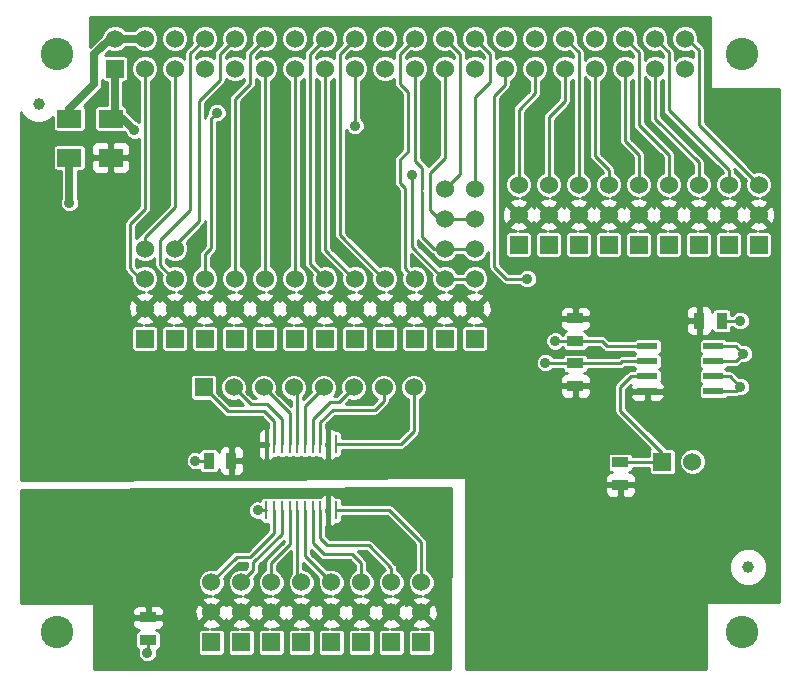
<source format=gtl>
G04 (created by PCBNEW (2013-04-19 BZR 4011)-stable) date 25/09/2014 08:47:05*
%MOIN*%
G04 Gerber Fmt 3.4, Leading zero omitted, Abs format*
%FSLAX34Y34*%
G01*
G70*
G90*
G04 APERTURE LIST*
%ADD10C,0*%
%ADD11R,0.06X0.06*%
%ADD12C,0.06*%
%ADD13R,0.08X0.06*%
%ADD14R,0.055X0.035*%
%ADD15C,0.108268*%
%ADD16R,0.00984252X0.0610236*%
%ADD17R,0.035X0.055*%
%ADD18R,0.065X0.0236*%
%ADD19C,0.0393701*%
%ADD20C,0.035*%
%ADD21C,0.025*%
%ADD22C,0.01*%
%ADD23C,0.008*%
G04 APERTURE END LIST*
G54D10*
G54D11*
X32854Y-28594D03*
G54D12*
X32854Y-27594D03*
X32854Y-26594D03*
X32854Y-25594D03*
G54D11*
X34854Y-28594D03*
G54D12*
X34854Y-27594D03*
X34854Y-26594D03*
G54D11*
X36854Y-28594D03*
G54D12*
X36854Y-27594D03*
X36854Y-26594D03*
G54D11*
X38854Y-28594D03*
G54D12*
X38854Y-27594D03*
X38854Y-26594D03*
G54D11*
X40854Y-28594D03*
G54D12*
X40854Y-27594D03*
X40854Y-26594D03*
G54D11*
X37854Y-28594D03*
G54D12*
X37854Y-27594D03*
X37854Y-26594D03*
G54D11*
X39854Y-28594D03*
G54D12*
X39854Y-27594D03*
X39854Y-26594D03*
G54D11*
X42854Y-28594D03*
G54D12*
X42854Y-27594D03*
X42854Y-26594D03*
X42854Y-25594D03*
X42854Y-24594D03*
X42854Y-23594D03*
G54D11*
X31854Y-28594D03*
G54D12*
X31854Y-27594D03*
X31854Y-26594D03*
X31854Y-25594D03*
G54D11*
X35854Y-28594D03*
G54D12*
X35854Y-27594D03*
X35854Y-26594D03*
G54D11*
X41854Y-28594D03*
G54D12*
X41854Y-27594D03*
X41854Y-26594D03*
X41854Y-25594D03*
X41854Y-24594D03*
X41854Y-23594D03*
G54D13*
X30709Y-21266D03*
X30709Y-22566D03*
G54D11*
X44309Y-25466D03*
G54D12*
X44309Y-24466D03*
X44309Y-23466D03*
G54D11*
X45309Y-25466D03*
G54D12*
X45309Y-24466D03*
X45309Y-23466D03*
G54D11*
X47309Y-25466D03*
G54D12*
X47309Y-24466D03*
X47309Y-23466D03*
G54D11*
X48309Y-25466D03*
G54D12*
X48309Y-24466D03*
X48309Y-23466D03*
G54D11*
X50309Y-25466D03*
G54D12*
X50309Y-24466D03*
X50309Y-23466D03*
G54D11*
X46309Y-25466D03*
G54D12*
X46309Y-24466D03*
X46309Y-23466D03*
G54D11*
X49309Y-25466D03*
G54D12*
X49309Y-24466D03*
X49309Y-23466D03*
G54D11*
X51309Y-25466D03*
G54D12*
X51309Y-24466D03*
X51309Y-23466D03*
G54D11*
X52309Y-25466D03*
G54D12*
X52309Y-24466D03*
X52309Y-23466D03*
G54D11*
X30854Y-19594D03*
G54D12*
X30854Y-18594D03*
X35854Y-19594D03*
X31854Y-18594D03*
X36854Y-19594D03*
X32854Y-18594D03*
X37854Y-19594D03*
X33854Y-18594D03*
X38854Y-19594D03*
X34854Y-18594D03*
X39854Y-19594D03*
X35854Y-18594D03*
X40854Y-19594D03*
X36854Y-18594D03*
X41854Y-19594D03*
X37854Y-18594D03*
X42854Y-19594D03*
X38854Y-18594D03*
X43854Y-19594D03*
X39854Y-18594D03*
X44854Y-19594D03*
X40854Y-18594D03*
X45854Y-19594D03*
X41854Y-18594D03*
X42854Y-18594D03*
X46854Y-19594D03*
X43854Y-18594D03*
X45854Y-18594D03*
X46854Y-18594D03*
X47854Y-18594D03*
X48854Y-18594D03*
X47854Y-19594D03*
X48854Y-19594D03*
X31854Y-19594D03*
X32854Y-19594D03*
X33854Y-19594D03*
X34854Y-19594D03*
X49854Y-19594D03*
X49854Y-18594D03*
X44854Y-18594D03*
G54D11*
X33854Y-28594D03*
G54D12*
X33854Y-27594D03*
X33854Y-26594D03*
X38809Y-30216D03*
X37809Y-30216D03*
G54D11*
X33809Y-30216D03*
G54D12*
X34809Y-30216D03*
X35809Y-30216D03*
X36809Y-30216D03*
X39809Y-30216D03*
X40809Y-30216D03*
G54D14*
X47700Y-33475D03*
X47700Y-32725D03*
G54D15*
X51771Y-38385D03*
X28937Y-38385D03*
X51771Y-19094D03*
X28937Y-19094D03*
G54D11*
X41059Y-38716D03*
G54D12*
X41059Y-37716D03*
X41059Y-36716D03*
G54D11*
X40059Y-38716D03*
G54D12*
X40059Y-37716D03*
X40059Y-36716D03*
G54D11*
X39059Y-38716D03*
G54D12*
X39059Y-37716D03*
X39059Y-36716D03*
G54D11*
X38059Y-38716D03*
G54D12*
X38059Y-37716D03*
X38059Y-36716D03*
G54D11*
X37059Y-38716D03*
G54D12*
X37059Y-37716D03*
X37059Y-36716D03*
G54D11*
X36059Y-38716D03*
G54D12*
X36059Y-37716D03*
X36059Y-36716D03*
G54D11*
X35059Y-38716D03*
G54D12*
X35059Y-37716D03*
X35059Y-36716D03*
G54D11*
X34059Y-38716D03*
G54D12*
X34059Y-37716D03*
X34059Y-36716D03*
G54D16*
X35897Y-34318D03*
X36163Y-34318D03*
X36419Y-34318D03*
X36675Y-34318D03*
X36931Y-34318D03*
X37187Y-34318D03*
X37442Y-34318D03*
X37698Y-34318D03*
X37954Y-34318D03*
X38210Y-34318D03*
X38210Y-32114D03*
X37954Y-32114D03*
X37698Y-32114D03*
X37442Y-32114D03*
X37187Y-32114D03*
X36931Y-32114D03*
X36675Y-32114D03*
X36419Y-32114D03*
X36163Y-32114D03*
X35907Y-32114D03*
G54D13*
X29334Y-21266D03*
X29334Y-22566D03*
G54D17*
X34734Y-32666D03*
X33984Y-32666D03*
G54D14*
X31959Y-37891D03*
X31959Y-38641D03*
G54D17*
X50325Y-28000D03*
X51075Y-28000D03*
G54D18*
X48600Y-30350D03*
X50800Y-30350D03*
X48600Y-29850D03*
X48600Y-29350D03*
X48600Y-28850D03*
X50800Y-29850D03*
X50800Y-29350D03*
X50800Y-28850D03*
G54D19*
X51959Y-36216D03*
X28309Y-20766D03*
G54D14*
X46200Y-30175D03*
X46200Y-29425D03*
X46200Y-27925D03*
X46200Y-28675D03*
G54D11*
X49100Y-32700D03*
G54D12*
X50100Y-32700D03*
G54D20*
X29359Y-33841D03*
X29334Y-24066D03*
X34251Y-21062D03*
X45200Y-29400D03*
X45525Y-28675D03*
X44600Y-26600D03*
X40754Y-23144D03*
X51800Y-29100D03*
X51700Y-30200D03*
X51700Y-28000D03*
X31934Y-39066D03*
X33534Y-32666D03*
X35609Y-34316D03*
X31500Y-21650D03*
X38850Y-21500D03*
G54D21*
X29334Y-22566D02*
X29334Y-24066D01*
G54D22*
X46309Y-23466D02*
X46309Y-19049D01*
X46309Y-19049D02*
X45854Y-18594D01*
X47309Y-23466D02*
X47309Y-22966D01*
X46854Y-22511D02*
X46854Y-19594D01*
X47309Y-22966D02*
X46854Y-22511D01*
X49309Y-23466D02*
X49309Y-22466D01*
X48309Y-21466D02*
X48309Y-19049D01*
X49309Y-22466D02*
X48309Y-21466D01*
X48309Y-19049D02*
X47854Y-18594D01*
X35854Y-26594D02*
X35854Y-19594D01*
X34854Y-26594D02*
X34854Y-20594D01*
X35354Y-19094D02*
X35854Y-18594D01*
X35354Y-20094D02*
X35354Y-19094D01*
X34854Y-20594D02*
X35354Y-20094D01*
X47854Y-19594D02*
X47854Y-22011D01*
X48309Y-22466D02*
X48309Y-23466D01*
X47854Y-22011D02*
X48309Y-22466D01*
X51309Y-23466D02*
X51309Y-22966D01*
X49309Y-19049D02*
X48854Y-18594D01*
X49309Y-20966D02*
X49309Y-19049D01*
X51309Y-22966D02*
X49309Y-20966D01*
X48904Y-18594D02*
X48854Y-18594D01*
X52309Y-23466D02*
X50309Y-21466D01*
X49937Y-18594D02*
X49854Y-18594D01*
X50309Y-18966D02*
X49937Y-18594D01*
X50309Y-21466D02*
X50309Y-18966D01*
X38854Y-26594D02*
X38804Y-26594D01*
X37854Y-25644D02*
X37854Y-19594D01*
X38804Y-26594D02*
X37854Y-25644D01*
X37854Y-26594D02*
X37354Y-26094D01*
X37354Y-19094D02*
X37854Y-18594D01*
X37354Y-26094D02*
X37354Y-19094D01*
X39854Y-26594D02*
X39804Y-26594D01*
X38354Y-19094D02*
X38854Y-18594D01*
X38354Y-25144D02*
X38354Y-19094D01*
X39804Y-26594D02*
X38354Y-25144D01*
X40354Y-22621D02*
X40354Y-23416D01*
X40509Y-26249D02*
X40854Y-26594D01*
X40509Y-23571D02*
X40509Y-26249D01*
X40354Y-23416D02*
X40509Y-23571D01*
X40609Y-20366D02*
X40354Y-20111D01*
X40609Y-22366D02*
X40609Y-20366D01*
X40354Y-22621D02*
X40609Y-22366D01*
X40354Y-19094D02*
X40854Y-18594D01*
X40354Y-20111D02*
X40354Y-19094D01*
X50309Y-23466D02*
X50309Y-22716D01*
X48854Y-21261D02*
X48854Y-19594D01*
X50309Y-22716D02*
X48854Y-21261D01*
X36854Y-26594D02*
X36854Y-19594D01*
X33854Y-25791D02*
X33854Y-26594D01*
X34055Y-25590D02*
X33854Y-25791D01*
X34055Y-21259D02*
X34055Y-25590D01*
X34251Y-21062D02*
X34055Y-21259D01*
X44309Y-23466D02*
X44309Y-20966D01*
X44854Y-20421D02*
X44854Y-19594D01*
X44309Y-20966D02*
X44854Y-20421D01*
X45309Y-23466D02*
X45309Y-21216D01*
X45854Y-20671D02*
X45854Y-19594D01*
X45309Y-21216D02*
X45854Y-20671D01*
X32854Y-25594D02*
X32854Y-25471D01*
X33659Y-20666D02*
X34354Y-19971D01*
X33659Y-24666D02*
X33659Y-20666D01*
X32854Y-25471D02*
X33659Y-24666D01*
X34354Y-19094D02*
X34854Y-18594D01*
X34354Y-19971D02*
X34354Y-19094D01*
X46200Y-29425D02*
X45225Y-29425D01*
X45225Y-29425D02*
X45200Y-29400D01*
X46200Y-29425D02*
X45475Y-29425D01*
X46200Y-29425D02*
X47675Y-29425D01*
X47750Y-29350D02*
X48600Y-29350D01*
X47675Y-29425D02*
X47750Y-29350D01*
X31854Y-25594D02*
X31854Y-25221D01*
X32859Y-20416D02*
X32854Y-20416D01*
X32859Y-24216D02*
X32859Y-20416D01*
X31854Y-25221D02*
X32859Y-24216D01*
X32854Y-20416D02*
X32854Y-19594D01*
X46200Y-28675D02*
X45525Y-28675D01*
X43854Y-19594D02*
X43854Y-20145D01*
X43900Y-26600D02*
X44600Y-26600D01*
X43500Y-26200D02*
X43900Y-26600D01*
X43500Y-20500D02*
X43500Y-26200D01*
X43854Y-20145D02*
X43500Y-20500D01*
X48600Y-28850D02*
X47250Y-28850D01*
X47075Y-28675D02*
X46200Y-28675D01*
X47250Y-28850D02*
X47075Y-28675D01*
X31354Y-26244D02*
X31354Y-24771D01*
X31854Y-24271D02*
X31854Y-19594D01*
X31354Y-24771D02*
X31854Y-24271D01*
X31854Y-26594D02*
X31704Y-26594D01*
X31704Y-26594D02*
X31354Y-26244D01*
X42354Y-19094D02*
X42354Y-23094D01*
X42354Y-23094D02*
X41854Y-23594D01*
X41854Y-18594D02*
X42354Y-19094D01*
X42854Y-23594D02*
X42854Y-20544D01*
X43354Y-19094D02*
X42854Y-18594D01*
X43354Y-20044D02*
X43354Y-19094D01*
X42854Y-20544D02*
X43354Y-20044D01*
X41104Y-23616D02*
X41104Y-22911D01*
X41104Y-22911D02*
X40854Y-22661D01*
X40854Y-22661D02*
X40854Y-19594D01*
G54D23*
X41104Y-23716D02*
X41104Y-23616D01*
G54D22*
X41854Y-25594D02*
X42854Y-25594D01*
X41854Y-25594D02*
X41504Y-25594D01*
X41104Y-25194D02*
X41104Y-23716D01*
X41504Y-25594D02*
X41104Y-25194D01*
X41854Y-26594D02*
X41804Y-26594D01*
X41804Y-26594D02*
X40754Y-25544D01*
X40754Y-25544D02*
X40754Y-23144D01*
X41854Y-26594D02*
X42854Y-26594D01*
X41854Y-19594D02*
X41854Y-22571D01*
X41854Y-22571D02*
X41354Y-23071D01*
X41354Y-24294D02*
X41354Y-23071D01*
X41854Y-24594D02*
X41654Y-24594D01*
X41654Y-24594D02*
X41354Y-24294D01*
X41854Y-24594D02*
X42854Y-24594D01*
X32854Y-26594D02*
X32804Y-26594D01*
X32804Y-26594D02*
X32359Y-26149D01*
X33359Y-19089D02*
X33854Y-18594D01*
X33359Y-24316D02*
X33359Y-19089D01*
X32359Y-25316D02*
X33359Y-24316D01*
X32359Y-26149D02*
X32359Y-25316D01*
X47700Y-32725D02*
X49075Y-32725D01*
X49075Y-32725D02*
X49100Y-32700D01*
X49100Y-32700D02*
X49100Y-32400D01*
X47700Y-31000D02*
X47700Y-30200D01*
X49100Y-32400D02*
X47700Y-31000D01*
X47700Y-30200D02*
X48050Y-29850D01*
X48050Y-29850D02*
X48600Y-29850D01*
X48050Y-29850D02*
X48600Y-29850D01*
X47700Y-30200D02*
X48050Y-29850D01*
X50800Y-28850D02*
X51550Y-28850D01*
X51550Y-29350D02*
X51800Y-29100D01*
X51550Y-29350D02*
X50800Y-29350D01*
X51550Y-28850D02*
X51800Y-29100D01*
X50800Y-29850D02*
X51350Y-29850D01*
X51550Y-30350D02*
X51700Y-30200D01*
X51550Y-30350D02*
X50800Y-30350D01*
X51350Y-29850D02*
X51700Y-30200D01*
X51075Y-28000D02*
X51700Y-28000D01*
X31959Y-38641D02*
X31959Y-39041D01*
X31959Y-39041D02*
X31934Y-39066D01*
X33984Y-32666D02*
X33534Y-32666D01*
X35897Y-34318D02*
X35611Y-34318D01*
X35611Y-34318D02*
X35609Y-34316D01*
G54D21*
X30709Y-21266D02*
X31116Y-21266D01*
X31116Y-21266D02*
X31500Y-21650D01*
G54D22*
X38854Y-19594D02*
X38854Y-21495D01*
X38854Y-21495D02*
X38850Y-21500D01*
G54D21*
X30854Y-19594D02*
X30854Y-21121D01*
X30854Y-21121D02*
X30709Y-21266D01*
X30854Y-18594D02*
X30681Y-18594D01*
X30681Y-18594D02*
X30159Y-19116D01*
X30159Y-20116D02*
X29334Y-20941D01*
X30159Y-19116D02*
X30159Y-20116D01*
X29334Y-20941D02*
X29334Y-21266D01*
X30854Y-18594D02*
X31854Y-18594D01*
G54D22*
X40809Y-31691D02*
X40809Y-30216D01*
X38210Y-32114D02*
X40386Y-32114D01*
X40386Y-32114D02*
X40809Y-31691D01*
X37698Y-32114D02*
X37698Y-31376D01*
X37698Y-31376D02*
X38109Y-30966D01*
X39809Y-30666D02*
X39809Y-30216D01*
X39509Y-30966D02*
X39809Y-30666D01*
X38109Y-30966D02*
X39509Y-30966D01*
X37442Y-32114D02*
X37442Y-31282D01*
X37442Y-31282D02*
X38009Y-30716D01*
X38309Y-30716D02*
X38809Y-30216D01*
X38009Y-30716D02*
X38309Y-30716D01*
X37187Y-32114D02*
X37187Y-30838D01*
X37187Y-30838D02*
X37809Y-30216D01*
X36931Y-32114D02*
X36931Y-30338D01*
X36931Y-30338D02*
X36809Y-30216D01*
X36675Y-31082D02*
X35809Y-30216D01*
X36675Y-32114D02*
X36675Y-31082D01*
X37934Y-35491D02*
X39314Y-35491D01*
X40059Y-36236D02*
X40059Y-36716D01*
X39314Y-35491D02*
X40059Y-36236D01*
X37698Y-34318D02*
X37698Y-35256D01*
X37698Y-35256D02*
X37934Y-35491D01*
X35384Y-30791D02*
X34809Y-30216D01*
X35934Y-30791D02*
X35384Y-30791D01*
X36419Y-32114D02*
X36419Y-31276D01*
X36419Y-31276D02*
X35934Y-30791D01*
X36163Y-32114D02*
X36163Y-31345D01*
X36163Y-31345D02*
X35834Y-31016D01*
X34609Y-31016D02*
X33809Y-30216D01*
X35834Y-31016D02*
X34609Y-31016D01*
X36931Y-34318D02*
X36931Y-36588D01*
X36931Y-36588D02*
X37059Y-36716D01*
X37187Y-34318D02*
X37187Y-35844D01*
X37187Y-35844D02*
X38059Y-36716D01*
X37442Y-34318D02*
X37442Y-35400D01*
X39059Y-36091D02*
X39059Y-36716D01*
X38759Y-35791D02*
X39059Y-36091D01*
X37834Y-35791D02*
X38759Y-35791D01*
X37442Y-35400D02*
X37834Y-35791D01*
X38210Y-34318D02*
X40001Y-34318D01*
X40001Y-34318D02*
X41059Y-35376D01*
X41059Y-35376D02*
X41059Y-36716D01*
X34059Y-36716D02*
X34909Y-35866D01*
X36163Y-35062D02*
X36163Y-34318D01*
X35359Y-35866D02*
X36163Y-35062D01*
X34909Y-35866D02*
X35359Y-35866D01*
X36419Y-34318D02*
X36419Y-35106D01*
X35469Y-36056D02*
X35469Y-36306D01*
X36419Y-35106D02*
X35469Y-36056D01*
X35469Y-36306D02*
X35059Y-36716D01*
X36675Y-34318D02*
X36675Y-35450D01*
X36675Y-35450D02*
X36059Y-36066D01*
X36059Y-36066D02*
X36059Y-36716D01*
G54D10*
G36*
X52979Y-37361D02*
X52863Y-37361D01*
X52863Y-24548D01*
X52852Y-24329D01*
X52790Y-24178D01*
X52759Y-24169D01*
X52759Y-23377D01*
X52690Y-23211D01*
X52564Y-23085D01*
X52398Y-23016D01*
X52219Y-23016D01*
X52164Y-23039D01*
X50509Y-21383D01*
X50509Y-18966D01*
X50509Y-18966D01*
X50493Y-18889D01*
X50493Y-18889D01*
X50479Y-18868D01*
X50450Y-18825D01*
X50450Y-18825D01*
X50304Y-18678D01*
X50304Y-18505D01*
X50236Y-18339D01*
X50109Y-18213D01*
X49944Y-18144D01*
X49765Y-18144D01*
X49599Y-18212D01*
X49473Y-18339D01*
X49404Y-18504D01*
X49404Y-18683D01*
X49472Y-18849D01*
X49599Y-18975D01*
X49764Y-19044D01*
X49943Y-19044D01*
X50057Y-18997D01*
X50109Y-19049D01*
X50109Y-19213D01*
X49944Y-19144D01*
X49765Y-19144D01*
X49599Y-19212D01*
X49509Y-19303D01*
X49509Y-19049D01*
X49493Y-18972D01*
X49493Y-18972D01*
X49479Y-18951D01*
X49450Y-18907D01*
X49450Y-18907D01*
X49281Y-18738D01*
X49304Y-18684D01*
X49304Y-18505D01*
X49236Y-18339D01*
X49109Y-18213D01*
X48944Y-18144D01*
X48765Y-18144D01*
X48599Y-18212D01*
X48473Y-18339D01*
X48404Y-18504D01*
X48404Y-18683D01*
X48472Y-18849D01*
X48599Y-18975D01*
X48764Y-19044D01*
X48943Y-19044D01*
X48998Y-19021D01*
X49109Y-19132D01*
X49109Y-19213D01*
X48944Y-19144D01*
X48765Y-19144D01*
X48599Y-19212D01*
X48509Y-19303D01*
X48509Y-19049D01*
X48493Y-18972D01*
X48493Y-18972D01*
X48479Y-18951D01*
X48450Y-18907D01*
X48450Y-18907D01*
X48281Y-18738D01*
X48304Y-18684D01*
X48304Y-18505D01*
X48236Y-18339D01*
X48109Y-18213D01*
X47944Y-18144D01*
X47765Y-18144D01*
X47599Y-18212D01*
X47473Y-18339D01*
X47404Y-18504D01*
X47404Y-18683D01*
X47472Y-18849D01*
X47599Y-18975D01*
X47764Y-19044D01*
X47943Y-19044D01*
X47998Y-19021D01*
X48109Y-19132D01*
X48109Y-19213D01*
X47944Y-19144D01*
X47765Y-19144D01*
X47599Y-19212D01*
X47473Y-19339D01*
X47404Y-19504D01*
X47404Y-19683D01*
X47472Y-19849D01*
X47599Y-19975D01*
X47654Y-19998D01*
X47654Y-22011D01*
X47669Y-22088D01*
X47712Y-22153D01*
X48109Y-22549D01*
X48109Y-23062D01*
X48054Y-23084D01*
X47927Y-23211D01*
X47859Y-23376D01*
X47858Y-23555D01*
X47927Y-23721D01*
X48053Y-23847D01*
X48219Y-23916D01*
X48295Y-23916D01*
X48172Y-23922D01*
X48021Y-23985D01*
X47993Y-24080D01*
X48309Y-24395D01*
X48624Y-24080D01*
X48596Y-23985D01*
X48401Y-23915D01*
X48563Y-23848D01*
X48690Y-23721D01*
X48758Y-23556D01*
X48759Y-23377D01*
X48690Y-23211D01*
X48564Y-23085D01*
X48509Y-23062D01*
X48509Y-22466D01*
X48493Y-22389D01*
X48493Y-22389D01*
X48479Y-22368D01*
X48450Y-22325D01*
X48450Y-22325D01*
X48054Y-21928D01*
X48054Y-19998D01*
X48108Y-19976D01*
X48109Y-19976D01*
X48109Y-21466D01*
X48124Y-21543D01*
X48167Y-21607D01*
X49109Y-22549D01*
X49109Y-23062D01*
X49054Y-23084D01*
X48927Y-23211D01*
X48859Y-23376D01*
X48858Y-23555D01*
X48927Y-23721D01*
X49053Y-23847D01*
X49219Y-23916D01*
X49295Y-23916D01*
X49172Y-23922D01*
X49021Y-23985D01*
X48993Y-24080D01*
X49309Y-24395D01*
X49624Y-24080D01*
X49596Y-23985D01*
X49401Y-23915D01*
X49563Y-23848D01*
X49690Y-23721D01*
X49758Y-23556D01*
X49759Y-23377D01*
X49690Y-23211D01*
X49564Y-23085D01*
X49509Y-23062D01*
X49509Y-22466D01*
X49493Y-22389D01*
X49493Y-22389D01*
X49479Y-22368D01*
X49450Y-22325D01*
X49450Y-22325D01*
X48509Y-21383D01*
X48509Y-19885D01*
X48599Y-19975D01*
X48654Y-19998D01*
X48654Y-21261D01*
X48669Y-21338D01*
X48712Y-21403D01*
X50109Y-22799D01*
X50109Y-23062D01*
X50054Y-23084D01*
X49927Y-23211D01*
X49859Y-23376D01*
X49858Y-23555D01*
X49927Y-23721D01*
X50053Y-23847D01*
X50219Y-23916D01*
X50295Y-23916D01*
X50172Y-23922D01*
X50021Y-23985D01*
X49993Y-24080D01*
X50309Y-24395D01*
X50624Y-24080D01*
X50596Y-23985D01*
X50401Y-23915D01*
X50563Y-23848D01*
X50690Y-23721D01*
X50758Y-23556D01*
X50759Y-23377D01*
X50690Y-23211D01*
X50564Y-23085D01*
X50509Y-23062D01*
X50509Y-22716D01*
X50493Y-22639D01*
X50493Y-22639D01*
X50450Y-22575D01*
X49054Y-21178D01*
X49054Y-19998D01*
X49108Y-19976D01*
X49109Y-19976D01*
X49109Y-20966D01*
X49124Y-21043D01*
X49167Y-21107D01*
X51109Y-23049D01*
X51109Y-23062D01*
X51054Y-23084D01*
X50927Y-23211D01*
X50859Y-23376D01*
X50858Y-23555D01*
X50927Y-23721D01*
X51053Y-23847D01*
X51219Y-23916D01*
X51295Y-23916D01*
X51172Y-23922D01*
X51021Y-23985D01*
X50993Y-24080D01*
X51309Y-24395D01*
X51624Y-24080D01*
X51596Y-23985D01*
X51401Y-23915D01*
X51563Y-23848D01*
X51690Y-23721D01*
X51758Y-23556D01*
X51759Y-23377D01*
X51690Y-23211D01*
X51564Y-23085D01*
X51509Y-23062D01*
X51509Y-22966D01*
X51509Y-22966D01*
X51504Y-22945D01*
X51881Y-23322D01*
X51859Y-23376D01*
X51858Y-23555D01*
X51927Y-23721D01*
X52053Y-23847D01*
X52219Y-23916D01*
X52295Y-23916D01*
X52172Y-23922D01*
X52021Y-23985D01*
X51993Y-24080D01*
X52309Y-24395D01*
X52624Y-24080D01*
X52596Y-23985D01*
X52401Y-23915D01*
X52563Y-23848D01*
X52690Y-23721D01*
X52758Y-23556D01*
X52759Y-23377D01*
X52759Y-24169D01*
X52694Y-24151D01*
X52379Y-24466D01*
X52694Y-24781D01*
X52790Y-24754D01*
X52863Y-24548D01*
X52863Y-37361D01*
X52759Y-37361D01*
X52759Y-25736D01*
X52759Y-25136D01*
X52736Y-25081D01*
X52694Y-25039D01*
X52639Y-25016D01*
X52579Y-25016D01*
X52323Y-25016D01*
X52445Y-25010D01*
X52596Y-24947D01*
X52624Y-24852D01*
X52309Y-24537D01*
X52238Y-24607D01*
X52238Y-24466D01*
X51923Y-24151D01*
X51827Y-24178D01*
X51810Y-24227D01*
X51790Y-24178D01*
X51694Y-24151D01*
X51379Y-24466D01*
X51694Y-24781D01*
X51790Y-24754D01*
X51807Y-24705D01*
X51827Y-24754D01*
X51923Y-24781D01*
X52238Y-24466D01*
X52238Y-24607D01*
X51993Y-24852D01*
X52021Y-24947D01*
X52213Y-25016D01*
X51979Y-25016D01*
X51924Y-25039D01*
X51881Y-25081D01*
X51859Y-25136D01*
X51859Y-25196D01*
X51859Y-25796D01*
X51881Y-25851D01*
X51923Y-25893D01*
X51979Y-25916D01*
X52038Y-25916D01*
X52638Y-25916D01*
X52693Y-25893D01*
X52736Y-25851D01*
X52759Y-25796D01*
X52759Y-25736D01*
X52759Y-37361D01*
X52599Y-37361D01*
X52599Y-36089D01*
X52502Y-35854D01*
X52322Y-35673D01*
X52125Y-35591D01*
X52125Y-29035D01*
X52075Y-28916D01*
X52025Y-28865D01*
X52025Y-27935D01*
X51975Y-27816D01*
X51884Y-27724D01*
X51764Y-27675D01*
X51759Y-27675D01*
X51759Y-25736D01*
X51759Y-25136D01*
X51736Y-25081D01*
X51694Y-25039D01*
X51639Y-25016D01*
X51579Y-25016D01*
X51323Y-25016D01*
X51445Y-25010D01*
X51596Y-24947D01*
X51624Y-24852D01*
X51309Y-24537D01*
X51238Y-24607D01*
X51238Y-24466D01*
X50923Y-24151D01*
X50827Y-24178D01*
X50810Y-24227D01*
X50790Y-24178D01*
X50694Y-24151D01*
X50379Y-24466D01*
X50694Y-24781D01*
X50790Y-24754D01*
X50807Y-24705D01*
X50827Y-24754D01*
X50923Y-24781D01*
X51238Y-24466D01*
X51238Y-24607D01*
X50993Y-24852D01*
X51021Y-24947D01*
X51213Y-25016D01*
X50979Y-25016D01*
X50924Y-25039D01*
X50881Y-25081D01*
X50859Y-25136D01*
X50859Y-25196D01*
X50859Y-25796D01*
X50881Y-25851D01*
X50923Y-25893D01*
X50979Y-25916D01*
X51038Y-25916D01*
X51638Y-25916D01*
X51693Y-25893D01*
X51736Y-25851D01*
X51759Y-25796D01*
X51759Y-25736D01*
X51759Y-27675D01*
X51635Y-27674D01*
X51516Y-27724D01*
X51440Y-27800D01*
X51400Y-27800D01*
X51400Y-27695D01*
X51377Y-27640D01*
X51335Y-27597D01*
X51279Y-27575D01*
X51220Y-27574D01*
X50870Y-27574D01*
X50815Y-27597D01*
X50772Y-27639D01*
X50759Y-27673D01*
X50759Y-25736D01*
X50759Y-25136D01*
X50736Y-25081D01*
X50694Y-25039D01*
X50639Y-25016D01*
X50579Y-25016D01*
X50323Y-25016D01*
X50445Y-25010D01*
X50596Y-24947D01*
X50624Y-24852D01*
X50309Y-24537D01*
X50238Y-24607D01*
X50238Y-24466D01*
X49923Y-24151D01*
X49827Y-24178D01*
X49810Y-24227D01*
X49790Y-24178D01*
X49694Y-24151D01*
X49379Y-24466D01*
X49694Y-24781D01*
X49790Y-24754D01*
X49807Y-24705D01*
X49827Y-24754D01*
X49923Y-24781D01*
X50238Y-24466D01*
X50238Y-24607D01*
X49993Y-24852D01*
X50021Y-24947D01*
X50213Y-25016D01*
X49979Y-25016D01*
X49924Y-25039D01*
X49881Y-25081D01*
X49859Y-25136D01*
X49859Y-25196D01*
X49859Y-25796D01*
X49881Y-25851D01*
X49923Y-25893D01*
X49979Y-25916D01*
X50038Y-25916D01*
X50638Y-25916D01*
X50693Y-25893D01*
X50736Y-25851D01*
X50759Y-25796D01*
X50759Y-25736D01*
X50759Y-27673D01*
X50750Y-27695D01*
X50749Y-27724D01*
X50749Y-27675D01*
X50711Y-27583D01*
X50641Y-27512D01*
X50549Y-27474D01*
X50437Y-27475D01*
X50375Y-27537D01*
X50375Y-27950D01*
X50382Y-27950D01*
X50382Y-28050D01*
X50375Y-28050D01*
X50375Y-28462D01*
X50437Y-28525D01*
X50549Y-28525D01*
X50641Y-28487D01*
X50711Y-28416D01*
X50749Y-28324D01*
X50749Y-28304D01*
X50749Y-28304D01*
X50772Y-28359D01*
X50814Y-28402D01*
X50870Y-28424D01*
X50929Y-28425D01*
X51279Y-28425D01*
X51334Y-28402D01*
X51377Y-28360D01*
X51399Y-28304D01*
X51400Y-28245D01*
X51400Y-28200D01*
X51440Y-28200D01*
X51515Y-28275D01*
X51635Y-28324D01*
X51764Y-28325D01*
X51883Y-28275D01*
X51975Y-28184D01*
X52024Y-28064D01*
X52025Y-27935D01*
X52025Y-28865D01*
X51984Y-28824D01*
X51864Y-28775D01*
X51757Y-28774D01*
X51691Y-28708D01*
X51626Y-28665D01*
X51550Y-28650D01*
X51253Y-28650D01*
X51252Y-28647D01*
X51210Y-28604D01*
X51154Y-28582D01*
X51095Y-28581D01*
X50445Y-28581D01*
X50390Y-28604D01*
X50347Y-28646D01*
X50325Y-28702D01*
X50324Y-28761D01*
X50324Y-28997D01*
X50347Y-29052D01*
X50389Y-29095D01*
X50401Y-29099D01*
X50390Y-29104D01*
X50347Y-29146D01*
X50325Y-29202D01*
X50324Y-29261D01*
X50324Y-29497D01*
X50347Y-29552D01*
X50389Y-29595D01*
X50401Y-29599D01*
X50390Y-29604D01*
X50347Y-29646D01*
X50325Y-29702D01*
X50324Y-29761D01*
X50324Y-29997D01*
X50347Y-30052D01*
X50389Y-30095D01*
X50401Y-30099D01*
X50390Y-30104D01*
X50347Y-30146D01*
X50325Y-30202D01*
X50324Y-30261D01*
X50324Y-30497D01*
X50347Y-30552D01*
X50389Y-30595D01*
X50445Y-30617D01*
X50504Y-30618D01*
X51154Y-30618D01*
X51209Y-30595D01*
X51252Y-30553D01*
X51253Y-30550D01*
X51550Y-30550D01*
X51626Y-30534D01*
X51641Y-30524D01*
X51764Y-30525D01*
X51883Y-30475D01*
X51975Y-30384D01*
X52024Y-30264D01*
X52025Y-30135D01*
X51975Y-30016D01*
X51884Y-29924D01*
X51764Y-29875D01*
X51657Y-29874D01*
X51491Y-29708D01*
X51426Y-29665D01*
X51350Y-29650D01*
X51253Y-29650D01*
X51252Y-29647D01*
X51210Y-29604D01*
X51198Y-29600D01*
X51209Y-29595D01*
X51252Y-29553D01*
X51253Y-29550D01*
X51550Y-29550D01*
X51626Y-29534D01*
X51691Y-29491D01*
X51757Y-29424D01*
X51864Y-29425D01*
X51983Y-29375D01*
X52075Y-29284D01*
X52124Y-29164D01*
X52125Y-29035D01*
X52125Y-35591D01*
X52087Y-35576D01*
X51832Y-35575D01*
X51596Y-35673D01*
X51416Y-35853D01*
X51318Y-36088D01*
X51318Y-36343D01*
X51415Y-36578D01*
X51595Y-36759D01*
X51831Y-36856D01*
X52085Y-36857D01*
X52321Y-36759D01*
X52501Y-36579D01*
X52599Y-36344D01*
X52599Y-36089D01*
X52599Y-37361D01*
X50558Y-37361D01*
X50568Y-39594D01*
X50550Y-39594D01*
X50550Y-32610D01*
X50481Y-32445D01*
X50355Y-32318D01*
X50275Y-32285D01*
X50275Y-28462D01*
X50275Y-28050D01*
X50275Y-27950D01*
X50275Y-27537D01*
X50212Y-27475D01*
X50100Y-27474D01*
X50008Y-27512D01*
X49938Y-27583D01*
X49900Y-27675D01*
X49899Y-27774D01*
X49900Y-27887D01*
X49962Y-27950D01*
X50275Y-27950D01*
X50275Y-28050D01*
X49962Y-28050D01*
X49900Y-28112D01*
X49899Y-28225D01*
X49900Y-28324D01*
X49938Y-28416D01*
X50008Y-28487D01*
X50100Y-28525D01*
X50212Y-28525D01*
X50275Y-28462D01*
X50275Y-32285D01*
X50189Y-32250D01*
X50010Y-32249D01*
X49845Y-32318D01*
X49759Y-32404D01*
X49759Y-25736D01*
X49759Y-25136D01*
X49736Y-25081D01*
X49694Y-25039D01*
X49639Y-25016D01*
X49579Y-25016D01*
X49323Y-25016D01*
X49445Y-25010D01*
X49596Y-24947D01*
X49624Y-24852D01*
X49309Y-24537D01*
X49238Y-24607D01*
X49238Y-24466D01*
X48923Y-24151D01*
X48827Y-24178D01*
X48810Y-24227D01*
X48790Y-24178D01*
X48694Y-24151D01*
X48379Y-24466D01*
X48694Y-24781D01*
X48790Y-24754D01*
X48807Y-24705D01*
X48827Y-24754D01*
X48923Y-24781D01*
X49238Y-24466D01*
X49238Y-24607D01*
X48993Y-24852D01*
X49021Y-24947D01*
X49213Y-25016D01*
X48979Y-25016D01*
X48924Y-25039D01*
X48881Y-25081D01*
X48859Y-25136D01*
X48859Y-25196D01*
X48859Y-25796D01*
X48881Y-25851D01*
X48923Y-25893D01*
X48979Y-25916D01*
X49038Y-25916D01*
X49638Y-25916D01*
X49693Y-25893D01*
X49736Y-25851D01*
X49759Y-25796D01*
X49759Y-25736D01*
X49759Y-32404D01*
X49718Y-32444D01*
X49650Y-32610D01*
X49649Y-32789D01*
X49718Y-32954D01*
X49844Y-33081D01*
X50010Y-33149D01*
X50189Y-33150D01*
X50354Y-33081D01*
X50481Y-32955D01*
X50549Y-32789D01*
X50550Y-32610D01*
X50550Y-39594D01*
X49550Y-39594D01*
X49550Y-32970D01*
X49550Y-32370D01*
X49527Y-32315D01*
X49485Y-32272D01*
X49429Y-32250D01*
X49370Y-32249D01*
X49232Y-32249D01*
X49175Y-32192D01*
X49175Y-30517D01*
X49175Y-30462D01*
X49112Y-30400D01*
X48650Y-30400D01*
X48650Y-30655D01*
X48712Y-30718D01*
X48875Y-30718D01*
X48974Y-30717D01*
X49066Y-30679D01*
X49137Y-30609D01*
X49175Y-30517D01*
X49175Y-32192D01*
X48550Y-31567D01*
X48550Y-30655D01*
X48550Y-30400D01*
X48087Y-30400D01*
X48025Y-30462D01*
X48024Y-30517D01*
X48062Y-30609D01*
X48133Y-30679D01*
X48225Y-30717D01*
X48324Y-30718D01*
X48487Y-30718D01*
X48550Y-30655D01*
X48550Y-31567D01*
X47900Y-30917D01*
X47900Y-30282D01*
X48042Y-30140D01*
X48024Y-30182D01*
X48025Y-30237D01*
X48087Y-30300D01*
X48550Y-30300D01*
X48550Y-30292D01*
X48650Y-30292D01*
X48650Y-30300D01*
X49112Y-30300D01*
X49175Y-30237D01*
X49175Y-30182D01*
X49137Y-30090D01*
X49066Y-30020D01*
X49065Y-30019D01*
X49074Y-29997D01*
X49075Y-29938D01*
X49075Y-29702D01*
X49052Y-29647D01*
X49010Y-29604D01*
X48998Y-29600D01*
X49009Y-29595D01*
X49052Y-29553D01*
X49074Y-29497D01*
X49075Y-29438D01*
X49075Y-29202D01*
X49052Y-29147D01*
X49010Y-29104D01*
X48998Y-29100D01*
X49009Y-29095D01*
X49052Y-29053D01*
X49074Y-28997D01*
X49075Y-28938D01*
X49075Y-28702D01*
X49052Y-28647D01*
X49010Y-28604D01*
X48954Y-28582D01*
X48895Y-28581D01*
X48759Y-28581D01*
X48759Y-25736D01*
X48759Y-25136D01*
X48736Y-25081D01*
X48694Y-25039D01*
X48639Y-25016D01*
X48579Y-25016D01*
X48323Y-25016D01*
X48445Y-25010D01*
X48596Y-24947D01*
X48624Y-24852D01*
X48309Y-24537D01*
X48238Y-24607D01*
X48238Y-24466D01*
X47923Y-24151D01*
X47827Y-24178D01*
X47810Y-24227D01*
X47790Y-24178D01*
X47759Y-24169D01*
X47759Y-23377D01*
X47690Y-23211D01*
X47564Y-23085D01*
X47509Y-23062D01*
X47509Y-22966D01*
X47493Y-22889D01*
X47493Y-22889D01*
X47479Y-22868D01*
X47450Y-22825D01*
X47450Y-22825D01*
X47054Y-22428D01*
X47054Y-19998D01*
X47108Y-19976D01*
X47235Y-19849D01*
X47304Y-19684D01*
X47304Y-19505D01*
X47304Y-18505D01*
X47236Y-18339D01*
X47109Y-18213D01*
X46944Y-18144D01*
X46765Y-18144D01*
X46599Y-18212D01*
X46473Y-18339D01*
X46404Y-18504D01*
X46404Y-18683D01*
X46472Y-18849D01*
X46599Y-18975D01*
X46764Y-19044D01*
X46943Y-19044D01*
X47108Y-18976D01*
X47235Y-18849D01*
X47304Y-18684D01*
X47304Y-18505D01*
X47304Y-19505D01*
X47236Y-19339D01*
X47109Y-19213D01*
X46944Y-19144D01*
X46765Y-19144D01*
X46599Y-19212D01*
X46509Y-19303D01*
X46509Y-19049D01*
X46493Y-18972D01*
X46493Y-18972D01*
X46479Y-18951D01*
X46450Y-18907D01*
X46450Y-18907D01*
X46281Y-18738D01*
X46304Y-18684D01*
X46304Y-18505D01*
X46236Y-18339D01*
X46109Y-18213D01*
X45944Y-18144D01*
X45765Y-18144D01*
X45599Y-18212D01*
X45473Y-18339D01*
X45404Y-18504D01*
X45404Y-18683D01*
X45472Y-18849D01*
X45599Y-18975D01*
X45764Y-19044D01*
X45943Y-19044D01*
X45998Y-19021D01*
X46109Y-19132D01*
X46109Y-19213D01*
X45944Y-19144D01*
X45765Y-19144D01*
X45599Y-19212D01*
X45473Y-19339D01*
X45404Y-19504D01*
X45404Y-19683D01*
X45472Y-19849D01*
X45599Y-19975D01*
X45654Y-19998D01*
X45654Y-20588D01*
X45304Y-20938D01*
X45304Y-19505D01*
X45304Y-18505D01*
X45236Y-18339D01*
X45109Y-18213D01*
X44944Y-18144D01*
X44765Y-18144D01*
X44599Y-18212D01*
X44473Y-18339D01*
X44404Y-18504D01*
X44404Y-18683D01*
X44472Y-18849D01*
X44599Y-18975D01*
X44764Y-19044D01*
X44943Y-19044D01*
X45108Y-18976D01*
X45235Y-18849D01*
X45304Y-18684D01*
X45304Y-18505D01*
X45304Y-19505D01*
X45236Y-19339D01*
X45109Y-19213D01*
X44944Y-19144D01*
X44765Y-19144D01*
X44599Y-19212D01*
X44473Y-19339D01*
X44404Y-19504D01*
X44404Y-19683D01*
X44472Y-19849D01*
X44599Y-19975D01*
X44654Y-19998D01*
X44654Y-20338D01*
X44167Y-20825D01*
X44124Y-20889D01*
X44109Y-20966D01*
X44109Y-23062D01*
X44054Y-23084D01*
X43927Y-23211D01*
X43859Y-23376D01*
X43858Y-23555D01*
X43927Y-23721D01*
X44053Y-23847D01*
X44219Y-23916D01*
X44295Y-23916D01*
X44172Y-23922D01*
X44021Y-23985D01*
X43993Y-24080D01*
X44309Y-24395D01*
X44624Y-24080D01*
X44596Y-23985D01*
X44401Y-23915D01*
X44563Y-23848D01*
X44690Y-23721D01*
X44758Y-23556D01*
X44759Y-23377D01*
X44690Y-23211D01*
X44564Y-23085D01*
X44509Y-23062D01*
X44509Y-21049D01*
X44995Y-20562D01*
X44995Y-20562D01*
X45024Y-20519D01*
X45039Y-20497D01*
X45039Y-20497D01*
X45054Y-20421D01*
X45054Y-20421D01*
X45054Y-19998D01*
X45108Y-19976D01*
X45235Y-19849D01*
X45304Y-19684D01*
X45304Y-19505D01*
X45304Y-20938D01*
X45167Y-21075D01*
X45124Y-21139D01*
X45109Y-21216D01*
X45109Y-23062D01*
X45054Y-23084D01*
X44927Y-23211D01*
X44859Y-23376D01*
X44858Y-23555D01*
X44927Y-23721D01*
X45053Y-23847D01*
X45219Y-23916D01*
X45295Y-23916D01*
X45172Y-23922D01*
X45021Y-23985D01*
X44993Y-24080D01*
X45309Y-24395D01*
X45624Y-24080D01*
X45596Y-23985D01*
X45401Y-23915D01*
X45563Y-23848D01*
X45690Y-23721D01*
X45758Y-23556D01*
X45759Y-23377D01*
X45690Y-23211D01*
X45564Y-23085D01*
X45509Y-23062D01*
X45509Y-21299D01*
X45995Y-20812D01*
X45995Y-20812D01*
X46024Y-20769D01*
X46039Y-20747D01*
X46039Y-20747D01*
X46054Y-20671D01*
X46054Y-20671D01*
X46054Y-19998D01*
X46108Y-19976D01*
X46109Y-19976D01*
X46109Y-23062D01*
X46054Y-23084D01*
X45927Y-23211D01*
X45859Y-23376D01*
X45858Y-23555D01*
X45927Y-23721D01*
X46053Y-23847D01*
X46219Y-23916D01*
X46295Y-23916D01*
X46172Y-23922D01*
X46021Y-23985D01*
X45993Y-24080D01*
X46309Y-24395D01*
X46624Y-24080D01*
X46596Y-23985D01*
X46401Y-23915D01*
X46563Y-23848D01*
X46690Y-23721D01*
X46758Y-23556D01*
X46759Y-23377D01*
X46690Y-23211D01*
X46564Y-23085D01*
X46509Y-23062D01*
X46509Y-19885D01*
X46599Y-19975D01*
X46654Y-19998D01*
X46654Y-22511D01*
X46669Y-22588D01*
X46712Y-22653D01*
X47109Y-23049D01*
X47109Y-23062D01*
X47054Y-23084D01*
X46927Y-23211D01*
X46859Y-23376D01*
X46858Y-23555D01*
X46927Y-23721D01*
X47053Y-23847D01*
X47219Y-23916D01*
X47295Y-23916D01*
X47172Y-23922D01*
X47021Y-23985D01*
X46993Y-24080D01*
X47309Y-24395D01*
X47624Y-24080D01*
X47596Y-23985D01*
X47401Y-23915D01*
X47563Y-23848D01*
X47690Y-23721D01*
X47758Y-23556D01*
X47759Y-23377D01*
X47759Y-24169D01*
X47694Y-24151D01*
X47379Y-24466D01*
X47694Y-24781D01*
X47790Y-24754D01*
X47807Y-24705D01*
X47827Y-24754D01*
X47923Y-24781D01*
X48238Y-24466D01*
X48238Y-24607D01*
X47993Y-24852D01*
X48021Y-24947D01*
X48213Y-25016D01*
X47979Y-25016D01*
X47924Y-25039D01*
X47881Y-25081D01*
X47859Y-25136D01*
X47859Y-25196D01*
X47859Y-25796D01*
X47881Y-25851D01*
X47923Y-25893D01*
X47979Y-25916D01*
X48038Y-25916D01*
X48638Y-25916D01*
X48693Y-25893D01*
X48736Y-25851D01*
X48759Y-25796D01*
X48759Y-25736D01*
X48759Y-28581D01*
X48245Y-28581D01*
X48190Y-28604D01*
X48147Y-28646D01*
X48146Y-28650D01*
X47759Y-28650D01*
X47759Y-25736D01*
X47759Y-25136D01*
X47736Y-25081D01*
X47694Y-25039D01*
X47639Y-25016D01*
X47579Y-25016D01*
X47323Y-25016D01*
X47445Y-25010D01*
X47596Y-24947D01*
X47624Y-24852D01*
X47309Y-24537D01*
X47238Y-24607D01*
X47238Y-24466D01*
X46923Y-24151D01*
X46827Y-24178D01*
X46810Y-24227D01*
X46790Y-24178D01*
X46694Y-24151D01*
X46379Y-24466D01*
X46694Y-24781D01*
X46790Y-24754D01*
X46807Y-24705D01*
X46827Y-24754D01*
X46923Y-24781D01*
X47238Y-24466D01*
X47238Y-24607D01*
X46993Y-24852D01*
X47021Y-24947D01*
X47213Y-25016D01*
X46979Y-25016D01*
X46924Y-25039D01*
X46881Y-25081D01*
X46859Y-25136D01*
X46859Y-25196D01*
X46859Y-25796D01*
X46881Y-25851D01*
X46923Y-25893D01*
X46979Y-25916D01*
X47038Y-25916D01*
X47638Y-25916D01*
X47693Y-25893D01*
X47736Y-25851D01*
X47759Y-25796D01*
X47759Y-25736D01*
X47759Y-28650D01*
X47332Y-28650D01*
X47216Y-28533D01*
X47151Y-28490D01*
X47075Y-28475D01*
X46759Y-28475D01*
X46759Y-25736D01*
X46759Y-25136D01*
X46736Y-25081D01*
X46694Y-25039D01*
X46639Y-25016D01*
X46579Y-25016D01*
X46323Y-25016D01*
X46445Y-25010D01*
X46596Y-24947D01*
X46624Y-24852D01*
X46309Y-24537D01*
X46238Y-24607D01*
X46238Y-24466D01*
X45923Y-24151D01*
X45827Y-24178D01*
X45810Y-24227D01*
X45790Y-24178D01*
X45694Y-24151D01*
X45379Y-24466D01*
X45694Y-24781D01*
X45790Y-24754D01*
X45807Y-24705D01*
X45827Y-24754D01*
X45923Y-24781D01*
X46238Y-24466D01*
X46238Y-24607D01*
X45993Y-24852D01*
X46021Y-24947D01*
X46213Y-25016D01*
X45979Y-25016D01*
X45924Y-25039D01*
X45881Y-25081D01*
X45859Y-25136D01*
X45859Y-25196D01*
X45859Y-25796D01*
X45881Y-25851D01*
X45923Y-25893D01*
X45979Y-25916D01*
X46038Y-25916D01*
X46638Y-25916D01*
X46693Y-25893D01*
X46736Y-25851D01*
X46759Y-25796D01*
X46759Y-25736D01*
X46759Y-28475D01*
X46625Y-28475D01*
X46625Y-28470D01*
X46602Y-28415D01*
X46560Y-28372D01*
X46504Y-28350D01*
X46475Y-28349D01*
X46524Y-28349D01*
X46616Y-28311D01*
X46687Y-28241D01*
X46725Y-28149D01*
X46725Y-27700D01*
X46687Y-27608D01*
X46616Y-27538D01*
X46524Y-27500D01*
X46425Y-27499D01*
X46312Y-27500D01*
X46250Y-27562D01*
X46250Y-27875D01*
X46662Y-27875D01*
X46725Y-27812D01*
X46725Y-27700D01*
X46725Y-28149D01*
X46725Y-28037D01*
X46662Y-27975D01*
X46250Y-27975D01*
X46250Y-27982D01*
X46150Y-27982D01*
X46150Y-27975D01*
X46150Y-27875D01*
X46150Y-27562D01*
X46087Y-27500D01*
X45974Y-27499D01*
X45875Y-27500D01*
X45783Y-27538D01*
X45759Y-27562D01*
X45759Y-25736D01*
X45759Y-25136D01*
X45736Y-25081D01*
X45694Y-25039D01*
X45639Y-25016D01*
X45579Y-25016D01*
X45323Y-25016D01*
X45445Y-25010D01*
X45596Y-24947D01*
X45624Y-24852D01*
X45309Y-24537D01*
X45238Y-24607D01*
X45238Y-24466D01*
X44923Y-24151D01*
X44827Y-24178D01*
X44810Y-24227D01*
X44790Y-24178D01*
X44694Y-24151D01*
X44379Y-24466D01*
X44694Y-24781D01*
X44790Y-24754D01*
X44807Y-24705D01*
X44827Y-24754D01*
X44923Y-24781D01*
X45238Y-24466D01*
X45238Y-24607D01*
X44993Y-24852D01*
X45021Y-24947D01*
X45213Y-25016D01*
X44979Y-25016D01*
X44924Y-25039D01*
X44881Y-25081D01*
X44859Y-25136D01*
X44859Y-25196D01*
X44859Y-25796D01*
X44881Y-25851D01*
X44923Y-25893D01*
X44979Y-25916D01*
X45038Y-25916D01*
X45638Y-25916D01*
X45693Y-25893D01*
X45736Y-25851D01*
X45759Y-25796D01*
X45759Y-25736D01*
X45759Y-27562D01*
X45712Y-27608D01*
X45674Y-27700D01*
X45675Y-27812D01*
X45737Y-27875D01*
X46150Y-27875D01*
X46150Y-27975D01*
X45737Y-27975D01*
X45675Y-28037D01*
X45674Y-28149D01*
X45712Y-28241D01*
X45783Y-28311D01*
X45875Y-28349D01*
X45895Y-28349D01*
X45895Y-28349D01*
X45840Y-28372D01*
X45797Y-28414D01*
X45776Y-28466D01*
X45709Y-28399D01*
X45589Y-28350D01*
X45460Y-28349D01*
X45341Y-28399D01*
X45249Y-28490D01*
X45200Y-28610D01*
X45199Y-28739D01*
X45249Y-28858D01*
X45340Y-28950D01*
X45460Y-28999D01*
X45589Y-29000D01*
X45708Y-28950D01*
X45776Y-28883D01*
X45797Y-28934D01*
X45839Y-28977D01*
X45895Y-28999D01*
X45954Y-29000D01*
X46504Y-29000D01*
X46559Y-28977D01*
X46602Y-28935D01*
X46624Y-28879D01*
X46624Y-28875D01*
X46992Y-28875D01*
X47108Y-28991D01*
X47108Y-28991D01*
X47151Y-29020D01*
X47173Y-29034D01*
X47173Y-29034D01*
X47249Y-29049D01*
X47250Y-29050D01*
X48146Y-29050D01*
X48147Y-29052D01*
X48189Y-29095D01*
X48201Y-29099D01*
X48190Y-29104D01*
X48147Y-29146D01*
X48146Y-29150D01*
X47750Y-29150D01*
X47673Y-29165D01*
X47651Y-29179D01*
X47608Y-29208D01*
X47592Y-29225D01*
X46625Y-29225D01*
X46625Y-29220D01*
X46602Y-29165D01*
X46560Y-29122D01*
X46504Y-29100D01*
X46445Y-29099D01*
X45895Y-29099D01*
X45840Y-29122D01*
X45797Y-29164D01*
X45775Y-29220D01*
X45775Y-29225D01*
X45479Y-29225D01*
X45475Y-29216D01*
X45384Y-29124D01*
X45264Y-29075D01*
X45135Y-29074D01*
X45016Y-29124D01*
X44925Y-29215D01*
X44925Y-26535D01*
X44875Y-26416D01*
X44784Y-26324D01*
X44759Y-26314D01*
X44759Y-25736D01*
X44759Y-25136D01*
X44736Y-25081D01*
X44694Y-25039D01*
X44639Y-25016D01*
X44579Y-25016D01*
X44323Y-25016D01*
X44445Y-25010D01*
X44596Y-24947D01*
X44624Y-24852D01*
X44309Y-24537D01*
X44238Y-24607D01*
X44238Y-24466D01*
X43923Y-24151D01*
X43827Y-24178D01*
X43754Y-24384D01*
X43765Y-24603D01*
X43827Y-24754D01*
X43923Y-24781D01*
X44238Y-24466D01*
X44238Y-24607D01*
X43993Y-24852D01*
X44021Y-24947D01*
X44213Y-25016D01*
X43979Y-25016D01*
X43924Y-25039D01*
X43881Y-25081D01*
X43859Y-25136D01*
X43859Y-25196D01*
X43859Y-25796D01*
X43881Y-25851D01*
X43923Y-25893D01*
X43979Y-25916D01*
X44038Y-25916D01*
X44638Y-25916D01*
X44693Y-25893D01*
X44736Y-25851D01*
X44759Y-25796D01*
X44759Y-25736D01*
X44759Y-26314D01*
X44664Y-26275D01*
X44535Y-26274D01*
X44416Y-26324D01*
X44340Y-26400D01*
X43982Y-26400D01*
X43700Y-26117D01*
X43700Y-20582D01*
X43995Y-20287D01*
X44039Y-20222D01*
X44039Y-20222D01*
X44054Y-20145D01*
X44054Y-19998D01*
X44108Y-19976D01*
X44235Y-19849D01*
X44304Y-19684D01*
X44304Y-19505D01*
X44304Y-18505D01*
X44236Y-18339D01*
X44109Y-18213D01*
X43944Y-18144D01*
X43765Y-18144D01*
X43599Y-18212D01*
X43473Y-18339D01*
X43404Y-18504D01*
X43404Y-18683D01*
X43472Y-18849D01*
X43599Y-18975D01*
X43764Y-19044D01*
X43943Y-19044D01*
X44108Y-18976D01*
X44235Y-18849D01*
X44304Y-18684D01*
X44304Y-18505D01*
X44304Y-19505D01*
X44236Y-19339D01*
X44109Y-19213D01*
X43944Y-19144D01*
X43765Y-19144D01*
X43599Y-19212D01*
X43554Y-19258D01*
X43554Y-19094D01*
X43541Y-19030D01*
X43539Y-19017D01*
X43539Y-19017D01*
X43495Y-18953D01*
X43281Y-18738D01*
X43304Y-18684D01*
X43304Y-18505D01*
X43236Y-18339D01*
X43109Y-18213D01*
X42944Y-18144D01*
X42765Y-18144D01*
X42599Y-18212D01*
X42473Y-18339D01*
X42404Y-18504D01*
X42404Y-18683D01*
X42472Y-18849D01*
X42599Y-18975D01*
X42764Y-19044D01*
X42943Y-19044D01*
X42998Y-19021D01*
X43154Y-19177D01*
X43154Y-19258D01*
X43109Y-19213D01*
X42944Y-19144D01*
X42765Y-19144D01*
X42599Y-19212D01*
X42554Y-19258D01*
X42554Y-19094D01*
X42541Y-19030D01*
X42539Y-19017D01*
X42539Y-19017D01*
X42495Y-18953D01*
X42281Y-18738D01*
X42304Y-18684D01*
X42304Y-18505D01*
X42236Y-18339D01*
X42109Y-18213D01*
X41944Y-18144D01*
X41765Y-18144D01*
X41599Y-18212D01*
X41473Y-18339D01*
X41404Y-18504D01*
X41404Y-18683D01*
X41472Y-18849D01*
X41599Y-18975D01*
X41764Y-19044D01*
X41943Y-19044D01*
X41998Y-19021D01*
X42154Y-19177D01*
X42154Y-19258D01*
X42109Y-19213D01*
X41944Y-19144D01*
X41765Y-19144D01*
X41599Y-19212D01*
X41473Y-19339D01*
X41404Y-19504D01*
X41404Y-19683D01*
X41472Y-19849D01*
X41599Y-19975D01*
X41654Y-19998D01*
X41654Y-22488D01*
X41292Y-22850D01*
X41289Y-22835D01*
X41289Y-22835D01*
X41274Y-22813D01*
X41245Y-22770D01*
X41245Y-22770D01*
X41054Y-22578D01*
X41054Y-19998D01*
X41108Y-19976D01*
X41235Y-19849D01*
X41304Y-19684D01*
X41304Y-19505D01*
X41236Y-19339D01*
X41109Y-19213D01*
X40944Y-19144D01*
X40765Y-19144D01*
X40599Y-19212D01*
X40554Y-19258D01*
X40554Y-19177D01*
X40709Y-19021D01*
X40764Y-19044D01*
X40943Y-19044D01*
X41108Y-18976D01*
X41235Y-18849D01*
X41304Y-18684D01*
X41304Y-18505D01*
X41236Y-18339D01*
X41109Y-18213D01*
X40944Y-18144D01*
X40765Y-18144D01*
X40599Y-18212D01*
X40473Y-18339D01*
X40404Y-18504D01*
X40404Y-18683D01*
X40427Y-18738D01*
X40304Y-18861D01*
X40304Y-18505D01*
X40236Y-18339D01*
X40109Y-18213D01*
X39944Y-18144D01*
X39765Y-18144D01*
X39599Y-18212D01*
X39473Y-18339D01*
X39404Y-18504D01*
X39404Y-18683D01*
X39472Y-18849D01*
X39599Y-18975D01*
X39764Y-19044D01*
X39943Y-19044D01*
X40108Y-18976D01*
X40235Y-18849D01*
X40304Y-18684D01*
X40304Y-18505D01*
X40304Y-18861D01*
X40212Y-18953D01*
X40169Y-19017D01*
X40154Y-19094D01*
X40154Y-19258D01*
X40109Y-19213D01*
X39944Y-19144D01*
X39765Y-19144D01*
X39599Y-19212D01*
X39473Y-19339D01*
X39404Y-19504D01*
X39404Y-19683D01*
X39472Y-19849D01*
X39599Y-19975D01*
X39764Y-20044D01*
X39943Y-20044D01*
X40108Y-19976D01*
X40154Y-19930D01*
X40154Y-20111D01*
X40169Y-20188D01*
X40212Y-20253D01*
X40409Y-20449D01*
X40409Y-22283D01*
X40212Y-22479D01*
X40169Y-22544D01*
X40154Y-22621D01*
X40154Y-23416D01*
X40169Y-23493D01*
X40212Y-23557D01*
X40309Y-23654D01*
X40309Y-26249D01*
X40324Y-26325D01*
X40367Y-26390D01*
X40427Y-26450D01*
X40404Y-26504D01*
X40404Y-26683D01*
X40472Y-26849D01*
X40599Y-26975D01*
X40764Y-27044D01*
X40840Y-27044D01*
X40717Y-27050D01*
X40566Y-27113D01*
X40539Y-27208D01*
X40854Y-27523D01*
X41169Y-27208D01*
X41142Y-27113D01*
X40946Y-27043D01*
X41108Y-26976D01*
X41235Y-26849D01*
X41304Y-26684D01*
X41304Y-26505D01*
X41236Y-26339D01*
X41109Y-26213D01*
X40944Y-26144D01*
X40765Y-26144D01*
X40709Y-26167D01*
X40709Y-26166D01*
X40709Y-25782D01*
X41412Y-26485D01*
X41404Y-26504D01*
X41404Y-26683D01*
X41472Y-26849D01*
X41599Y-26975D01*
X41764Y-27044D01*
X41840Y-27044D01*
X41717Y-27050D01*
X41566Y-27113D01*
X41539Y-27208D01*
X41854Y-27523D01*
X42169Y-27208D01*
X42142Y-27113D01*
X41946Y-27043D01*
X42108Y-26976D01*
X42235Y-26849D01*
X42258Y-26794D01*
X42450Y-26794D01*
X42472Y-26849D01*
X42599Y-26975D01*
X42764Y-27044D01*
X42840Y-27044D01*
X42717Y-27050D01*
X42566Y-27113D01*
X42539Y-27208D01*
X42854Y-27523D01*
X43169Y-27208D01*
X43142Y-27113D01*
X42946Y-27043D01*
X43108Y-26976D01*
X43235Y-26849D01*
X43304Y-26684D01*
X43304Y-26505D01*
X43236Y-26339D01*
X43109Y-26213D01*
X42944Y-26144D01*
X42765Y-26144D01*
X42599Y-26212D01*
X42473Y-26339D01*
X42450Y-26394D01*
X42258Y-26394D01*
X42236Y-26339D01*
X42109Y-26213D01*
X41944Y-26144D01*
X41765Y-26144D01*
X41674Y-26181D01*
X40954Y-25461D01*
X40954Y-25323D01*
X40962Y-25335D01*
X41362Y-25735D01*
X41362Y-25735D01*
X41406Y-25764D01*
X41427Y-25779D01*
X41427Y-25779D01*
X41445Y-25782D01*
X41445Y-25782D01*
X41472Y-25849D01*
X41599Y-25975D01*
X41764Y-26044D01*
X41943Y-26044D01*
X42108Y-25976D01*
X42235Y-25849D01*
X42258Y-25794D01*
X42450Y-25794D01*
X42472Y-25849D01*
X42599Y-25975D01*
X42764Y-26044D01*
X42943Y-26044D01*
X43108Y-25976D01*
X43235Y-25849D01*
X43300Y-25694D01*
X43300Y-26200D01*
X43315Y-26276D01*
X43358Y-26341D01*
X43758Y-26741D01*
X43758Y-26741D01*
X43801Y-26770D01*
X43823Y-26784D01*
X43823Y-26784D01*
X43899Y-26799D01*
X43900Y-26800D01*
X44340Y-26800D01*
X44415Y-26875D01*
X44535Y-26924D01*
X44664Y-26925D01*
X44783Y-26875D01*
X44875Y-26784D01*
X44924Y-26664D01*
X44925Y-26535D01*
X44925Y-29215D01*
X44924Y-29215D01*
X44875Y-29335D01*
X44874Y-29464D01*
X44924Y-29583D01*
X45015Y-29675D01*
X45135Y-29724D01*
X45264Y-29725D01*
X45383Y-29675D01*
X45434Y-29625D01*
X45475Y-29625D01*
X45774Y-29625D01*
X45774Y-29629D01*
X45797Y-29684D01*
X45839Y-29727D01*
X45895Y-29749D01*
X45924Y-29750D01*
X45875Y-29750D01*
X45783Y-29788D01*
X45712Y-29858D01*
X45674Y-29950D01*
X45675Y-30062D01*
X45737Y-30125D01*
X46150Y-30125D01*
X46150Y-30117D01*
X46250Y-30117D01*
X46250Y-30125D01*
X46662Y-30125D01*
X46725Y-30062D01*
X46725Y-29950D01*
X46687Y-29858D01*
X46616Y-29788D01*
X46524Y-29750D01*
X46504Y-29750D01*
X46559Y-29727D01*
X46602Y-29685D01*
X46624Y-29629D01*
X46624Y-29625D01*
X47675Y-29625D01*
X47751Y-29609D01*
X47816Y-29566D01*
X47832Y-29550D01*
X48146Y-29550D01*
X48147Y-29552D01*
X48189Y-29595D01*
X48201Y-29599D01*
X48190Y-29604D01*
X48147Y-29646D01*
X48146Y-29650D01*
X48050Y-29650D01*
X47973Y-29665D01*
X47951Y-29679D01*
X47908Y-29708D01*
X47558Y-30058D01*
X47515Y-30123D01*
X47500Y-30200D01*
X47500Y-31000D01*
X47515Y-31076D01*
X47558Y-31141D01*
X48702Y-32285D01*
X48672Y-32314D01*
X48650Y-32370D01*
X48649Y-32429D01*
X48649Y-32525D01*
X48125Y-32525D01*
X48125Y-32520D01*
X48102Y-32465D01*
X48060Y-32422D01*
X48004Y-32400D01*
X47945Y-32399D01*
X47395Y-32399D01*
X47340Y-32422D01*
X47297Y-32464D01*
X47275Y-32520D01*
X47274Y-32579D01*
X47274Y-32929D01*
X47297Y-32984D01*
X47339Y-33027D01*
X47395Y-33049D01*
X47424Y-33050D01*
X47375Y-33050D01*
X47283Y-33088D01*
X47212Y-33158D01*
X47174Y-33250D01*
X47175Y-33362D01*
X47237Y-33425D01*
X47650Y-33425D01*
X47650Y-33417D01*
X47750Y-33417D01*
X47750Y-33425D01*
X48162Y-33425D01*
X48225Y-33362D01*
X48225Y-33250D01*
X48187Y-33158D01*
X48116Y-33088D01*
X48024Y-33050D01*
X48004Y-33050D01*
X48059Y-33027D01*
X48102Y-32985D01*
X48124Y-32929D01*
X48124Y-32925D01*
X48649Y-32925D01*
X48649Y-33029D01*
X48672Y-33084D01*
X48714Y-33127D01*
X48770Y-33149D01*
X48829Y-33150D01*
X49429Y-33150D01*
X49484Y-33127D01*
X49527Y-33085D01*
X49549Y-33029D01*
X49550Y-32970D01*
X49550Y-39594D01*
X48225Y-39594D01*
X48225Y-33699D01*
X48225Y-33587D01*
X48162Y-33525D01*
X47750Y-33525D01*
X47750Y-33837D01*
X47812Y-33900D01*
X47925Y-33900D01*
X48024Y-33899D01*
X48116Y-33861D01*
X48187Y-33791D01*
X48225Y-33699D01*
X48225Y-39594D01*
X47650Y-39594D01*
X47650Y-33837D01*
X47650Y-33525D01*
X47237Y-33525D01*
X47175Y-33587D01*
X47174Y-33699D01*
X47212Y-33791D01*
X47283Y-33861D01*
X47375Y-33899D01*
X47474Y-33900D01*
X47587Y-33900D01*
X47650Y-33837D01*
X47650Y-39594D01*
X46725Y-39594D01*
X46725Y-30399D01*
X46725Y-30287D01*
X46662Y-30225D01*
X46250Y-30225D01*
X46250Y-30537D01*
X46312Y-30600D01*
X46425Y-30600D01*
X46524Y-30599D01*
X46616Y-30561D01*
X46687Y-30491D01*
X46725Y-30399D01*
X46725Y-39594D01*
X46150Y-39594D01*
X46150Y-30537D01*
X46150Y-30225D01*
X45737Y-30225D01*
X45675Y-30287D01*
X45674Y-30399D01*
X45712Y-30491D01*
X45783Y-30561D01*
X45875Y-30599D01*
X45974Y-30600D01*
X46087Y-30600D01*
X46150Y-30537D01*
X46150Y-39594D01*
X43409Y-39594D01*
X43409Y-27676D01*
X43398Y-27457D01*
X43335Y-27306D01*
X43240Y-27279D01*
X42925Y-27594D01*
X43240Y-27909D01*
X43335Y-27882D01*
X43409Y-27676D01*
X43409Y-39594D01*
X43304Y-39594D01*
X43304Y-28864D01*
X43304Y-28264D01*
X43281Y-28209D01*
X43239Y-28167D01*
X43184Y-28144D01*
X43124Y-28144D01*
X42868Y-28144D01*
X42991Y-28138D01*
X43142Y-28075D01*
X43169Y-27980D01*
X42854Y-27665D01*
X42783Y-27735D01*
X42783Y-27594D01*
X42468Y-27279D01*
X42373Y-27306D01*
X42355Y-27355D01*
X42335Y-27306D01*
X42240Y-27279D01*
X41925Y-27594D01*
X42240Y-27909D01*
X42335Y-27882D01*
X42352Y-27833D01*
X42373Y-27882D01*
X42468Y-27909D01*
X42783Y-27594D01*
X42783Y-27735D01*
X42539Y-27980D01*
X42566Y-28075D01*
X42759Y-28144D01*
X42524Y-28144D01*
X42469Y-28167D01*
X42427Y-28209D01*
X42404Y-28264D01*
X42404Y-28324D01*
X42404Y-28924D01*
X42427Y-28979D01*
X42469Y-29021D01*
X42524Y-29044D01*
X42584Y-29044D01*
X43184Y-29044D01*
X43239Y-29021D01*
X43281Y-28979D01*
X43304Y-28924D01*
X43304Y-28864D01*
X43304Y-39594D01*
X42559Y-39594D01*
X42559Y-33216D01*
X42304Y-33217D01*
X42304Y-28864D01*
X42304Y-28264D01*
X42281Y-28209D01*
X42239Y-28167D01*
X42184Y-28144D01*
X42124Y-28144D01*
X41868Y-28144D01*
X41991Y-28138D01*
X42142Y-28075D01*
X42169Y-27980D01*
X41854Y-27665D01*
X41783Y-27735D01*
X41783Y-27594D01*
X41468Y-27279D01*
X41373Y-27306D01*
X41355Y-27355D01*
X41335Y-27306D01*
X41240Y-27279D01*
X40925Y-27594D01*
X41240Y-27909D01*
X41335Y-27882D01*
X41352Y-27833D01*
X41373Y-27882D01*
X41468Y-27909D01*
X41783Y-27594D01*
X41783Y-27735D01*
X41539Y-27980D01*
X41566Y-28075D01*
X41759Y-28144D01*
X41524Y-28144D01*
X41469Y-28167D01*
X41427Y-28209D01*
X41404Y-28264D01*
X41404Y-28324D01*
X41404Y-28924D01*
X41427Y-28979D01*
X41469Y-29021D01*
X41524Y-29044D01*
X41584Y-29044D01*
X42184Y-29044D01*
X42239Y-29021D01*
X42281Y-28979D01*
X42304Y-28924D01*
X42304Y-28864D01*
X42304Y-33217D01*
X41304Y-33224D01*
X41304Y-28864D01*
X41304Y-28264D01*
X41281Y-28209D01*
X41239Y-28167D01*
X41184Y-28144D01*
X41124Y-28144D01*
X40868Y-28144D01*
X40991Y-28138D01*
X41142Y-28075D01*
X41169Y-27980D01*
X40854Y-27665D01*
X40783Y-27735D01*
X40783Y-27594D01*
X40468Y-27279D01*
X40373Y-27306D01*
X40355Y-27355D01*
X40335Y-27306D01*
X40304Y-27297D01*
X40304Y-26505D01*
X40236Y-26339D01*
X40109Y-26213D01*
X39944Y-26144D01*
X39765Y-26144D01*
X39674Y-26181D01*
X38554Y-25061D01*
X38554Y-21635D01*
X38574Y-21683D01*
X38665Y-21775D01*
X38785Y-21824D01*
X38914Y-21825D01*
X39033Y-21775D01*
X39125Y-21684D01*
X39174Y-21564D01*
X39175Y-21435D01*
X39125Y-21316D01*
X39054Y-21244D01*
X39054Y-19998D01*
X39108Y-19976D01*
X39235Y-19849D01*
X39304Y-19684D01*
X39304Y-19505D01*
X39236Y-19339D01*
X39109Y-19213D01*
X38944Y-19144D01*
X38765Y-19144D01*
X38599Y-19212D01*
X38554Y-19258D01*
X38554Y-19177D01*
X38709Y-19021D01*
X38764Y-19044D01*
X38943Y-19044D01*
X39108Y-18976D01*
X39235Y-18849D01*
X39304Y-18684D01*
X39304Y-18505D01*
X39236Y-18339D01*
X39109Y-18213D01*
X38944Y-18144D01*
X38765Y-18144D01*
X38599Y-18212D01*
X38473Y-18339D01*
X38404Y-18504D01*
X38404Y-18683D01*
X38427Y-18738D01*
X38212Y-18953D01*
X38169Y-19017D01*
X38154Y-19094D01*
X38154Y-19258D01*
X38109Y-19213D01*
X37944Y-19144D01*
X37765Y-19144D01*
X37599Y-19212D01*
X37554Y-19258D01*
X37554Y-19177D01*
X37709Y-19021D01*
X37764Y-19044D01*
X37943Y-19044D01*
X38108Y-18976D01*
X38235Y-18849D01*
X38304Y-18684D01*
X38304Y-18505D01*
X38236Y-18339D01*
X38109Y-18213D01*
X37944Y-18144D01*
X37765Y-18144D01*
X37599Y-18212D01*
X37473Y-18339D01*
X37404Y-18504D01*
X37404Y-18683D01*
X37427Y-18738D01*
X37304Y-18861D01*
X37304Y-18505D01*
X37236Y-18339D01*
X37109Y-18213D01*
X36944Y-18144D01*
X36765Y-18144D01*
X36599Y-18212D01*
X36473Y-18339D01*
X36404Y-18504D01*
X36404Y-18683D01*
X36472Y-18849D01*
X36599Y-18975D01*
X36764Y-19044D01*
X36943Y-19044D01*
X37108Y-18976D01*
X37235Y-18849D01*
X37304Y-18684D01*
X37304Y-18505D01*
X37304Y-18861D01*
X37212Y-18953D01*
X37169Y-19017D01*
X37154Y-19094D01*
X37154Y-19258D01*
X37109Y-19213D01*
X36944Y-19144D01*
X36765Y-19144D01*
X36599Y-19212D01*
X36473Y-19339D01*
X36404Y-19504D01*
X36404Y-19683D01*
X36472Y-19849D01*
X36599Y-19975D01*
X36654Y-19998D01*
X36654Y-26190D01*
X36599Y-26212D01*
X36473Y-26339D01*
X36404Y-26504D01*
X36404Y-26683D01*
X36472Y-26849D01*
X36599Y-26975D01*
X36764Y-27044D01*
X36840Y-27044D01*
X36717Y-27050D01*
X36566Y-27113D01*
X36539Y-27208D01*
X36854Y-27523D01*
X37169Y-27208D01*
X37142Y-27113D01*
X36946Y-27043D01*
X37108Y-26976D01*
X37235Y-26849D01*
X37304Y-26684D01*
X37304Y-26505D01*
X37236Y-26339D01*
X37109Y-26213D01*
X37054Y-26190D01*
X37054Y-19998D01*
X37108Y-19976D01*
X37154Y-19930D01*
X37154Y-26094D01*
X37169Y-26171D01*
X37212Y-26235D01*
X37427Y-26450D01*
X37404Y-26504D01*
X37404Y-26683D01*
X37472Y-26849D01*
X37599Y-26975D01*
X37764Y-27044D01*
X37840Y-27044D01*
X37717Y-27050D01*
X37566Y-27113D01*
X37539Y-27208D01*
X37854Y-27523D01*
X38169Y-27208D01*
X38142Y-27113D01*
X37946Y-27043D01*
X38108Y-26976D01*
X38235Y-26849D01*
X38304Y-26684D01*
X38304Y-26505D01*
X38236Y-26339D01*
X38109Y-26213D01*
X37944Y-26144D01*
X37765Y-26144D01*
X37709Y-26167D01*
X37554Y-26011D01*
X37554Y-19930D01*
X37599Y-19975D01*
X37654Y-19998D01*
X37654Y-25644D01*
X37669Y-25721D01*
X37712Y-25785D01*
X38412Y-26485D01*
X38404Y-26504D01*
X38404Y-26683D01*
X38472Y-26849D01*
X38599Y-26975D01*
X38764Y-27044D01*
X38840Y-27044D01*
X38717Y-27050D01*
X38566Y-27113D01*
X38539Y-27208D01*
X38854Y-27523D01*
X39169Y-27208D01*
X39142Y-27113D01*
X38946Y-27043D01*
X39108Y-26976D01*
X39235Y-26849D01*
X39304Y-26684D01*
X39304Y-26505D01*
X39236Y-26339D01*
X39109Y-26213D01*
X38944Y-26144D01*
X38765Y-26144D01*
X38674Y-26181D01*
X38054Y-25561D01*
X38054Y-19998D01*
X38108Y-19976D01*
X38154Y-19930D01*
X38154Y-25144D01*
X38169Y-25221D01*
X38212Y-25285D01*
X39412Y-26485D01*
X39404Y-26504D01*
X39404Y-26683D01*
X39472Y-26849D01*
X39599Y-26975D01*
X39764Y-27044D01*
X39840Y-27044D01*
X39717Y-27050D01*
X39566Y-27113D01*
X39539Y-27208D01*
X39854Y-27523D01*
X40169Y-27208D01*
X40142Y-27113D01*
X39946Y-27043D01*
X40108Y-26976D01*
X40235Y-26849D01*
X40304Y-26684D01*
X40304Y-26505D01*
X40304Y-27297D01*
X40240Y-27279D01*
X39925Y-27594D01*
X40240Y-27909D01*
X40335Y-27882D01*
X40352Y-27833D01*
X40373Y-27882D01*
X40468Y-27909D01*
X40783Y-27594D01*
X40783Y-27735D01*
X40539Y-27980D01*
X40566Y-28075D01*
X40759Y-28144D01*
X40524Y-28144D01*
X40469Y-28167D01*
X40427Y-28209D01*
X40404Y-28264D01*
X40404Y-28324D01*
X40404Y-28924D01*
X40427Y-28979D01*
X40469Y-29021D01*
X40524Y-29044D01*
X40584Y-29044D01*
X41184Y-29044D01*
X41239Y-29021D01*
X41281Y-28979D01*
X41304Y-28924D01*
X41304Y-28864D01*
X41304Y-33224D01*
X41259Y-33224D01*
X41259Y-30127D01*
X41190Y-29961D01*
X41064Y-29835D01*
X40898Y-29766D01*
X40719Y-29766D01*
X40554Y-29834D01*
X40427Y-29961D01*
X40359Y-30126D01*
X40358Y-30305D01*
X40427Y-30471D01*
X40553Y-30597D01*
X40609Y-30620D01*
X40609Y-31608D01*
X40304Y-31913D01*
X40304Y-28864D01*
X40304Y-28264D01*
X40281Y-28209D01*
X40239Y-28167D01*
X40184Y-28144D01*
X40124Y-28144D01*
X39868Y-28144D01*
X39991Y-28138D01*
X40142Y-28075D01*
X40169Y-27980D01*
X39854Y-27665D01*
X39783Y-27735D01*
X39783Y-27594D01*
X39468Y-27279D01*
X39373Y-27306D01*
X39355Y-27355D01*
X39335Y-27306D01*
X39240Y-27279D01*
X38925Y-27594D01*
X39240Y-27909D01*
X39335Y-27882D01*
X39352Y-27833D01*
X39373Y-27882D01*
X39468Y-27909D01*
X39783Y-27594D01*
X39783Y-27735D01*
X39539Y-27980D01*
X39566Y-28075D01*
X39759Y-28144D01*
X39524Y-28144D01*
X39469Y-28167D01*
X39427Y-28209D01*
X39404Y-28264D01*
X39404Y-28324D01*
X39404Y-28924D01*
X39427Y-28979D01*
X39469Y-29021D01*
X39524Y-29044D01*
X39584Y-29044D01*
X40184Y-29044D01*
X40239Y-29021D01*
X40281Y-28979D01*
X40304Y-28924D01*
X40304Y-28864D01*
X40304Y-31913D01*
X40303Y-31914D01*
X40259Y-31914D01*
X40259Y-30127D01*
X40190Y-29961D01*
X40064Y-29835D01*
X39898Y-29766D01*
X39719Y-29766D01*
X39554Y-29834D01*
X39427Y-29961D01*
X39359Y-30126D01*
X39358Y-30305D01*
X39427Y-30471D01*
X39553Y-30597D01*
X39582Y-30609D01*
X39426Y-30766D01*
X39304Y-30766D01*
X39304Y-28864D01*
X39304Y-28264D01*
X39281Y-28209D01*
X39239Y-28167D01*
X39184Y-28144D01*
X39124Y-28144D01*
X38868Y-28144D01*
X38991Y-28138D01*
X39142Y-28075D01*
X39169Y-27980D01*
X38854Y-27665D01*
X38783Y-27735D01*
X38783Y-27594D01*
X38468Y-27279D01*
X38373Y-27306D01*
X38355Y-27355D01*
X38335Y-27306D01*
X38240Y-27279D01*
X37925Y-27594D01*
X38240Y-27909D01*
X38335Y-27882D01*
X38352Y-27833D01*
X38373Y-27882D01*
X38468Y-27909D01*
X38783Y-27594D01*
X38783Y-27735D01*
X38539Y-27980D01*
X38566Y-28075D01*
X38759Y-28144D01*
X38524Y-28144D01*
X38469Y-28167D01*
X38427Y-28209D01*
X38404Y-28264D01*
X38404Y-28324D01*
X38404Y-28924D01*
X38427Y-28979D01*
X38469Y-29021D01*
X38524Y-29044D01*
X38584Y-29044D01*
X39184Y-29044D01*
X39239Y-29021D01*
X39281Y-28979D01*
X39304Y-28924D01*
X39304Y-28864D01*
X39304Y-30766D01*
X38541Y-30766D01*
X38664Y-30643D01*
X38719Y-30666D01*
X38898Y-30666D01*
X39063Y-30598D01*
X39190Y-30471D01*
X39258Y-30306D01*
X39259Y-30127D01*
X39190Y-29961D01*
X39064Y-29835D01*
X38898Y-29766D01*
X38719Y-29766D01*
X38554Y-29834D01*
X38427Y-29961D01*
X38359Y-30126D01*
X38358Y-30305D01*
X38381Y-30360D01*
X38304Y-30438D01*
X38304Y-28864D01*
X38304Y-28264D01*
X38281Y-28209D01*
X38239Y-28167D01*
X38184Y-28144D01*
X38124Y-28144D01*
X37868Y-28144D01*
X37991Y-28138D01*
X38142Y-28075D01*
X38169Y-27980D01*
X37854Y-27665D01*
X37783Y-27735D01*
X37783Y-27594D01*
X37468Y-27279D01*
X37373Y-27306D01*
X37355Y-27355D01*
X37335Y-27306D01*
X37240Y-27279D01*
X36925Y-27594D01*
X37240Y-27909D01*
X37335Y-27882D01*
X37352Y-27833D01*
X37373Y-27882D01*
X37468Y-27909D01*
X37783Y-27594D01*
X37783Y-27735D01*
X37539Y-27980D01*
X37566Y-28075D01*
X37759Y-28144D01*
X37524Y-28144D01*
X37469Y-28167D01*
X37427Y-28209D01*
X37404Y-28264D01*
X37404Y-28324D01*
X37404Y-28924D01*
X37427Y-28979D01*
X37469Y-29021D01*
X37524Y-29044D01*
X37584Y-29044D01*
X38184Y-29044D01*
X38239Y-29021D01*
X38281Y-28979D01*
X38304Y-28924D01*
X38304Y-28864D01*
X38304Y-30438D01*
X38226Y-30516D01*
X38145Y-30516D01*
X38190Y-30471D01*
X38258Y-30306D01*
X38259Y-30127D01*
X38190Y-29961D01*
X38064Y-29835D01*
X37898Y-29766D01*
X37719Y-29766D01*
X37554Y-29834D01*
X37427Y-29961D01*
X37359Y-30126D01*
X37358Y-30305D01*
X37381Y-30360D01*
X37304Y-30438D01*
X37304Y-28864D01*
X37304Y-28264D01*
X37281Y-28209D01*
X37239Y-28167D01*
X37184Y-28144D01*
X37124Y-28144D01*
X36868Y-28144D01*
X36991Y-28138D01*
X37142Y-28075D01*
X37169Y-27980D01*
X36854Y-27665D01*
X36783Y-27735D01*
X36783Y-27594D01*
X36468Y-27279D01*
X36373Y-27306D01*
X36355Y-27355D01*
X36335Y-27306D01*
X36240Y-27279D01*
X35925Y-27594D01*
X36240Y-27909D01*
X36335Y-27882D01*
X36352Y-27833D01*
X36373Y-27882D01*
X36468Y-27909D01*
X36783Y-27594D01*
X36783Y-27735D01*
X36539Y-27980D01*
X36566Y-28075D01*
X36759Y-28144D01*
X36524Y-28144D01*
X36469Y-28167D01*
X36427Y-28209D01*
X36404Y-28264D01*
X36404Y-28324D01*
X36404Y-28924D01*
X36427Y-28979D01*
X36469Y-29021D01*
X36524Y-29044D01*
X36584Y-29044D01*
X37184Y-29044D01*
X37239Y-29021D01*
X37281Y-28979D01*
X37304Y-28924D01*
X37304Y-28864D01*
X37304Y-30438D01*
X37131Y-30611D01*
X37131Y-30530D01*
X37190Y-30471D01*
X37258Y-30306D01*
X37259Y-30127D01*
X37190Y-29961D01*
X37064Y-29835D01*
X36898Y-29766D01*
X36719Y-29766D01*
X36554Y-29834D01*
X36427Y-29961D01*
X36359Y-30126D01*
X36358Y-30305D01*
X36427Y-30471D01*
X36553Y-30597D01*
X36719Y-30666D01*
X36731Y-30666D01*
X36731Y-30855D01*
X36304Y-30428D01*
X36304Y-28864D01*
X36304Y-28264D01*
X36281Y-28209D01*
X36239Y-28167D01*
X36184Y-28144D01*
X36124Y-28144D01*
X35868Y-28144D01*
X35991Y-28138D01*
X36142Y-28075D01*
X36169Y-27980D01*
X35854Y-27665D01*
X35783Y-27735D01*
X35783Y-27594D01*
X35468Y-27279D01*
X35373Y-27306D01*
X35355Y-27355D01*
X35335Y-27306D01*
X35240Y-27279D01*
X34925Y-27594D01*
X35240Y-27909D01*
X35335Y-27882D01*
X35352Y-27833D01*
X35373Y-27882D01*
X35468Y-27909D01*
X35783Y-27594D01*
X35783Y-27735D01*
X35539Y-27980D01*
X35566Y-28075D01*
X35759Y-28144D01*
X35524Y-28144D01*
X35469Y-28167D01*
X35427Y-28209D01*
X35404Y-28264D01*
X35404Y-28324D01*
X35404Y-28924D01*
X35427Y-28979D01*
X35469Y-29021D01*
X35524Y-29044D01*
X35584Y-29044D01*
X36184Y-29044D01*
X36239Y-29021D01*
X36281Y-28979D01*
X36304Y-28924D01*
X36304Y-28864D01*
X36304Y-30428D01*
X36236Y-30360D01*
X36258Y-30306D01*
X36259Y-30127D01*
X36190Y-29961D01*
X36064Y-29835D01*
X35898Y-29766D01*
X35719Y-29766D01*
X35554Y-29834D01*
X35427Y-29961D01*
X35359Y-30126D01*
X35358Y-30305D01*
X35427Y-30471D01*
X35547Y-30591D01*
X35466Y-30591D01*
X35304Y-30428D01*
X35304Y-28864D01*
X35304Y-28264D01*
X35281Y-28209D01*
X35239Y-28167D01*
X35184Y-28144D01*
X35124Y-28144D01*
X34868Y-28144D01*
X34991Y-28138D01*
X35142Y-28075D01*
X35169Y-27980D01*
X34854Y-27665D01*
X34783Y-27735D01*
X34783Y-27594D01*
X34468Y-27279D01*
X34373Y-27306D01*
X34355Y-27355D01*
X34335Y-27306D01*
X34240Y-27279D01*
X33925Y-27594D01*
X34240Y-27909D01*
X34335Y-27882D01*
X34352Y-27833D01*
X34373Y-27882D01*
X34468Y-27909D01*
X34783Y-27594D01*
X34783Y-27735D01*
X34539Y-27980D01*
X34566Y-28075D01*
X34759Y-28144D01*
X34524Y-28144D01*
X34469Y-28167D01*
X34427Y-28209D01*
X34404Y-28264D01*
X34404Y-28324D01*
X34404Y-28924D01*
X34427Y-28979D01*
X34469Y-29021D01*
X34524Y-29044D01*
X34584Y-29044D01*
X35184Y-29044D01*
X35239Y-29021D01*
X35281Y-28979D01*
X35304Y-28924D01*
X35304Y-28864D01*
X35304Y-30428D01*
X35236Y-30360D01*
X35258Y-30306D01*
X35259Y-30127D01*
X35190Y-29961D01*
X35064Y-29835D01*
X34898Y-29766D01*
X34719Y-29766D01*
X34554Y-29834D01*
X34427Y-29961D01*
X34359Y-30126D01*
X34358Y-30305D01*
X34427Y-30471D01*
X34553Y-30597D01*
X34719Y-30666D01*
X34898Y-30666D01*
X34953Y-30643D01*
X35126Y-30816D01*
X34691Y-30816D01*
X34304Y-30428D01*
X34304Y-28864D01*
X34304Y-28264D01*
X34281Y-28209D01*
X34239Y-28167D01*
X34184Y-28144D01*
X34124Y-28144D01*
X33868Y-28144D01*
X33991Y-28138D01*
X34142Y-28075D01*
X34169Y-27980D01*
X33854Y-27665D01*
X33783Y-27735D01*
X33783Y-27594D01*
X33468Y-27279D01*
X33373Y-27306D01*
X33355Y-27355D01*
X33335Y-27306D01*
X33240Y-27279D01*
X32925Y-27594D01*
X33240Y-27909D01*
X33335Y-27882D01*
X33352Y-27833D01*
X33373Y-27882D01*
X33468Y-27909D01*
X33783Y-27594D01*
X33783Y-27735D01*
X33539Y-27980D01*
X33566Y-28075D01*
X33759Y-28144D01*
X33524Y-28144D01*
X33469Y-28167D01*
X33427Y-28209D01*
X33404Y-28264D01*
X33404Y-28324D01*
X33404Y-28924D01*
X33427Y-28979D01*
X33469Y-29021D01*
X33524Y-29044D01*
X33584Y-29044D01*
X34184Y-29044D01*
X34239Y-29021D01*
X34281Y-28979D01*
X34304Y-28924D01*
X34304Y-28864D01*
X34304Y-30428D01*
X34259Y-30383D01*
X34259Y-29886D01*
X34236Y-29831D01*
X34194Y-29789D01*
X34139Y-29766D01*
X34079Y-29766D01*
X33479Y-29766D01*
X33424Y-29789D01*
X33381Y-29831D01*
X33359Y-29886D01*
X33359Y-29946D01*
X33359Y-30546D01*
X33381Y-30601D01*
X33423Y-30643D01*
X33479Y-30666D01*
X33538Y-30666D01*
X33976Y-30666D01*
X34467Y-31157D01*
X34467Y-31157D01*
X34510Y-31186D01*
X34532Y-31201D01*
X34532Y-31201D01*
X34609Y-31216D01*
X34609Y-31216D01*
X35751Y-31216D01*
X35963Y-31428D01*
X35963Y-31590D01*
X35932Y-31621D01*
X35932Y-32064D01*
X35956Y-32064D01*
X35956Y-32164D01*
X35932Y-32164D01*
X35932Y-32606D01*
X35994Y-32669D01*
X36006Y-32669D01*
X36098Y-32631D01*
X36160Y-32569D01*
X36242Y-32569D01*
X36291Y-32549D01*
X36340Y-32569D01*
X36399Y-32569D01*
X36498Y-32569D01*
X36547Y-32549D01*
X36596Y-32569D01*
X36655Y-32569D01*
X36754Y-32569D01*
X36803Y-32549D01*
X36851Y-32569D01*
X36911Y-32569D01*
X37010Y-32569D01*
X37059Y-32549D01*
X37107Y-32569D01*
X37167Y-32569D01*
X37265Y-32569D01*
X37315Y-32549D01*
X37363Y-32569D01*
X37423Y-32569D01*
X37521Y-32569D01*
X37570Y-32549D01*
X37619Y-32569D01*
X37679Y-32569D01*
X37701Y-32569D01*
X37764Y-32631D01*
X37856Y-32669D01*
X37867Y-32669D01*
X37930Y-32606D01*
X37930Y-32164D01*
X37905Y-32164D01*
X37905Y-32064D01*
X37930Y-32064D01*
X37930Y-31621D01*
X37898Y-31590D01*
X37898Y-31459D01*
X38191Y-31166D01*
X39509Y-31166D01*
X39585Y-31151D01*
X39650Y-31107D01*
X39950Y-30807D01*
X39950Y-30807D01*
X39979Y-30764D01*
X39993Y-30743D01*
X39993Y-30743D01*
X40009Y-30666D01*
X40009Y-30666D01*
X40009Y-30620D01*
X40063Y-30598D01*
X40190Y-30471D01*
X40258Y-30306D01*
X40259Y-30127D01*
X40259Y-31914D01*
X38409Y-31914D01*
X38409Y-31779D01*
X38387Y-31724D01*
X38344Y-31681D01*
X38289Y-31659D01*
X38230Y-31659D01*
X38207Y-31659D01*
X38145Y-31596D01*
X38053Y-31559D01*
X38041Y-31559D01*
X37979Y-31621D01*
X37979Y-32064D01*
X38003Y-32064D01*
X38003Y-32164D01*
X37979Y-32164D01*
X37979Y-32606D01*
X38041Y-32669D01*
X38053Y-32669D01*
X38145Y-32631D01*
X38207Y-32569D01*
X38289Y-32569D01*
X38344Y-32546D01*
X38386Y-32504D01*
X38409Y-32449D01*
X38409Y-32389D01*
X38409Y-32314D01*
X40386Y-32314D01*
X40462Y-32298D01*
X40527Y-32255D01*
X40950Y-31832D01*
X40993Y-31768D01*
X40993Y-31768D01*
X40996Y-31755D01*
X41009Y-31691D01*
X41009Y-31691D01*
X41009Y-30620D01*
X41063Y-30598D01*
X41190Y-30471D01*
X41258Y-30306D01*
X41259Y-30127D01*
X41259Y-33224D01*
X35882Y-33260D01*
X35882Y-32606D01*
X35882Y-32164D01*
X35882Y-32064D01*
X35882Y-31621D01*
X35820Y-31559D01*
X35808Y-31559D01*
X35716Y-31596D01*
X35646Y-31667D01*
X35608Y-31759D01*
X35608Y-31858D01*
X35608Y-32001D01*
X35670Y-32064D01*
X35882Y-32064D01*
X35882Y-32164D01*
X35670Y-32164D01*
X35608Y-32226D01*
X35608Y-32369D01*
X35608Y-32469D01*
X35646Y-32561D01*
X35716Y-32631D01*
X35808Y-32669D01*
X35820Y-32669D01*
X35882Y-32606D01*
X35882Y-33260D01*
X35159Y-33265D01*
X35159Y-32892D01*
X35159Y-32441D01*
X35159Y-32341D01*
X35120Y-32249D01*
X35050Y-32179D01*
X34958Y-32141D01*
X34846Y-32141D01*
X34784Y-32204D01*
X34784Y-32616D01*
X35096Y-32616D01*
X35159Y-32554D01*
X35159Y-32441D01*
X35159Y-32892D01*
X35159Y-32779D01*
X35096Y-32716D01*
X34784Y-32716D01*
X34784Y-33129D01*
X34846Y-33191D01*
X34958Y-33191D01*
X35050Y-33153D01*
X35120Y-33083D01*
X35159Y-32991D01*
X35159Y-32892D01*
X35159Y-33265D01*
X34684Y-33268D01*
X34684Y-33129D01*
X34684Y-32716D01*
X34676Y-32716D01*
X34676Y-32616D01*
X34684Y-32616D01*
X34684Y-32204D01*
X34621Y-32141D01*
X34509Y-32141D01*
X34417Y-32179D01*
X34347Y-32249D01*
X34309Y-32341D01*
X34309Y-32361D01*
X34286Y-32306D01*
X34244Y-32264D01*
X34189Y-32241D01*
X34129Y-32241D01*
X33779Y-32241D01*
X33724Y-32264D01*
X33681Y-32306D01*
X33659Y-32361D01*
X33659Y-32366D01*
X33598Y-32341D01*
X33469Y-32341D01*
X33350Y-32390D01*
X33304Y-32436D01*
X33304Y-28864D01*
X33304Y-28264D01*
X33281Y-28209D01*
X33239Y-28167D01*
X33184Y-28144D01*
X33124Y-28144D01*
X32868Y-28144D01*
X32991Y-28138D01*
X33142Y-28075D01*
X33169Y-27980D01*
X32854Y-27665D01*
X32783Y-27735D01*
X32783Y-27594D01*
X32468Y-27279D01*
X32373Y-27306D01*
X32355Y-27355D01*
X32335Y-27306D01*
X32240Y-27279D01*
X31925Y-27594D01*
X32240Y-27909D01*
X32335Y-27882D01*
X32352Y-27833D01*
X32373Y-27882D01*
X32468Y-27909D01*
X32783Y-27594D01*
X32783Y-27735D01*
X32539Y-27980D01*
X32566Y-28075D01*
X32759Y-28144D01*
X32524Y-28144D01*
X32469Y-28167D01*
X32427Y-28209D01*
X32404Y-28264D01*
X32404Y-28324D01*
X32404Y-28924D01*
X32427Y-28979D01*
X32469Y-29021D01*
X32524Y-29044D01*
X32584Y-29044D01*
X33184Y-29044D01*
X33239Y-29021D01*
X33281Y-28979D01*
X33304Y-28924D01*
X33304Y-28864D01*
X33304Y-32436D01*
X33258Y-32482D01*
X33209Y-32601D01*
X33208Y-32730D01*
X33258Y-32850D01*
X33349Y-32941D01*
X33469Y-32991D01*
X33598Y-32991D01*
X33659Y-32966D01*
X33659Y-32971D01*
X33681Y-33026D01*
X33723Y-33068D01*
X33779Y-33091D01*
X33838Y-33091D01*
X34188Y-33091D01*
X34243Y-33068D01*
X34286Y-33026D01*
X34309Y-32971D01*
X34309Y-32941D01*
X34309Y-32991D01*
X34347Y-33083D01*
X34417Y-33153D01*
X34509Y-33191D01*
X34621Y-33191D01*
X34684Y-33129D01*
X34684Y-33268D01*
X32304Y-33284D01*
X32304Y-28864D01*
X32304Y-28264D01*
X32281Y-28209D01*
X32239Y-28167D01*
X32184Y-28144D01*
X32124Y-28144D01*
X31868Y-28144D01*
X31991Y-28138D01*
X32142Y-28075D01*
X32169Y-27980D01*
X31854Y-27665D01*
X31783Y-27735D01*
X31783Y-27594D01*
X31468Y-27279D01*
X31373Y-27306D01*
X31299Y-27512D01*
X31310Y-27731D01*
X31373Y-27882D01*
X31468Y-27909D01*
X31783Y-27594D01*
X31783Y-27735D01*
X31539Y-27980D01*
X31566Y-28075D01*
X31759Y-28144D01*
X31524Y-28144D01*
X31469Y-28167D01*
X31427Y-28209D01*
X31404Y-28264D01*
X31404Y-28324D01*
X31404Y-28924D01*
X31427Y-28979D01*
X31469Y-29021D01*
X31524Y-29044D01*
X31584Y-29044D01*
X32184Y-29044D01*
X32239Y-29021D01*
X32281Y-28979D01*
X32304Y-28924D01*
X32304Y-28864D01*
X32304Y-33284D01*
X30659Y-33295D01*
X30659Y-23054D01*
X30659Y-22616D01*
X30659Y-22516D01*
X30659Y-22079D01*
X30596Y-22016D01*
X30358Y-22016D01*
X30259Y-22016D01*
X30167Y-22054D01*
X30096Y-22125D01*
X30059Y-22217D01*
X30059Y-22454D01*
X30121Y-22516D01*
X30659Y-22516D01*
X30659Y-22616D01*
X30121Y-22616D01*
X30059Y-22679D01*
X30059Y-22916D01*
X30096Y-23007D01*
X30167Y-23078D01*
X30259Y-23116D01*
X30358Y-23116D01*
X30596Y-23116D01*
X30659Y-23054D01*
X30659Y-33295D01*
X29884Y-33300D01*
X29884Y-22836D01*
X29884Y-22236D01*
X29861Y-22181D01*
X29819Y-22139D01*
X29764Y-22116D01*
X29704Y-22116D01*
X28904Y-22116D01*
X28849Y-22139D01*
X28806Y-22181D01*
X28784Y-22236D01*
X28784Y-22296D01*
X28784Y-22896D01*
X28806Y-22951D01*
X28848Y-22993D01*
X28904Y-23016D01*
X28963Y-23016D01*
X29059Y-23016D01*
X29059Y-23881D01*
X29058Y-23882D01*
X29009Y-24001D01*
X29008Y-24130D01*
X29058Y-24250D01*
X29149Y-24341D01*
X29269Y-24391D01*
X29398Y-24391D01*
X29517Y-24342D01*
X29609Y-24250D01*
X29658Y-24131D01*
X29659Y-24002D01*
X29609Y-23882D01*
X29609Y-23881D01*
X29609Y-23016D01*
X29763Y-23016D01*
X29818Y-22993D01*
X29861Y-22951D01*
X29884Y-22896D01*
X29884Y-22836D01*
X29884Y-33300D01*
X27728Y-33315D01*
X27728Y-21039D01*
X27765Y-21128D01*
X27945Y-21309D01*
X28181Y-21406D01*
X28435Y-21407D01*
X28671Y-21309D01*
X28784Y-21197D01*
X28784Y-21596D01*
X28806Y-21651D01*
X28848Y-21693D01*
X28904Y-21716D01*
X28963Y-21716D01*
X29763Y-21716D01*
X29818Y-21693D01*
X29861Y-21651D01*
X29884Y-21596D01*
X29884Y-21536D01*
X29884Y-20936D01*
X29861Y-20881D01*
X29822Y-20842D01*
X30353Y-20310D01*
X30413Y-20221D01*
X30413Y-20221D01*
X30434Y-20116D01*
X30434Y-19986D01*
X30469Y-20021D01*
X30524Y-20044D01*
X30579Y-20044D01*
X30579Y-20816D01*
X30279Y-20816D01*
X30224Y-20839D01*
X30181Y-20881D01*
X30159Y-20936D01*
X30159Y-20996D01*
X30159Y-21596D01*
X30181Y-21651D01*
X30223Y-21693D01*
X30279Y-21716D01*
X30338Y-21716D01*
X31138Y-21716D01*
X31166Y-21705D01*
X31174Y-21713D01*
X31174Y-21714D01*
X31224Y-21833D01*
X31315Y-21925D01*
X31435Y-21974D01*
X31564Y-21975D01*
X31654Y-21937D01*
X31654Y-24188D01*
X31359Y-24483D01*
X31359Y-22916D01*
X31359Y-22217D01*
X31321Y-22125D01*
X31250Y-22054D01*
X31159Y-22016D01*
X31059Y-22016D01*
X30821Y-22016D01*
X30759Y-22079D01*
X30759Y-22516D01*
X31296Y-22516D01*
X31359Y-22454D01*
X31359Y-22217D01*
X31359Y-22916D01*
X31359Y-22679D01*
X31296Y-22616D01*
X30759Y-22616D01*
X30759Y-23054D01*
X30821Y-23116D01*
X31059Y-23116D01*
X31159Y-23116D01*
X31250Y-23078D01*
X31321Y-23007D01*
X31359Y-22916D01*
X31359Y-24483D01*
X31212Y-24629D01*
X31169Y-24694D01*
X31154Y-24771D01*
X31154Y-26244D01*
X31169Y-26321D01*
X31212Y-26385D01*
X31404Y-26577D01*
X31404Y-26683D01*
X31472Y-26849D01*
X31599Y-26975D01*
X31764Y-27044D01*
X31840Y-27044D01*
X31717Y-27050D01*
X31566Y-27113D01*
X31539Y-27208D01*
X31854Y-27523D01*
X32169Y-27208D01*
X32142Y-27113D01*
X31946Y-27043D01*
X32108Y-26976D01*
X32235Y-26849D01*
X32304Y-26684D01*
X32304Y-26505D01*
X32236Y-26339D01*
X32109Y-26213D01*
X31944Y-26144D01*
X31765Y-26144D01*
X31603Y-26211D01*
X31554Y-26161D01*
X31554Y-25930D01*
X31599Y-25975D01*
X31764Y-26044D01*
X31943Y-26044D01*
X32108Y-25976D01*
X32159Y-25926D01*
X32159Y-26149D01*
X32174Y-26225D01*
X32217Y-26290D01*
X32412Y-26485D01*
X32404Y-26504D01*
X32404Y-26683D01*
X32472Y-26849D01*
X32599Y-26975D01*
X32764Y-27044D01*
X32840Y-27044D01*
X32717Y-27050D01*
X32566Y-27113D01*
X32539Y-27208D01*
X32854Y-27523D01*
X33169Y-27208D01*
X33142Y-27113D01*
X32946Y-27043D01*
X33108Y-26976D01*
X33235Y-26849D01*
X33304Y-26684D01*
X33304Y-26505D01*
X33236Y-26339D01*
X33109Y-26213D01*
X32944Y-26144D01*
X32765Y-26144D01*
X32674Y-26181D01*
X32559Y-26066D01*
X32559Y-25935D01*
X32599Y-25975D01*
X32764Y-26044D01*
X32943Y-26044D01*
X33108Y-25976D01*
X33235Y-25849D01*
X33304Y-25684D01*
X33304Y-25505D01*
X33245Y-25362D01*
X33800Y-24807D01*
X33800Y-24807D01*
X33829Y-24764D01*
X33843Y-24743D01*
X33843Y-24743D01*
X33855Y-24686D01*
X33855Y-25507D01*
X33712Y-25649D01*
X33669Y-25714D01*
X33654Y-25791D01*
X33654Y-26190D01*
X33599Y-26212D01*
X33473Y-26339D01*
X33404Y-26504D01*
X33404Y-26683D01*
X33472Y-26849D01*
X33599Y-26975D01*
X33764Y-27044D01*
X33840Y-27044D01*
X33717Y-27050D01*
X33566Y-27113D01*
X33539Y-27208D01*
X33854Y-27523D01*
X34169Y-27208D01*
X34142Y-27113D01*
X33946Y-27043D01*
X34108Y-26976D01*
X34235Y-26849D01*
X34304Y-26684D01*
X34304Y-26505D01*
X34236Y-26339D01*
X34109Y-26213D01*
X34054Y-26190D01*
X34054Y-25874D01*
X34196Y-25731D01*
X34196Y-25731D01*
X34225Y-25688D01*
X34239Y-25667D01*
X34239Y-25667D01*
X34255Y-25590D01*
X34255Y-25590D01*
X34255Y-21387D01*
X34316Y-21388D01*
X34435Y-21338D01*
X34527Y-21247D01*
X34576Y-21127D01*
X34577Y-20998D01*
X34527Y-20879D01*
X34436Y-20787D01*
X34316Y-20738D01*
X34187Y-20737D01*
X34068Y-20787D01*
X33976Y-20878D01*
X33927Y-20998D01*
X33926Y-21105D01*
X33913Y-21118D01*
X33870Y-21183D01*
X33859Y-21240D01*
X33859Y-20749D01*
X34495Y-20112D01*
X34539Y-20047D01*
X34539Y-20047D01*
X34554Y-19971D01*
X34554Y-19930D01*
X34599Y-19975D01*
X34764Y-20044D01*
X34943Y-20044D01*
X35108Y-19976D01*
X35154Y-19930D01*
X35154Y-20011D01*
X34712Y-20453D01*
X34669Y-20517D01*
X34654Y-20594D01*
X34654Y-26190D01*
X34599Y-26212D01*
X34473Y-26339D01*
X34404Y-26504D01*
X34404Y-26683D01*
X34472Y-26849D01*
X34599Y-26975D01*
X34764Y-27044D01*
X34840Y-27044D01*
X34717Y-27050D01*
X34566Y-27113D01*
X34539Y-27208D01*
X34854Y-27523D01*
X35169Y-27208D01*
X35142Y-27113D01*
X34946Y-27043D01*
X35108Y-26976D01*
X35235Y-26849D01*
X35304Y-26684D01*
X35304Y-26505D01*
X35236Y-26339D01*
X35109Y-26213D01*
X35054Y-26190D01*
X35054Y-20677D01*
X35495Y-20235D01*
X35539Y-20171D01*
X35539Y-20171D01*
X35541Y-20158D01*
X35554Y-20094D01*
X35554Y-20094D01*
X35554Y-19930D01*
X35599Y-19975D01*
X35654Y-19998D01*
X35654Y-26190D01*
X35599Y-26212D01*
X35473Y-26339D01*
X35404Y-26504D01*
X35404Y-26683D01*
X35472Y-26849D01*
X35599Y-26975D01*
X35764Y-27044D01*
X35840Y-27044D01*
X35717Y-27050D01*
X35566Y-27113D01*
X35539Y-27208D01*
X35854Y-27523D01*
X36169Y-27208D01*
X36142Y-27113D01*
X35946Y-27043D01*
X36108Y-26976D01*
X36235Y-26849D01*
X36304Y-26684D01*
X36304Y-26505D01*
X36236Y-26339D01*
X36109Y-26213D01*
X36054Y-26190D01*
X36054Y-19998D01*
X36108Y-19976D01*
X36235Y-19849D01*
X36304Y-19684D01*
X36304Y-19505D01*
X36236Y-19339D01*
X36109Y-19213D01*
X35944Y-19144D01*
X35765Y-19144D01*
X35599Y-19212D01*
X35554Y-19258D01*
X35554Y-19177D01*
X35709Y-19021D01*
X35764Y-19044D01*
X35943Y-19044D01*
X36108Y-18976D01*
X36235Y-18849D01*
X36304Y-18684D01*
X36304Y-18505D01*
X36236Y-18339D01*
X36109Y-18213D01*
X35944Y-18144D01*
X35765Y-18144D01*
X35599Y-18212D01*
X35473Y-18339D01*
X35404Y-18504D01*
X35404Y-18683D01*
X35427Y-18738D01*
X35212Y-18953D01*
X35169Y-19017D01*
X35154Y-19094D01*
X35154Y-19258D01*
X35109Y-19213D01*
X34944Y-19144D01*
X34765Y-19144D01*
X34599Y-19212D01*
X34554Y-19258D01*
X34554Y-19177D01*
X34709Y-19021D01*
X34764Y-19044D01*
X34943Y-19044D01*
X35108Y-18976D01*
X35235Y-18849D01*
X35304Y-18684D01*
X35304Y-18505D01*
X35236Y-18339D01*
X35109Y-18213D01*
X34944Y-18144D01*
X34765Y-18144D01*
X34599Y-18212D01*
X34473Y-18339D01*
X34404Y-18504D01*
X34404Y-18683D01*
X34427Y-18738D01*
X34212Y-18953D01*
X34169Y-19017D01*
X34154Y-19094D01*
X34154Y-19258D01*
X34109Y-19213D01*
X33944Y-19144D01*
X33765Y-19144D01*
X33599Y-19212D01*
X33559Y-19253D01*
X33559Y-19172D01*
X33709Y-19021D01*
X33764Y-19044D01*
X33943Y-19044D01*
X34108Y-18976D01*
X34235Y-18849D01*
X34304Y-18684D01*
X34304Y-18505D01*
X34236Y-18339D01*
X34109Y-18213D01*
X33944Y-18144D01*
X33765Y-18144D01*
X33599Y-18212D01*
X33473Y-18339D01*
X33404Y-18504D01*
X33404Y-18683D01*
X33427Y-18738D01*
X33304Y-18861D01*
X33304Y-18505D01*
X33236Y-18339D01*
X33109Y-18213D01*
X32944Y-18144D01*
X32765Y-18144D01*
X32599Y-18212D01*
X32473Y-18339D01*
X32404Y-18504D01*
X32404Y-18683D01*
X32472Y-18849D01*
X32599Y-18975D01*
X32764Y-19044D01*
X32943Y-19044D01*
X33108Y-18976D01*
X33235Y-18849D01*
X33304Y-18684D01*
X33304Y-18505D01*
X33304Y-18861D01*
X33217Y-18948D01*
X33174Y-19013D01*
X33159Y-19089D01*
X33159Y-19262D01*
X33109Y-19213D01*
X32944Y-19144D01*
X32765Y-19144D01*
X32599Y-19212D01*
X32473Y-19339D01*
X32404Y-19504D01*
X32404Y-19683D01*
X32472Y-19849D01*
X32599Y-19975D01*
X32654Y-19998D01*
X32654Y-20416D01*
X32659Y-20440D01*
X32659Y-24133D01*
X31712Y-25079D01*
X31669Y-25144D01*
X31661Y-25187D01*
X31599Y-25212D01*
X31554Y-25258D01*
X31554Y-24854D01*
X31995Y-24412D01*
X32039Y-24347D01*
X32039Y-24347D01*
X32041Y-24335D01*
X32054Y-24271D01*
X32054Y-24271D01*
X32054Y-19998D01*
X32108Y-19976D01*
X32235Y-19849D01*
X32304Y-19684D01*
X32304Y-19505D01*
X32236Y-19339D01*
X32109Y-19213D01*
X31944Y-19144D01*
X31765Y-19144D01*
X31599Y-19212D01*
X31473Y-19339D01*
X31404Y-19504D01*
X31404Y-19683D01*
X31472Y-19849D01*
X31599Y-19975D01*
X31654Y-19998D01*
X31654Y-21362D01*
X31564Y-21325D01*
X31563Y-21325D01*
X31310Y-21072D01*
X31259Y-21037D01*
X31259Y-20936D01*
X31236Y-20881D01*
X31194Y-20839D01*
X31139Y-20816D01*
X31129Y-20816D01*
X31129Y-20044D01*
X31184Y-20044D01*
X31239Y-20021D01*
X31281Y-19979D01*
X31304Y-19924D01*
X31304Y-19864D01*
X31304Y-19264D01*
X31281Y-19209D01*
X31239Y-19167D01*
X31184Y-19144D01*
X31124Y-19144D01*
X30524Y-19144D01*
X30516Y-19147D01*
X30662Y-19002D01*
X30764Y-19044D01*
X30943Y-19044D01*
X31108Y-18976D01*
X31215Y-18869D01*
X31493Y-18869D01*
X31599Y-18975D01*
X31764Y-19044D01*
X31943Y-19044D01*
X32108Y-18976D01*
X32235Y-18849D01*
X32304Y-18684D01*
X32304Y-18505D01*
X32236Y-18339D01*
X32109Y-18213D01*
X31944Y-18144D01*
X31765Y-18144D01*
X31599Y-18212D01*
X31492Y-18319D01*
X31215Y-18319D01*
X31109Y-18213D01*
X30944Y-18144D01*
X30765Y-18144D01*
X30599Y-18212D01*
X30473Y-18339D01*
X30420Y-18466D01*
X30009Y-18877D01*
X30009Y-17886D01*
X50684Y-17886D01*
X50689Y-20265D01*
X52979Y-20290D01*
X52979Y-37361D01*
X52979Y-37361D01*
G37*
G54D22*
X52979Y-37361D02*
X52863Y-37361D01*
X52863Y-24548D01*
X52852Y-24329D01*
X52790Y-24178D01*
X52759Y-24169D01*
X52759Y-23377D01*
X52690Y-23211D01*
X52564Y-23085D01*
X52398Y-23016D01*
X52219Y-23016D01*
X52164Y-23039D01*
X50509Y-21383D01*
X50509Y-18966D01*
X50509Y-18966D01*
X50493Y-18889D01*
X50493Y-18889D01*
X50479Y-18868D01*
X50450Y-18825D01*
X50450Y-18825D01*
X50304Y-18678D01*
X50304Y-18505D01*
X50236Y-18339D01*
X50109Y-18213D01*
X49944Y-18144D01*
X49765Y-18144D01*
X49599Y-18212D01*
X49473Y-18339D01*
X49404Y-18504D01*
X49404Y-18683D01*
X49472Y-18849D01*
X49599Y-18975D01*
X49764Y-19044D01*
X49943Y-19044D01*
X50057Y-18997D01*
X50109Y-19049D01*
X50109Y-19213D01*
X49944Y-19144D01*
X49765Y-19144D01*
X49599Y-19212D01*
X49509Y-19303D01*
X49509Y-19049D01*
X49493Y-18972D01*
X49493Y-18972D01*
X49479Y-18951D01*
X49450Y-18907D01*
X49450Y-18907D01*
X49281Y-18738D01*
X49304Y-18684D01*
X49304Y-18505D01*
X49236Y-18339D01*
X49109Y-18213D01*
X48944Y-18144D01*
X48765Y-18144D01*
X48599Y-18212D01*
X48473Y-18339D01*
X48404Y-18504D01*
X48404Y-18683D01*
X48472Y-18849D01*
X48599Y-18975D01*
X48764Y-19044D01*
X48943Y-19044D01*
X48998Y-19021D01*
X49109Y-19132D01*
X49109Y-19213D01*
X48944Y-19144D01*
X48765Y-19144D01*
X48599Y-19212D01*
X48509Y-19303D01*
X48509Y-19049D01*
X48493Y-18972D01*
X48493Y-18972D01*
X48479Y-18951D01*
X48450Y-18907D01*
X48450Y-18907D01*
X48281Y-18738D01*
X48304Y-18684D01*
X48304Y-18505D01*
X48236Y-18339D01*
X48109Y-18213D01*
X47944Y-18144D01*
X47765Y-18144D01*
X47599Y-18212D01*
X47473Y-18339D01*
X47404Y-18504D01*
X47404Y-18683D01*
X47472Y-18849D01*
X47599Y-18975D01*
X47764Y-19044D01*
X47943Y-19044D01*
X47998Y-19021D01*
X48109Y-19132D01*
X48109Y-19213D01*
X47944Y-19144D01*
X47765Y-19144D01*
X47599Y-19212D01*
X47473Y-19339D01*
X47404Y-19504D01*
X47404Y-19683D01*
X47472Y-19849D01*
X47599Y-19975D01*
X47654Y-19998D01*
X47654Y-22011D01*
X47669Y-22088D01*
X47712Y-22153D01*
X48109Y-22549D01*
X48109Y-23062D01*
X48054Y-23084D01*
X47927Y-23211D01*
X47859Y-23376D01*
X47858Y-23555D01*
X47927Y-23721D01*
X48053Y-23847D01*
X48219Y-23916D01*
X48295Y-23916D01*
X48172Y-23922D01*
X48021Y-23985D01*
X47993Y-24080D01*
X48309Y-24395D01*
X48624Y-24080D01*
X48596Y-23985D01*
X48401Y-23915D01*
X48563Y-23848D01*
X48690Y-23721D01*
X48758Y-23556D01*
X48759Y-23377D01*
X48690Y-23211D01*
X48564Y-23085D01*
X48509Y-23062D01*
X48509Y-22466D01*
X48493Y-22389D01*
X48493Y-22389D01*
X48479Y-22368D01*
X48450Y-22325D01*
X48450Y-22325D01*
X48054Y-21928D01*
X48054Y-19998D01*
X48108Y-19976D01*
X48109Y-19976D01*
X48109Y-21466D01*
X48124Y-21543D01*
X48167Y-21607D01*
X49109Y-22549D01*
X49109Y-23062D01*
X49054Y-23084D01*
X48927Y-23211D01*
X48859Y-23376D01*
X48858Y-23555D01*
X48927Y-23721D01*
X49053Y-23847D01*
X49219Y-23916D01*
X49295Y-23916D01*
X49172Y-23922D01*
X49021Y-23985D01*
X48993Y-24080D01*
X49309Y-24395D01*
X49624Y-24080D01*
X49596Y-23985D01*
X49401Y-23915D01*
X49563Y-23848D01*
X49690Y-23721D01*
X49758Y-23556D01*
X49759Y-23377D01*
X49690Y-23211D01*
X49564Y-23085D01*
X49509Y-23062D01*
X49509Y-22466D01*
X49493Y-22389D01*
X49493Y-22389D01*
X49479Y-22368D01*
X49450Y-22325D01*
X49450Y-22325D01*
X48509Y-21383D01*
X48509Y-19885D01*
X48599Y-19975D01*
X48654Y-19998D01*
X48654Y-21261D01*
X48669Y-21338D01*
X48712Y-21403D01*
X50109Y-22799D01*
X50109Y-23062D01*
X50054Y-23084D01*
X49927Y-23211D01*
X49859Y-23376D01*
X49858Y-23555D01*
X49927Y-23721D01*
X50053Y-23847D01*
X50219Y-23916D01*
X50295Y-23916D01*
X50172Y-23922D01*
X50021Y-23985D01*
X49993Y-24080D01*
X50309Y-24395D01*
X50624Y-24080D01*
X50596Y-23985D01*
X50401Y-23915D01*
X50563Y-23848D01*
X50690Y-23721D01*
X50758Y-23556D01*
X50759Y-23377D01*
X50690Y-23211D01*
X50564Y-23085D01*
X50509Y-23062D01*
X50509Y-22716D01*
X50493Y-22639D01*
X50493Y-22639D01*
X50450Y-22575D01*
X49054Y-21178D01*
X49054Y-19998D01*
X49108Y-19976D01*
X49109Y-19976D01*
X49109Y-20966D01*
X49124Y-21043D01*
X49167Y-21107D01*
X51109Y-23049D01*
X51109Y-23062D01*
X51054Y-23084D01*
X50927Y-23211D01*
X50859Y-23376D01*
X50858Y-23555D01*
X50927Y-23721D01*
X51053Y-23847D01*
X51219Y-23916D01*
X51295Y-23916D01*
X51172Y-23922D01*
X51021Y-23985D01*
X50993Y-24080D01*
X51309Y-24395D01*
X51624Y-24080D01*
X51596Y-23985D01*
X51401Y-23915D01*
X51563Y-23848D01*
X51690Y-23721D01*
X51758Y-23556D01*
X51759Y-23377D01*
X51690Y-23211D01*
X51564Y-23085D01*
X51509Y-23062D01*
X51509Y-22966D01*
X51509Y-22966D01*
X51504Y-22945D01*
X51881Y-23322D01*
X51859Y-23376D01*
X51858Y-23555D01*
X51927Y-23721D01*
X52053Y-23847D01*
X52219Y-23916D01*
X52295Y-23916D01*
X52172Y-23922D01*
X52021Y-23985D01*
X51993Y-24080D01*
X52309Y-24395D01*
X52624Y-24080D01*
X52596Y-23985D01*
X52401Y-23915D01*
X52563Y-23848D01*
X52690Y-23721D01*
X52758Y-23556D01*
X52759Y-23377D01*
X52759Y-24169D01*
X52694Y-24151D01*
X52379Y-24466D01*
X52694Y-24781D01*
X52790Y-24754D01*
X52863Y-24548D01*
X52863Y-37361D01*
X52759Y-37361D01*
X52759Y-25736D01*
X52759Y-25136D01*
X52736Y-25081D01*
X52694Y-25039D01*
X52639Y-25016D01*
X52579Y-25016D01*
X52323Y-25016D01*
X52445Y-25010D01*
X52596Y-24947D01*
X52624Y-24852D01*
X52309Y-24537D01*
X52238Y-24607D01*
X52238Y-24466D01*
X51923Y-24151D01*
X51827Y-24178D01*
X51810Y-24227D01*
X51790Y-24178D01*
X51694Y-24151D01*
X51379Y-24466D01*
X51694Y-24781D01*
X51790Y-24754D01*
X51807Y-24705D01*
X51827Y-24754D01*
X51923Y-24781D01*
X52238Y-24466D01*
X52238Y-24607D01*
X51993Y-24852D01*
X52021Y-24947D01*
X52213Y-25016D01*
X51979Y-25016D01*
X51924Y-25039D01*
X51881Y-25081D01*
X51859Y-25136D01*
X51859Y-25196D01*
X51859Y-25796D01*
X51881Y-25851D01*
X51923Y-25893D01*
X51979Y-25916D01*
X52038Y-25916D01*
X52638Y-25916D01*
X52693Y-25893D01*
X52736Y-25851D01*
X52759Y-25796D01*
X52759Y-25736D01*
X52759Y-37361D01*
X52599Y-37361D01*
X52599Y-36089D01*
X52502Y-35854D01*
X52322Y-35673D01*
X52125Y-35591D01*
X52125Y-29035D01*
X52075Y-28916D01*
X52025Y-28865D01*
X52025Y-27935D01*
X51975Y-27816D01*
X51884Y-27724D01*
X51764Y-27675D01*
X51759Y-27675D01*
X51759Y-25736D01*
X51759Y-25136D01*
X51736Y-25081D01*
X51694Y-25039D01*
X51639Y-25016D01*
X51579Y-25016D01*
X51323Y-25016D01*
X51445Y-25010D01*
X51596Y-24947D01*
X51624Y-24852D01*
X51309Y-24537D01*
X51238Y-24607D01*
X51238Y-24466D01*
X50923Y-24151D01*
X50827Y-24178D01*
X50810Y-24227D01*
X50790Y-24178D01*
X50694Y-24151D01*
X50379Y-24466D01*
X50694Y-24781D01*
X50790Y-24754D01*
X50807Y-24705D01*
X50827Y-24754D01*
X50923Y-24781D01*
X51238Y-24466D01*
X51238Y-24607D01*
X50993Y-24852D01*
X51021Y-24947D01*
X51213Y-25016D01*
X50979Y-25016D01*
X50924Y-25039D01*
X50881Y-25081D01*
X50859Y-25136D01*
X50859Y-25196D01*
X50859Y-25796D01*
X50881Y-25851D01*
X50923Y-25893D01*
X50979Y-25916D01*
X51038Y-25916D01*
X51638Y-25916D01*
X51693Y-25893D01*
X51736Y-25851D01*
X51759Y-25796D01*
X51759Y-25736D01*
X51759Y-27675D01*
X51635Y-27674D01*
X51516Y-27724D01*
X51440Y-27800D01*
X51400Y-27800D01*
X51400Y-27695D01*
X51377Y-27640D01*
X51335Y-27597D01*
X51279Y-27575D01*
X51220Y-27574D01*
X50870Y-27574D01*
X50815Y-27597D01*
X50772Y-27639D01*
X50759Y-27673D01*
X50759Y-25736D01*
X50759Y-25136D01*
X50736Y-25081D01*
X50694Y-25039D01*
X50639Y-25016D01*
X50579Y-25016D01*
X50323Y-25016D01*
X50445Y-25010D01*
X50596Y-24947D01*
X50624Y-24852D01*
X50309Y-24537D01*
X50238Y-24607D01*
X50238Y-24466D01*
X49923Y-24151D01*
X49827Y-24178D01*
X49810Y-24227D01*
X49790Y-24178D01*
X49694Y-24151D01*
X49379Y-24466D01*
X49694Y-24781D01*
X49790Y-24754D01*
X49807Y-24705D01*
X49827Y-24754D01*
X49923Y-24781D01*
X50238Y-24466D01*
X50238Y-24607D01*
X49993Y-24852D01*
X50021Y-24947D01*
X50213Y-25016D01*
X49979Y-25016D01*
X49924Y-25039D01*
X49881Y-25081D01*
X49859Y-25136D01*
X49859Y-25196D01*
X49859Y-25796D01*
X49881Y-25851D01*
X49923Y-25893D01*
X49979Y-25916D01*
X50038Y-25916D01*
X50638Y-25916D01*
X50693Y-25893D01*
X50736Y-25851D01*
X50759Y-25796D01*
X50759Y-25736D01*
X50759Y-27673D01*
X50750Y-27695D01*
X50749Y-27724D01*
X50749Y-27675D01*
X50711Y-27583D01*
X50641Y-27512D01*
X50549Y-27474D01*
X50437Y-27475D01*
X50375Y-27537D01*
X50375Y-27950D01*
X50382Y-27950D01*
X50382Y-28050D01*
X50375Y-28050D01*
X50375Y-28462D01*
X50437Y-28525D01*
X50549Y-28525D01*
X50641Y-28487D01*
X50711Y-28416D01*
X50749Y-28324D01*
X50749Y-28304D01*
X50749Y-28304D01*
X50772Y-28359D01*
X50814Y-28402D01*
X50870Y-28424D01*
X50929Y-28425D01*
X51279Y-28425D01*
X51334Y-28402D01*
X51377Y-28360D01*
X51399Y-28304D01*
X51400Y-28245D01*
X51400Y-28200D01*
X51440Y-28200D01*
X51515Y-28275D01*
X51635Y-28324D01*
X51764Y-28325D01*
X51883Y-28275D01*
X51975Y-28184D01*
X52024Y-28064D01*
X52025Y-27935D01*
X52025Y-28865D01*
X51984Y-28824D01*
X51864Y-28775D01*
X51757Y-28774D01*
X51691Y-28708D01*
X51626Y-28665D01*
X51550Y-28650D01*
X51253Y-28650D01*
X51252Y-28647D01*
X51210Y-28604D01*
X51154Y-28582D01*
X51095Y-28581D01*
X50445Y-28581D01*
X50390Y-28604D01*
X50347Y-28646D01*
X50325Y-28702D01*
X50324Y-28761D01*
X50324Y-28997D01*
X50347Y-29052D01*
X50389Y-29095D01*
X50401Y-29099D01*
X50390Y-29104D01*
X50347Y-29146D01*
X50325Y-29202D01*
X50324Y-29261D01*
X50324Y-29497D01*
X50347Y-29552D01*
X50389Y-29595D01*
X50401Y-29599D01*
X50390Y-29604D01*
X50347Y-29646D01*
X50325Y-29702D01*
X50324Y-29761D01*
X50324Y-29997D01*
X50347Y-30052D01*
X50389Y-30095D01*
X50401Y-30099D01*
X50390Y-30104D01*
X50347Y-30146D01*
X50325Y-30202D01*
X50324Y-30261D01*
X50324Y-30497D01*
X50347Y-30552D01*
X50389Y-30595D01*
X50445Y-30617D01*
X50504Y-30618D01*
X51154Y-30618D01*
X51209Y-30595D01*
X51252Y-30553D01*
X51253Y-30550D01*
X51550Y-30550D01*
X51626Y-30534D01*
X51641Y-30524D01*
X51764Y-30525D01*
X51883Y-30475D01*
X51975Y-30384D01*
X52024Y-30264D01*
X52025Y-30135D01*
X51975Y-30016D01*
X51884Y-29924D01*
X51764Y-29875D01*
X51657Y-29874D01*
X51491Y-29708D01*
X51426Y-29665D01*
X51350Y-29650D01*
X51253Y-29650D01*
X51252Y-29647D01*
X51210Y-29604D01*
X51198Y-29600D01*
X51209Y-29595D01*
X51252Y-29553D01*
X51253Y-29550D01*
X51550Y-29550D01*
X51626Y-29534D01*
X51691Y-29491D01*
X51757Y-29424D01*
X51864Y-29425D01*
X51983Y-29375D01*
X52075Y-29284D01*
X52124Y-29164D01*
X52125Y-29035D01*
X52125Y-35591D01*
X52087Y-35576D01*
X51832Y-35575D01*
X51596Y-35673D01*
X51416Y-35853D01*
X51318Y-36088D01*
X51318Y-36343D01*
X51415Y-36578D01*
X51595Y-36759D01*
X51831Y-36856D01*
X52085Y-36857D01*
X52321Y-36759D01*
X52501Y-36579D01*
X52599Y-36344D01*
X52599Y-36089D01*
X52599Y-37361D01*
X50558Y-37361D01*
X50568Y-39594D01*
X50550Y-39594D01*
X50550Y-32610D01*
X50481Y-32445D01*
X50355Y-32318D01*
X50275Y-32285D01*
X50275Y-28462D01*
X50275Y-28050D01*
X50275Y-27950D01*
X50275Y-27537D01*
X50212Y-27475D01*
X50100Y-27474D01*
X50008Y-27512D01*
X49938Y-27583D01*
X49900Y-27675D01*
X49899Y-27774D01*
X49900Y-27887D01*
X49962Y-27950D01*
X50275Y-27950D01*
X50275Y-28050D01*
X49962Y-28050D01*
X49900Y-28112D01*
X49899Y-28225D01*
X49900Y-28324D01*
X49938Y-28416D01*
X50008Y-28487D01*
X50100Y-28525D01*
X50212Y-28525D01*
X50275Y-28462D01*
X50275Y-32285D01*
X50189Y-32250D01*
X50010Y-32249D01*
X49845Y-32318D01*
X49759Y-32404D01*
X49759Y-25736D01*
X49759Y-25136D01*
X49736Y-25081D01*
X49694Y-25039D01*
X49639Y-25016D01*
X49579Y-25016D01*
X49323Y-25016D01*
X49445Y-25010D01*
X49596Y-24947D01*
X49624Y-24852D01*
X49309Y-24537D01*
X49238Y-24607D01*
X49238Y-24466D01*
X48923Y-24151D01*
X48827Y-24178D01*
X48810Y-24227D01*
X48790Y-24178D01*
X48694Y-24151D01*
X48379Y-24466D01*
X48694Y-24781D01*
X48790Y-24754D01*
X48807Y-24705D01*
X48827Y-24754D01*
X48923Y-24781D01*
X49238Y-24466D01*
X49238Y-24607D01*
X48993Y-24852D01*
X49021Y-24947D01*
X49213Y-25016D01*
X48979Y-25016D01*
X48924Y-25039D01*
X48881Y-25081D01*
X48859Y-25136D01*
X48859Y-25196D01*
X48859Y-25796D01*
X48881Y-25851D01*
X48923Y-25893D01*
X48979Y-25916D01*
X49038Y-25916D01*
X49638Y-25916D01*
X49693Y-25893D01*
X49736Y-25851D01*
X49759Y-25796D01*
X49759Y-25736D01*
X49759Y-32404D01*
X49718Y-32444D01*
X49650Y-32610D01*
X49649Y-32789D01*
X49718Y-32954D01*
X49844Y-33081D01*
X50010Y-33149D01*
X50189Y-33150D01*
X50354Y-33081D01*
X50481Y-32955D01*
X50549Y-32789D01*
X50550Y-32610D01*
X50550Y-39594D01*
X49550Y-39594D01*
X49550Y-32970D01*
X49550Y-32370D01*
X49527Y-32315D01*
X49485Y-32272D01*
X49429Y-32250D01*
X49370Y-32249D01*
X49232Y-32249D01*
X49175Y-32192D01*
X49175Y-30517D01*
X49175Y-30462D01*
X49112Y-30400D01*
X48650Y-30400D01*
X48650Y-30655D01*
X48712Y-30718D01*
X48875Y-30718D01*
X48974Y-30717D01*
X49066Y-30679D01*
X49137Y-30609D01*
X49175Y-30517D01*
X49175Y-32192D01*
X48550Y-31567D01*
X48550Y-30655D01*
X48550Y-30400D01*
X48087Y-30400D01*
X48025Y-30462D01*
X48024Y-30517D01*
X48062Y-30609D01*
X48133Y-30679D01*
X48225Y-30717D01*
X48324Y-30718D01*
X48487Y-30718D01*
X48550Y-30655D01*
X48550Y-31567D01*
X47900Y-30917D01*
X47900Y-30282D01*
X48042Y-30140D01*
X48024Y-30182D01*
X48025Y-30237D01*
X48087Y-30300D01*
X48550Y-30300D01*
X48550Y-30292D01*
X48650Y-30292D01*
X48650Y-30300D01*
X49112Y-30300D01*
X49175Y-30237D01*
X49175Y-30182D01*
X49137Y-30090D01*
X49066Y-30020D01*
X49065Y-30019D01*
X49074Y-29997D01*
X49075Y-29938D01*
X49075Y-29702D01*
X49052Y-29647D01*
X49010Y-29604D01*
X48998Y-29600D01*
X49009Y-29595D01*
X49052Y-29553D01*
X49074Y-29497D01*
X49075Y-29438D01*
X49075Y-29202D01*
X49052Y-29147D01*
X49010Y-29104D01*
X48998Y-29100D01*
X49009Y-29095D01*
X49052Y-29053D01*
X49074Y-28997D01*
X49075Y-28938D01*
X49075Y-28702D01*
X49052Y-28647D01*
X49010Y-28604D01*
X48954Y-28582D01*
X48895Y-28581D01*
X48759Y-28581D01*
X48759Y-25736D01*
X48759Y-25136D01*
X48736Y-25081D01*
X48694Y-25039D01*
X48639Y-25016D01*
X48579Y-25016D01*
X48323Y-25016D01*
X48445Y-25010D01*
X48596Y-24947D01*
X48624Y-24852D01*
X48309Y-24537D01*
X48238Y-24607D01*
X48238Y-24466D01*
X47923Y-24151D01*
X47827Y-24178D01*
X47810Y-24227D01*
X47790Y-24178D01*
X47759Y-24169D01*
X47759Y-23377D01*
X47690Y-23211D01*
X47564Y-23085D01*
X47509Y-23062D01*
X47509Y-22966D01*
X47493Y-22889D01*
X47493Y-22889D01*
X47479Y-22868D01*
X47450Y-22825D01*
X47450Y-22825D01*
X47054Y-22428D01*
X47054Y-19998D01*
X47108Y-19976D01*
X47235Y-19849D01*
X47304Y-19684D01*
X47304Y-19505D01*
X47304Y-18505D01*
X47236Y-18339D01*
X47109Y-18213D01*
X46944Y-18144D01*
X46765Y-18144D01*
X46599Y-18212D01*
X46473Y-18339D01*
X46404Y-18504D01*
X46404Y-18683D01*
X46472Y-18849D01*
X46599Y-18975D01*
X46764Y-19044D01*
X46943Y-19044D01*
X47108Y-18976D01*
X47235Y-18849D01*
X47304Y-18684D01*
X47304Y-18505D01*
X47304Y-19505D01*
X47236Y-19339D01*
X47109Y-19213D01*
X46944Y-19144D01*
X46765Y-19144D01*
X46599Y-19212D01*
X46509Y-19303D01*
X46509Y-19049D01*
X46493Y-18972D01*
X46493Y-18972D01*
X46479Y-18951D01*
X46450Y-18907D01*
X46450Y-18907D01*
X46281Y-18738D01*
X46304Y-18684D01*
X46304Y-18505D01*
X46236Y-18339D01*
X46109Y-18213D01*
X45944Y-18144D01*
X45765Y-18144D01*
X45599Y-18212D01*
X45473Y-18339D01*
X45404Y-18504D01*
X45404Y-18683D01*
X45472Y-18849D01*
X45599Y-18975D01*
X45764Y-19044D01*
X45943Y-19044D01*
X45998Y-19021D01*
X46109Y-19132D01*
X46109Y-19213D01*
X45944Y-19144D01*
X45765Y-19144D01*
X45599Y-19212D01*
X45473Y-19339D01*
X45404Y-19504D01*
X45404Y-19683D01*
X45472Y-19849D01*
X45599Y-19975D01*
X45654Y-19998D01*
X45654Y-20588D01*
X45304Y-20938D01*
X45304Y-19505D01*
X45304Y-18505D01*
X45236Y-18339D01*
X45109Y-18213D01*
X44944Y-18144D01*
X44765Y-18144D01*
X44599Y-18212D01*
X44473Y-18339D01*
X44404Y-18504D01*
X44404Y-18683D01*
X44472Y-18849D01*
X44599Y-18975D01*
X44764Y-19044D01*
X44943Y-19044D01*
X45108Y-18976D01*
X45235Y-18849D01*
X45304Y-18684D01*
X45304Y-18505D01*
X45304Y-19505D01*
X45236Y-19339D01*
X45109Y-19213D01*
X44944Y-19144D01*
X44765Y-19144D01*
X44599Y-19212D01*
X44473Y-19339D01*
X44404Y-19504D01*
X44404Y-19683D01*
X44472Y-19849D01*
X44599Y-19975D01*
X44654Y-19998D01*
X44654Y-20338D01*
X44167Y-20825D01*
X44124Y-20889D01*
X44109Y-20966D01*
X44109Y-23062D01*
X44054Y-23084D01*
X43927Y-23211D01*
X43859Y-23376D01*
X43858Y-23555D01*
X43927Y-23721D01*
X44053Y-23847D01*
X44219Y-23916D01*
X44295Y-23916D01*
X44172Y-23922D01*
X44021Y-23985D01*
X43993Y-24080D01*
X44309Y-24395D01*
X44624Y-24080D01*
X44596Y-23985D01*
X44401Y-23915D01*
X44563Y-23848D01*
X44690Y-23721D01*
X44758Y-23556D01*
X44759Y-23377D01*
X44690Y-23211D01*
X44564Y-23085D01*
X44509Y-23062D01*
X44509Y-21049D01*
X44995Y-20562D01*
X44995Y-20562D01*
X45024Y-20519D01*
X45039Y-20497D01*
X45039Y-20497D01*
X45054Y-20421D01*
X45054Y-20421D01*
X45054Y-19998D01*
X45108Y-19976D01*
X45235Y-19849D01*
X45304Y-19684D01*
X45304Y-19505D01*
X45304Y-20938D01*
X45167Y-21075D01*
X45124Y-21139D01*
X45109Y-21216D01*
X45109Y-23062D01*
X45054Y-23084D01*
X44927Y-23211D01*
X44859Y-23376D01*
X44858Y-23555D01*
X44927Y-23721D01*
X45053Y-23847D01*
X45219Y-23916D01*
X45295Y-23916D01*
X45172Y-23922D01*
X45021Y-23985D01*
X44993Y-24080D01*
X45309Y-24395D01*
X45624Y-24080D01*
X45596Y-23985D01*
X45401Y-23915D01*
X45563Y-23848D01*
X45690Y-23721D01*
X45758Y-23556D01*
X45759Y-23377D01*
X45690Y-23211D01*
X45564Y-23085D01*
X45509Y-23062D01*
X45509Y-21299D01*
X45995Y-20812D01*
X45995Y-20812D01*
X46024Y-20769D01*
X46039Y-20747D01*
X46039Y-20747D01*
X46054Y-20671D01*
X46054Y-20671D01*
X46054Y-19998D01*
X46108Y-19976D01*
X46109Y-19976D01*
X46109Y-23062D01*
X46054Y-23084D01*
X45927Y-23211D01*
X45859Y-23376D01*
X45858Y-23555D01*
X45927Y-23721D01*
X46053Y-23847D01*
X46219Y-23916D01*
X46295Y-23916D01*
X46172Y-23922D01*
X46021Y-23985D01*
X45993Y-24080D01*
X46309Y-24395D01*
X46624Y-24080D01*
X46596Y-23985D01*
X46401Y-23915D01*
X46563Y-23848D01*
X46690Y-23721D01*
X46758Y-23556D01*
X46759Y-23377D01*
X46690Y-23211D01*
X46564Y-23085D01*
X46509Y-23062D01*
X46509Y-19885D01*
X46599Y-19975D01*
X46654Y-19998D01*
X46654Y-22511D01*
X46669Y-22588D01*
X46712Y-22653D01*
X47109Y-23049D01*
X47109Y-23062D01*
X47054Y-23084D01*
X46927Y-23211D01*
X46859Y-23376D01*
X46858Y-23555D01*
X46927Y-23721D01*
X47053Y-23847D01*
X47219Y-23916D01*
X47295Y-23916D01*
X47172Y-23922D01*
X47021Y-23985D01*
X46993Y-24080D01*
X47309Y-24395D01*
X47624Y-24080D01*
X47596Y-23985D01*
X47401Y-23915D01*
X47563Y-23848D01*
X47690Y-23721D01*
X47758Y-23556D01*
X47759Y-23377D01*
X47759Y-24169D01*
X47694Y-24151D01*
X47379Y-24466D01*
X47694Y-24781D01*
X47790Y-24754D01*
X47807Y-24705D01*
X47827Y-24754D01*
X47923Y-24781D01*
X48238Y-24466D01*
X48238Y-24607D01*
X47993Y-24852D01*
X48021Y-24947D01*
X48213Y-25016D01*
X47979Y-25016D01*
X47924Y-25039D01*
X47881Y-25081D01*
X47859Y-25136D01*
X47859Y-25196D01*
X47859Y-25796D01*
X47881Y-25851D01*
X47923Y-25893D01*
X47979Y-25916D01*
X48038Y-25916D01*
X48638Y-25916D01*
X48693Y-25893D01*
X48736Y-25851D01*
X48759Y-25796D01*
X48759Y-25736D01*
X48759Y-28581D01*
X48245Y-28581D01*
X48190Y-28604D01*
X48147Y-28646D01*
X48146Y-28650D01*
X47759Y-28650D01*
X47759Y-25736D01*
X47759Y-25136D01*
X47736Y-25081D01*
X47694Y-25039D01*
X47639Y-25016D01*
X47579Y-25016D01*
X47323Y-25016D01*
X47445Y-25010D01*
X47596Y-24947D01*
X47624Y-24852D01*
X47309Y-24537D01*
X47238Y-24607D01*
X47238Y-24466D01*
X46923Y-24151D01*
X46827Y-24178D01*
X46810Y-24227D01*
X46790Y-24178D01*
X46694Y-24151D01*
X46379Y-24466D01*
X46694Y-24781D01*
X46790Y-24754D01*
X46807Y-24705D01*
X46827Y-24754D01*
X46923Y-24781D01*
X47238Y-24466D01*
X47238Y-24607D01*
X46993Y-24852D01*
X47021Y-24947D01*
X47213Y-25016D01*
X46979Y-25016D01*
X46924Y-25039D01*
X46881Y-25081D01*
X46859Y-25136D01*
X46859Y-25196D01*
X46859Y-25796D01*
X46881Y-25851D01*
X46923Y-25893D01*
X46979Y-25916D01*
X47038Y-25916D01*
X47638Y-25916D01*
X47693Y-25893D01*
X47736Y-25851D01*
X47759Y-25796D01*
X47759Y-25736D01*
X47759Y-28650D01*
X47332Y-28650D01*
X47216Y-28533D01*
X47151Y-28490D01*
X47075Y-28475D01*
X46759Y-28475D01*
X46759Y-25736D01*
X46759Y-25136D01*
X46736Y-25081D01*
X46694Y-25039D01*
X46639Y-25016D01*
X46579Y-25016D01*
X46323Y-25016D01*
X46445Y-25010D01*
X46596Y-24947D01*
X46624Y-24852D01*
X46309Y-24537D01*
X46238Y-24607D01*
X46238Y-24466D01*
X45923Y-24151D01*
X45827Y-24178D01*
X45810Y-24227D01*
X45790Y-24178D01*
X45694Y-24151D01*
X45379Y-24466D01*
X45694Y-24781D01*
X45790Y-24754D01*
X45807Y-24705D01*
X45827Y-24754D01*
X45923Y-24781D01*
X46238Y-24466D01*
X46238Y-24607D01*
X45993Y-24852D01*
X46021Y-24947D01*
X46213Y-25016D01*
X45979Y-25016D01*
X45924Y-25039D01*
X45881Y-25081D01*
X45859Y-25136D01*
X45859Y-25196D01*
X45859Y-25796D01*
X45881Y-25851D01*
X45923Y-25893D01*
X45979Y-25916D01*
X46038Y-25916D01*
X46638Y-25916D01*
X46693Y-25893D01*
X46736Y-25851D01*
X46759Y-25796D01*
X46759Y-25736D01*
X46759Y-28475D01*
X46625Y-28475D01*
X46625Y-28470D01*
X46602Y-28415D01*
X46560Y-28372D01*
X46504Y-28350D01*
X46475Y-28349D01*
X46524Y-28349D01*
X46616Y-28311D01*
X46687Y-28241D01*
X46725Y-28149D01*
X46725Y-27700D01*
X46687Y-27608D01*
X46616Y-27538D01*
X46524Y-27500D01*
X46425Y-27499D01*
X46312Y-27500D01*
X46250Y-27562D01*
X46250Y-27875D01*
X46662Y-27875D01*
X46725Y-27812D01*
X46725Y-27700D01*
X46725Y-28149D01*
X46725Y-28037D01*
X46662Y-27975D01*
X46250Y-27975D01*
X46250Y-27982D01*
X46150Y-27982D01*
X46150Y-27975D01*
X46150Y-27875D01*
X46150Y-27562D01*
X46087Y-27500D01*
X45974Y-27499D01*
X45875Y-27500D01*
X45783Y-27538D01*
X45759Y-27562D01*
X45759Y-25736D01*
X45759Y-25136D01*
X45736Y-25081D01*
X45694Y-25039D01*
X45639Y-25016D01*
X45579Y-25016D01*
X45323Y-25016D01*
X45445Y-25010D01*
X45596Y-24947D01*
X45624Y-24852D01*
X45309Y-24537D01*
X45238Y-24607D01*
X45238Y-24466D01*
X44923Y-24151D01*
X44827Y-24178D01*
X44810Y-24227D01*
X44790Y-24178D01*
X44694Y-24151D01*
X44379Y-24466D01*
X44694Y-24781D01*
X44790Y-24754D01*
X44807Y-24705D01*
X44827Y-24754D01*
X44923Y-24781D01*
X45238Y-24466D01*
X45238Y-24607D01*
X44993Y-24852D01*
X45021Y-24947D01*
X45213Y-25016D01*
X44979Y-25016D01*
X44924Y-25039D01*
X44881Y-25081D01*
X44859Y-25136D01*
X44859Y-25196D01*
X44859Y-25796D01*
X44881Y-25851D01*
X44923Y-25893D01*
X44979Y-25916D01*
X45038Y-25916D01*
X45638Y-25916D01*
X45693Y-25893D01*
X45736Y-25851D01*
X45759Y-25796D01*
X45759Y-25736D01*
X45759Y-27562D01*
X45712Y-27608D01*
X45674Y-27700D01*
X45675Y-27812D01*
X45737Y-27875D01*
X46150Y-27875D01*
X46150Y-27975D01*
X45737Y-27975D01*
X45675Y-28037D01*
X45674Y-28149D01*
X45712Y-28241D01*
X45783Y-28311D01*
X45875Y-28349D01*
X45895Y-28349D01*
X45895Y-28349D01*
X45840Y-28372D01*
X45797Y-28414D01*
X45776Y-28466D01*
X45709Y-28399D01*
X45589Y-28350D01*
X45460Y-28349D01*
X45341Y-28399D01*
X45249Y-28490D01*
X45200Y-28610D01*
X45199Y-28739D01*
X45249Y-28858D01*
X45340Y-28950D01*
X45460Y-28999D01*
X45589Y-29000D01*
X45708Y-28950D01*
X45776Y-28883D01*
X45797Y-28934D01*
X45839Y-28977D01*
X45895Y-28999D01*
X45954Y-29000D01*
X46504Y-29000D01*
X46559Y-28977D01*
X46602Y-28935D01*
X46624Y-28879D01*
X46624Y-28875D01*
X46992Y-28875D01*
X47108Y-28991D01*
X47108Y-28991D01*
X47151Y-29020D01*
X47173Y-29034D01*
X47173Y-29034D01*
X47249Y-29049D01*
X47250Y-29050D01*
X48146Y-29050D01*
X48147Y-29052D01*
X48189Y-29095D01*
X48201Y-29099D01*
X48190Y-29104D01*
X48147Y-29146D01*
X48146Y-29150D01*
X47750Y-29150D01*
X47673Y-29165D01*
X47651Y-29179D01*
X47608Y-29208D01*
X47592Y-29225D01*
X46625Y-29225D01*
X46625Y-29220D01*
X46602Y-29165D01*
X46560Y-29122D01*
X46504Y-29100D01*
X46445Y-29099D01*
X45895Y-29099D01*
X45840Y-29122D01*
X45797Y-29164D01*
X45775Y-29220D01*
X45775Y-29225D01*
X45479Y-29225D01*
X45475Y-29216D01*
X45384Y-29124D01*
X45264Y-29075D01*
X45135Y-29074D01*
X45016Y-29124D01*
X44925Y-29215D01*
X44925Y-26535D01*
X44875Y-26416D01*
X44784Y-26324D01*
X44759Y-26314D01*
X44759Y-25736D01*
X44759Y-25136D01*
X44736Y-25081D01*
X44694Y-25039D01*
X44639Y-25016D01*
X44579Y-25016D01*
X44323Y-25016D01*
X44445Y-25010D01*
X44596Y-24947D01*
X44624Y-24852D01*
X44309Y-24537D01*
X44238Y-24607D01*
X44238Y-24466D01*
X43923Y-24151D01*
X43827Y-24178D01*
X43754Y-24384D01*
X43765Y-24603D01*
X43827Y-24754D01*
X43923Y-24781D01*
X44238Y-24466D01*
X44238Y-24607D01*
X43993Y-24852D01*
X44021Y-24947D01*
X44213Y-25016D01*
X43979Y-25016D01*
X43924Y-25039D01*
X43881Y-25081D01*
X43859Y-25136D01*
X43859Y-25196D01*
X43859Y-25796D01*
X43881Y-25851D01*
X43923Y-25893D01*
X43979Y-25916D01*
X44038Y-25916D01*
X44638Y-25916D01*
X44693Y-25893D01*
X44736Y-25851D01*
X44759Y-25796D01*
X44759Y-25736D01*
X44759Y-26314D01*
X44664Y-26275D01*
X44535Y-26274D01*
X44416Y-26324D01*
X44340Y-26400D01*
X43982Y-26400D01*
X43700Y-26117D01*
X43700Y-20582D01*
X43995Y-20287D01*
X44039Y-20222D01*
X44039Y-20222D01*
X44054Y-20145D01*
X44054Y-19998D01*
X44108Y-19976D01*
X44235Y-19849D01*
X44304Y-19684D01*
X44304Y-19505D01*
X44304Y-18505D01*
X44236Y-18339D01*
X44109Y-18213D01*
X43944Y-18144D01*
X43765Y-18144D01*
X43599Y-18212D01*
X43473Y-18339D01*
X43404Y-18504D01*
X43404Y-18683D01*
X43472Y-18849D01*
X43599Y-18975D01*
X43764Y-19044D01*
X43943Y-19044D01*
X44108Y-18976D01*
X44235Y-18849D01*
X44304Y-18684D01*
X44304Y-18505D01*
X44304Y-19505D01*
X44236Y-19339D01*
X44109Y-19213D01*
X43944Y-19144D01*
X43765Y-19144D01*
X43599Y-19212D01*
X43554Y-19258D01*
X43554Y-19094D01*
X43541Y-19030D01*
X43539Y-19017D01*
X43539Y-19017D01*
X43495Y-18953D01*
X43281Y-18738D01*
X43304Y-18684D01*
X43304Y-18505D01*
X43236Y-18339D01*
X43109Y-18213D01*
X42944Y-18144D01*
X42765Y-18144D01*
X42599Y-18212D01*
X42473Y-18339D01*
X42404Y-18504D01*
X42404Y-18683D01*
X42472Y-18849D01*
X42599Y-18975D01*
X42764Y-19044D01*
X42943Y-19044D01*
X42998Y-19021D01*
X43154Y-19177D01*
X43154Y-19258D01*
X43109Y-19213D01*
X42944Y-19144D01*
X42765Y-19144D01*
X42599Y-19212D01*
X42554Y-19258D01*
X42554Y-19094D01*
X42541Y-19030D01*
X42539Y-19017D01*
X42539Y-19017D01*
X42495Y-18953D01*
X42281Y-18738D01*
X42304Y-18684D01*
X42304Y-18505D01*
X42236Y-18339D01*
X42109Y-18213D01*
X41944Y-18144D01*
X41765Y-18144D01*
X41599Y-18212D01*
X41473Y-18339D01*
X41404Y-18504D01*
X41404Y-18683D01*
X41472Y-18849D01*
X41599Y-18975D01*
X41764Y-19044D01*
X41943Y-19044D01*
X41998Y-19021D01*
X42154Y-19177D01*
X42154Y-19258D01*
X42109Y-19213D01*
X41944Y-19144D01*
X41765Y-19144D01*
X41599Y-19212D01*
X41473Y-19339D01*
X41404Y-19504D01*
X41404Y-19683D01*
X41472Y-19849D01*
X41599Y-19975D01*
X41654Y-19998D01*
X41654Y-22488D01*
X41292Y-22850D01*
X41289Y-22835D01*
X41289Y-22835D01*
X41274Y-22813D01*
X41245Y-22770D01*
X41245Y-22770D01*
X41054Y-22578D01*
X41054Y-19998D01*
X41108Y-19976D01*
X41235Y-19849D01*
X41304Y-19684D01*
X41304Y-19505D01*
X41236Y-19339D01*
X41109Y-19213D01*
X40944Y-19144D01*
X40765Y-19144D01*
X40599Y-19212D01*
X40554Y-19258D01*
X40554Y-19177D01*
X40709Y-19021D01*
X40764Y-19044D01*
X40943Y-19044D01*
X41108Y-18976D01*
X41235Y-18849D01*
X41304Y-18684D01*
X41304Y-18505D01*
X41236Y-18339D01*
X41109Y-18213D01*
X40944Y-18144D01*
X40765Y-18144D01*
X40599Y-18212D01*
X40473Y-18339D01*
X40404Y-18504D01*
X40404Y-18683D01*
X40427Y-18738D01*
X40304Y-18861D01*
X40304Y-18505D01*
X40236Y-18339D01*
X40109Y-18213D01*
X39944Y-18144D01*
X39765Y-18144D01*
X39599Y-18212D01*
X39473Y-18339D01*
X39404Y-18504D01*
X39404Y-18683D01*
X39472Y-18849D01*
X39599Y-18975D01*
X39764Y-19044D01*
X39943Y-19044D01*
X40108Y-18976D01*
X40235Y-18849D01*
X40304Y-18684D01*
X40304Y-18505D01*
X40304Y-18861D01*
X40212Y-18953D01*
X40169Y-19017D01*
X40154Y-19094D01*
X40154Y-19258D01*
X40109Y-19213D01*
X39944Y-19144D01*
X39765Y-19144D01*
X39599Y-19212D01*
X39473Y-19339D01*
X39404Y-19504D01*
X39404Y-19683D01*
X39472Y-19849D01*
X39599Y-19975D01*
X39764Y-20044D01*
X39943Y-20044D01*
X40108Y-19976D01*
X40154Y-19930D01*
X40154Y-20111D01*
X40169Y-20188D01*
X40212Y-20253D01*
X40409Y-20449D01*
X40409Y-22283D01*
X40212Y-22479D01*
X40169Y-22544D01*
X40154Y-22621D01*
X40154Y-23416D01*
X40169Y-23493D01*
X40212Y-23557D01*
X40309Y-23654D01*
X40309Y-26249D01*
X40324Y-26325D01*
X40367Y-26390D01*
X40427Y-26450D01*
X40404Y-26504D01*
X40404Y-26683D01*
X40472Y-26849D01*
X40599Y-26975D01*
X40764Y-27044D01*
X40840Y-27044D01*
X40717Y-27050D01*
X40566Y-27113D01*
X40539Y-27208D01*
X40854Y-27523D01*
X41169Y-27208D01*
X41142Y-27113D01*
X40946Y-27043D01*
X41108Y-26976D01*
X41235Y-26849D01*
X41304Y-26684D01*
X41304Y-26505D01*
X41236Y-26339D01*
X41109Y-26213D01*
X40944Y-26144D01*
X40765Y-26144D01*
X40709Y-26167D01*
X40709Y-26166D01*
X40709Y-25782D01*
X41412Y-26485D01*
X41404Y-26504D01*
X41404Y-26683D01*
X41472Y-26849D01*
X41599Y-26975D01*
X41764Y-27044D01*
X41840Y-27044D01*
X41717Y-27050D01*
X41566Y-27113D01*
X41539Y-27208D01*
X41854Y-27523D01*
X42169Y-27208D01*
X42142Y-27113D01*
X41946Y-27043D01*
X42108Y-26976D01*
X42235Y-26849D01*
X42258Y-26794D01*
X42450Y-26794D01*
X42472Y-26849D01*
X42599Y-26975D01*
X42764Y-27044D01*
X42840Y-27044D01*
X42717Y-27050D01*
X42566Y-27113D01*
X42539Y-27208D01*
X42854Y-27523D01*
X43169Y-27208D01*
X43142Y-27113D01*
X42946Y-27043D01*
X43108Y-26976D01*
X43235Y-26849D01*
X43304Y-26684D01*
X43304Y-26505D01*
X43236Y-26339D01*
X43109Y-26213D01*
X42944Y-26144D01*
X42765Y-26144D01*
X42599Y-26212D01*
X42473Y-26339D01*
X42450Y-26394D01*
X42258Y-26394D01*
X42236Y-26339D01*
X42109Y-26213D01*
X41944Y-26144D01*
X41765Y-26144D01*
X41674Y-26181D01*
X40954Y-25461D01*
X40954Y-25323D01*
X40962Y-25335D01*
X41362Y-25735D01*
X41362Y-25735D01*
X41406Y-25764D01*
X41427Y-25779D01*
X41427Y-25779D01*
X41445Y-25782D01*
X41445Y-25782D01*
X41472Y-25849D01*
X41599Y-25975D01*
X41764Y-26044D01*
X41943Y-26044D01*
X42108Y-25976D01*
X42235Y-25849D01*
X42258Y-25794D01*
X42450Y-25794D01*
X42472Y-25849D01*
X42599Y-25975D01*
X42764Y-26044D01*
X42943Y-26044D01*
X43108Y-25976D01*
X43235Y-25849D01*
X43300Y-25694D01*
X43300Y-26200D01*
X43315Y-26276D01*
X43358Y-26341D01*
X43758Y-26741D01*
X43758Y-26741D01*
X43801Y-26770D01*
X43823Y-26784D01*
X43823Y-26784D01*
X43899Y-26799D01*
X43900Y-26800D01*
X44340Y-26800D01*
X44415Y-26875D01*
X44535Y-26924D01*
X44664Y-26925D01*
X44783Y-26875D01*
X44875Y-26784D01*
X44924Y-26664D01*
X44925Y-26535D01*
X44925Y-29215D01*
X44924Y-29215D01*
X44875Y-29335D01*
X44874Y-29464D01*
X44924Y-29583D01*
X45015Y-29675D01*
X45135Y-29724D01*
X45264Y-29725D01*
X45383Y-29675D01*
X45434Y-29625D01*
X45475Y-29625D01*
X45774Y-29625D01*
X45774Y-29629D01*
X45797Y-29684D01*
X45839Y-29727D01*
X45895Y-29749D01*
X45924Y-29750D01*
X45875Y-29750D01*
X45783Y-29788D01*
X45712Y-29858D01*
X45674Y-29950D01*
X45675Y-30062D01*
X45737Y-30125D01*
X46150Y-30125D01*
X46150Y-30117D01*
X46250Y-30117D01*
X46250Y-30125D01*
X46662Y-30125D01*
X46725Y-30062D01*
X46725Y-29950D01*
X46687Y-29858D01*
X46616Y-29788D01*
X46524Y-29750D01*
X46504Y-29750D01*
X46559Y-29727D01*
X46602Y-29685D01*
X46624Y-29629D01*
X46624Y-29625D01*
X47675Y-29625D01*
X47751Y-29609D01*
X47816Y-29566D01*
X47832Y-29550D01*
X48146Y-29550D01*
X48147Y-29552D01*
X48189Y-29595D01*
X48201Y-29599D01*
X48190Y-29604D01*
X48147Y-29646D01*
X48146Y-29650D01*
X48050Y-29650D01*
X47973Y-29665D01*
X47951Y-29679D01*
X47908Y-29708D01*
X47558Y-30058D01*
X47515Y-30123D01*
X47500Y-30200D01*
X47500Y-31000D01*
X47515Y-31076D01*
X47558Y-31141D01*
X48702Y-32285D01*
X48672Y-32314D01*
X48650Y-32370D01*
X48649Y-32429D01*
X48649Y-32525D01*
X48125Y-32525D01*
X48125Y-32520D01*
X48102Y-32465D01*
X48060Y-32422D01*
X48004Y-32400D01*
X47945Y-32399D01*
X47395Y-32399D01*
X47340Y-32422D01*
X47297Y-32464D01*
X47275Y-32520D01*
X47274Y-32579D01*
X47274Y-32929D01*
X47297Y-32984D01*
X47339Y-33027D01*
X47395Y-33049D01*
X47424Y-33050D01*
X47375Y-33050D01*
X47283Y-33088D01*
X47212Y-33158D01*
X47174Y-33250D01*
X47175Y-33362D01*
X47237Y-33425D01*
X47650Y-33425D01*
X47650Y-33417D01*
X47750Y-33417D01*
X47750Y-33425D01*
X48162Y-33425D01*
X48225Y-33362D01*
X48225Y-33250D01*
X48187Y-33158D01*
X48116Y-33088D01*
X48024Y-33050D01*
X48004Y-33050D01*
X48059Y-33027D01*
X48102Y-32985D01*
X48124Y-32929D01*
X48124Y-32925D01*
X48649Y-32925D01*
X48649Y-33029D01*
X48672Y-33084D01*
X48714Y-33127D01*
X48770Y-33149D01*
X48829Y-33150D01*
X49429Y-33150D01*
X49484Y-33127D01*
X49527Y-33085D01*
X49549Y-33029D01*
X49550Y-32970D01*
X49550Y-39594D01*
X48225Y-39594D01*
X48225Y-33699D01*
X48225Y-33587D01*
X48162Y-33525D01*
X47750Y-33525D01*
X47750Y-33837D01*
X47812Y-33900D01*
X47925Y-33900D01*
X48024Y-33899D01*
X48116Y-33861D01*
X48187Y-33791D01*
X48225Y-33699D01*
X48225Y-39594D01*
X47650Y-39594D01*
X47650Y-33837D01*
X47650Y-33525D01*
X47237Y-33525D01*
X47175Y-33587D01*
X47174Y-33699D01*
X47212Y-33791D01*
X47283Y-33861D01*
X47375Y-33899D01*
X47474Y-33900D01*
X47587Y-33900D01*
X47650Y-33837D01*
X47650Y-39594D01*
X46725Y-39594D01*
X46725Y-30399D01*
X46725Y-30287D01*
X46662Y-30225D01*
X46250Y-30225D01*
X46250Y-30537D01*
X46312Y-30600D01*
X46425Y-30600D01*
X46524Y-30599D01*
X46616Y-30561D01*
X46687Y-30491D01*
X46725Y-30399D01*
X46725Y-39594D01*
X46150Y-39594D01*
X46150Y-30537D01*
X46150Y-30225D01*
X45737Y-30225D01*
X45675Y-30287D01*
X45674Y-30399D01*
X45712Y-30491D01*
X45783Y-30561D01*
X45875Y-30599D01*
X45974Y-30600D01*
X46087Y-30600D01*
X46150Y-30537D01*
X46150Y-39594D01*
X43409Y-39594D01*
X43409Y-27676D01*
X43398Y-27457D01*
X43335Y-27306D01*
X43240Y-27279D01*
X42925Y-27594D01*
X43240Y-27909D01*
X43335Y-27882D01*
X43409Y-27676D01*
X43409Y-39594D01*
X43304Y-39594D01*
X43304Y-28864D01*
X43304Y-28264D01*
X43281Y-28209D01*
X43239Y-28167D01*
X43184Y-28144D01*
X43124Y-28144D01*
X42868Y-28144D01*
X42991Y-28138D01*
X43142Y-28075D01*
X43169Y-27980D01*
X42854Y-27665D01*
X42783Y-27735D01*
X42783Y-27594D01*
X42468Y-27279D01*
X42373Y-27306D01*
X42355Y-27355D01*
X42335Y-27306D01*
X42240Y-27279D01*
X41925Y-27594D01*
X42240Y-27909D01*
X42335Y-27882D01*
X42352Y-27833D01*
X42373Y-27882D01*
X42468Y-27909D01*
X42783Y-27594D01*
X42783Y-27735D01*
X42539Y-27980D01*
X42566Y-28075D01*
X42759Y-28144D01*
X42524Y-28144D01*
X42469Y-28167D01*
X42427Y-28209D01*
X42404Y-28264D01*
X42404Y-28324D01*
X42404Y-28924D01*
X42427Y-28979D01*
X42469Y-29021D01*
X42524Y-29044D01*
X42584Y-29044D01*
X43184Y-29044D01*
X43239Y-29021D01*
X43281Y-28979D01*
X43304Y-28924D01*
X43304Y-28864D01*
X43304Y-39594D01*
X42559Y-39594D01*
X42559Y-33216D01*
X42304Y-33217D01*
X42304Y-28864D01*
X42304Y-28264D01*
X42281Y-28209D01*
X42239Y-28167D01*
X42184Y-28144D01*
X42124Y-28144D01*
X41868Y-28144D01*
X41991Y-28138D01*
X42142Y-28075D01*
X42169Y-27980D01*
X41854Y-27665D01*
X41783Y-27735D01*
X41783Y-27594D01*
X41468Y-27279D01*
X41373Y-27306D01*
X41355Y-27355D01*
X41335Y-27306D01*
X41240Y-27279D01*
X40925Y-27594D01*
X41240Y-27909D01*
X41335Y-27882D01*
X41352Y-27833D01*
X41373Y-27882D01*
X41468Y-27909D01*
X41783Y-27594D01*
X41783Y-27735D01*
X41539Y-27980D01*
X41566Y-28075D01*
X41759Y-28144D01*
X41524Y-28144D01*
X41469Y-28167D01*
X41427Y-28209D01*
X41404Y-28264D01*
X41404Y-28324D01*
X41404Y-28924D01*
X41427Y-28979D01*
X41469Y-29021D01*
X41524Y-29044D01*
X41584Y-29044D01*
X42184Y-29044D01*
X42239Y-29021D01*
X42281Y-28979D01*
X42304Y-28924D01*
X42304Y-28864D01*
X42304Y-33217D01*
X41304Y-33224D01*
X41304Y-28864D01*
X41304Y-28264D01*
X41281Y-28209D01*
X41239Y-28167D01*
X41184Y-28144D01*
X41124Y-28144D01*
X40868Y-28144D01*
X40991Y-28138D01*
X41142Y-28075D01*
X41169Y-27980D01*
X40854Y-27665D01*
X40783Y-27735D01*
X40783Y-27594D01*
X40468Y-27279D01*
X40373Y-27306D01*
X40355Y-27355D01*
X40335Y-27306D01*
X40304Y-27297D01*
X40304Y-26505D01*
X40236Y-26339D01*
X40109Y-26213D01*
X39944Y-26144D01*
X39765Y-26144D01*
X39674Y-26181D01*
X38554Y-25061D01*
X38554Y-21635D01*
X38574Y-21683D01*
X38665Y-21775D01*
X38785Y-21824D01*
X38914Y-21825D01*
X39033Y-21775D01*
X39125Y-21684D01*
X39174Y-21564D01*
X39175Y-21435D01*
X39125Y-21316D01*
X39054Y-21244D01*
X39054Y-19998D01*
X39108Y-19976D01*
X39235Y-19849D01*
X39304Y-19684D01*
X39304Y-19505D01*
X39236Y-19339D01*
X39109Y-19213D01*
X38944Y-19144D01*
X38765Y-19144D01*
X38599Y-19212D01*
X38554Y-19258D01*
X38554Y-19177D01*
X38709Y-19021D01*
X38764Y-19044D01*
X38943Y-19044D01*
X39108Y-18976D01*
X39235Y-18849D01*
X39304Y-18684D01*
X39304Y-18505D01*
X39236Y-18339D01*
X39109Y-18213D01*
X38944Y-18144D01*
X38765Y-18144D01*
X38599Y-18212D01*
X38473Y-18339D01*
X38404Y-18504D01*
X38404Y-18683D01*
X38427Y-18738D01*
X38212Y-18953D01*
X38169Y-19017D01*
X38154Y-19094D01*
X38154Y-19258D01*
X38109Y-19213D01*
X37944Y-19144D01*
X37765Y-19144D01*
X37599Y-19212D01*
X37554Y-19258D01*
X37554Y-19177D01*
X37709Y-19021D01*
X37764Y-19044D01*
X37943Y-19044D01*
X38108Y-18976D01*
X38235Y-18849D01*
X38304Y-18684D01*
X38304Y-18505D01*
X38236Y-18339D01*
X38109Y-18213D01*
X37944Y-18144D01*
X37765Y-18144D01*
X37599Y-18212D01*
X37473Y-18339D01*
X37404Y-18504D01*
X37404Y-18683D01*
X37427Y-18738D01*
X37304Y-18861D01*
X37304Y-18505D01*
X37236Y-18339D01*
X37109Y-18213D01*
X36944Y-18144D01*
X36765Y-18144D01*
X36599Y-18212D01*
X36473Y-18339D01*
X36404Y-18504D01*
X36404Y-18683D01*
X36472Y-18849D01*
X36599Y-18975D01*
X36764Y-19044D01*
X36943Y-19044D01*
X37108Y-18976D01*
X37235Y-18849D01*
X37304Y-18684D01*
X37304Y-18505D01*
X37304Y-18861D01*
X37212Y-18953D01*
X37169Y-19017D01*
X37154Y-19094D01*
X37154Y-19258D01*
X37109Y-19213D01*
X36944Y-19144D01*
X36765Y-19144D01*
X36599Y-19212D01*
X36473Y-19339D01*
X36404Y-19504D01*
X36404Y-19683D01*
X36472Y-19849D01*
X36599Y-19975D01*
X36654Y-19998D01*
X36654Y-26190D01*
X36599Y-26212D01*
X36473Y-26339D01*
X36404Y-26504D01*
X36404Y-26683D01*
X36472Y-26849D01*
X36599Y-26975D01*
X36764Y-27044D01*
X36840Y-27044D01*
X36717Y-27050D01*
X36566Y-27113D01*
X36539Y-27208D01*
X36854Y-27523D01*
X37169Y-27208D01*
X37142Y-27113D01*
X36946Y-27043D01*
X37108Y-26976D01*
X37235Y-26849D01*
X37304Y-26684D01*
X37304Y-26505D01*
X37236Y-26339D01*
X37109Y-26213D01*
X37054Y-26190D01*
X37054Y-19998D01*
X37108Y-19976D01*
X37154Y-19930D01*
X37154Y-26094D01*
X37169Y-26171D01*
X37212Y-26235D01*
X37427Y-26450D01*
X37404Y-26504D01*
X37404Y-26683D01*
X37472Y-26849D01*
X37599Y-26975D01*
X37764Y-27044D01*
X37840Y-27044D01*
X37717Y-27050D01*
X37566Y-27113D01*
X37539Y-27208D01*
X37854Y-27523D01*
X38169Y-27208D01*
X38142Y-27113D01*
X37946Y-27043D01*
X38108Y-26976D01*
X38235Y-26849D01*
X38304Y-26684D01*
X38304Y-26505D01*
X38236Y-26339D01*
X38109Y-26213D01*
X37944Y-26144D01*
X37765Y-26144D01*
X37709Y-26167D01*
X37554Y-26011D01*
X37554Y-19930D01*
X37599Y-19975D01*
X37654Y-19998D01*
X37654Y-25644D01*
X37669Y-25721D01*
X37712Y-25785D01*
X38412Y-26485D01*
X38404Y-26504D01*
X38404Y-26683D01*
X38472Y-26849D01*
X38599Y-26975D01*
X38764Y-27044D01*
X38840Y-27044D01*
X38717Y-27050D01*
X38566Y-27113D01*
X38539Y-27208D01*
X38854Y-27523D01*
X39169Y-27208D01*
X39142Y-27113D01*
X38946Y-27043D01*
X39108Y-26976D01*
X39235Y-26849D01*
X39304Y-26684D01*
X39304Y-26505D01*
X39236Y-26339D01*
X39109Y-26213D01*
X38944Y-26144D01*
X38765Y-26144D01*
X38674Y-26181D01*
X38054Y-25561D01*
X38054Y-19998D01*
X38108Y-19976D01*
X38154Y-19930D01*
X38154Y-25144D01*
X38169Y-25221D01*
X38212Y-25285D01*
X39412Y-26485D01*
X39404Y-26504D01*
X39404Y-26683D01*
X39472Y-26849D01*
X39599Y-26975D01*
X39764Y-27044D01*
X39840Y-27044D01*
X39717Y-27050D01*
X39566Y-27113D01*
X39539Y-27208D01*
X39854Y-27523D01*
X40169Y-27208D01*
X40142Y-27113D01*
X39946Y-27043D01*
X40108Y-26976D01*
X40235Y-26849D01*
X40304Y-26684D01*
X40304Y-26505D01*
X40304Y-27297D01*
X40240Y-27279D01*
X39925Y-27594D01*
X40240Y-27909D01*
X40335Y-27882D01*
X40352Y-27833D01*
X40373Y-27882D01*
X40468Y-27909D01*
X40783Y-27594D01*
X40783Y-27735D01*
X40539Y-27980D01*
X40566Y-28075D01*
X40759Y-28144D01*
X40524Y-28144D01*
X40469Y-28167D01*
X40427Y-28209D01*
X40404Y-28264D01*
X40404Y-28324D01*
X40404Y-28924D01*
X40427Y-28979D01*
X40469Y-29021D01*
X40524Y-29044D01*
X40584Y-29044D01*
X41184Y-29044D01*
X41239Y-29021D01*
X41281Y-28979D01*
X41304Y-28924D01*
X41304Y-28864D01*
X41304Y-33224D01*
X41259Y-33224D01*
X41259Y-30127D01*
X41190Y-29961D01*
X41064Y-29835D01*
X40898Y-29766D01*
X40719Y-29766D01*
X40554Y-29834D01*
X40427Y-29961D01*
X40359Y-30126D01*
X40358Y-30305D01*
X40427Y-30471D01*
X40553Y-30597D01*
X40609Y-30620D01*
X40609Y-31608D01*
X40304Y-31913D01*
X40304Y-28864D01*
X40304Y-28264D01*
X40281Y-28209D01*
X40239Y-28167D01*
X40184Y-28144D01*
X40124Y-28144D01*
X39868Y-28144D01*
X39991Y-28138D01*
X40142Y-28075D01*
X40169Y-27980D01*
X39854Y-27665D01*
X39783Y-27735D01*
X39783Y-27594D01*
X39468Y-27279D01*
X39373Y-27306D01*
X39355Y-27355D01*
X39335Y-27306D01*
X39240Y-27279D01*
X38925Y-27594D01*
X39240Y-27909D01*
X39335Y-27882D01*
X39352Y-27833D01*
X39373Y-27882D01*
X39468Y-27909D01*
X39783Y-27594D01*
X39783Y-27735D01*
X39539Y-27980D01*
X39566Y-28075D01*
X39759Y-28144D01*
X39524Y-28144D01*
X39469Y-28167D01*
X39427Y-28209D01*
X39404Y-28264D01*
X39404Y-28324D01*
X39404Y-28924D01*
X39427Y-28979D01*
X39469Y-29021D01*
X39524Y-29044D01*
X39584Y-29044D01*
X40184Y-29044D01*
X40239Y-29021D01*
X40281Y-28979D01*
X40304Y-28924D01*
X40304Y-28864D01*
X40304Y-31913D01*
X40303Y-31914D01*
X40259Y-31914D01*
X40259Y-30127D01*
X40190Y-29961D01*
X40064Y-29835D01*
X39898Y-29766D01*
X39719Y-29766D01*
X39554Y-29834D01*
X39427Y-29961D01*
X39359Y-30126D01*
X39358Y-30305D01*
X39427Y-30471D01*
X39553Y-30597D01*
X39582Y-30609D01*
X39426Y-30766D01*
X39304Y-30766D01*
X39304Y-28864D01*
X39304Y-28264D01*
X39281Y-28209D01*
X39239Y-28167D01*
X39184Y-28144D01*
X39124Y-28144D01*
X38868Y-28144D01*
X38991Y-28138D01*
X39142Y-28075D01*
X39169Y-27980D01*
X38854Y-27665D01*
X38783Y-27735D01*
X38783Y-27594D01*
X38468Y-27279D01*
X38373Y-27306D01*
X38355Y-27355D01*
X38335Y-27306D01*
X38240Y-27279D01*
X37925Y-27594D01*
X38240Y-27909D01*
X38335Y-27882D01*
X38352Y-27833D01*
X38373Y-27882D01*
X38468Y-27909D01*
X38783Y-27594D01*
X38783Y-27735D01*
X38539Y-27980D01*
X38566Y-28075D01*
X38759Y-28144D01*
X38524Y-28144D01*
X38469Y-28167D01*
X38427Y-28209D01*
X38404Y-28264D01*
X38404Y-28324D01*
X38404Y-28924D01*
X38427Y-28979D01*
X38469Y-29021D01*
X38524Y-29044D01*
X38584Y-29044D01*
X39184Y-29044D01*
X39239Y-29021D01*
X39281Y-28979D01*
X39304Y-28924D01*
X39304Y-28864D01*
X39304Y-30766D01*
X38541Y-30766D01*
X38664Y-30643D01*
X38719Y-30666D01*
X38898Y-30666D01*
X39063Y-30598D01*
X39190Y-30471D01*
X39258Y-30306D01*
X39259Y-30127D01*
X39190Y-29961D01*
X39064Y-29835D01*
X38898Y-29766D01*
X38719Y-29766D01*
X38554Y-29834D01*
X38427Y-29961D01*
X38359Y-30126D01*
X38358Y-30305D01*
X38381Y-30360D01*
X38304Y-30438D01*
X38304Y-28864D01*
X38304Y-28264D01*
X38281Y-28209D01*
X38239Y-28167D01*
X38184Y-28144D01*
X38124Y-28144D01*
X37868Y-28144D01*
X37991Y-28138D01*
X38142Y-28075D01*
X38169Y-27980D01*
X37854Y-27665D01*
X37783Y-27735D01*
X37783Y-27594D01*
X37468Y-27279D01*
X37373Y-27306D01*
X37355Y-27355D01*
X37335Y-27306D01*
X37240Y-27279D01*
X36925Y-27594D01*
X37240Y-27909D01*
X37335Y-27882D01*
X37352Y-27833D01*
X37373Y-27882D01*
X37468Y-27909D01*
X37783Y-27594D01*
X37783Y-27735D01*
X37539Y-27980D01*
X37566Y-28075D01*
X37759Y-28144D01*
X37524Y-28144D01*
X37469Y-28167D01*
X37427Y-28209D01*
X37404Y-28264D01*
X37404Y-28324D01*
X37404Y-28924D01*
X37427Y-28979D01*
X37469Y-29021D01*
X37524Y-29044D01*
X37584Y-29044D01*
X38184Y-29044D01*
X38239Y-29021D01*
X38281Y-28979D01*
X38304Y-28924D01*
X38304Y-28864D01*
X38304Y-30438D01*
X38226Y-30516D01*
X38145Y-30516D01*
X38190Y-30471D01*
X38258Y-30306D01*
X38259Y-30127D01*
X38190Y-29961D01*
X38064Y-29835D01*
X37898Y-29766D01*
X37719Y-29766D01*
X37554Y-29834D01*
X37427Y-29961D01*
X37359Y-30126D01*
X37358Y-30305D01*
X37381Y-30360D01*
X37304Y-30438D01*
X37304Y-28864D01*
X37304Y-28264D01*
X37281Y-28209D01*
X37239Y-28167D01*
X37184Y-28144D01*
X37124Y-28144D01*
X36868Y-28144D01*
X36991Y-28138D01*
X37142Y-28075D01*
X37169Y-27980D01*
X36854Y-27665D01*
X36783Y-27735D01*
X36783Y-27594D01*
X36468Y-27279D01*
X36373Y-27306D01*
X36355Y-27355D01*
X36335Y-27306D01*
X36240Y-27279D01*
X35925Y-27594D01*
X36240Y-27909D01*
X36335Y-27882D01*
X36352Y-27833D01*
X36373Y-27882D01*
X36468Y-27909D01*
X36783Y-27594D01*
X36783Y-27735D01*
X36539Y-27980D01*
X36566Y-28075D01*
X36759Y-28144D01*
X36524Y-28144D01*
X36469Y-28167D01*
X36427Y-28209D01*
X36404Y-28264D01*
X36404Y-28324D01*
X36404Y-28924D01*
X36427Y-28979D01*
X36469Y-29021D01*
X36524Y-29044D01*
X36584Y-29044D01*
X37184Y-29044D01*
X37239Y-29021D01*
X37281Y-28979D01*
X37304Y-28924D01*
X37304Y-28864D01*
X37304Y-30438D01*
X37131Y-30611D01*
X37131Y-30530D01*
X37190Y-30471D01*
X37258Y-30306D01*
X37259Y-30127D01*
X37190Y-29961D01*
X37064Y-29835D01*
X36898Y-29766D01*
X36719Y-29766D01*
X36554Y-29834D01*
X36427Y-29961D01*
X36359Y-30126D01*
X36358Y-30305D01*
X36427Y-30471D01*
X36553Y-30597D01*
X36719Y-30666D01*
X36731Y-30666D01*
X36731Y-30855D01*
X36304Y-30428D01*
X36304Y-28864D01*
X36304Y-28264D01*
X36281Y-28209D01*
X36239Y-28167D01*
X36184Y-28144D01*
X36124Y-28144D01*
X35868Y-28144D01*
X35991Y-28138D01*
X36142Y-28075D01*
X36169Y-27980D01*
X35854Y-27665D01*
X35783Y-27735D01*
X35783Y-27594D01*
X35468Y-27279D01*
X35373Y-27306D01*
X35355Y-27355D01*
X35335Y-27306D01*
X35240Y-27279D01*
X34925Y-27594D01*
X35240Y-27909D01*
X35335Y-27882D01*
X35352Y-27833D01*
X35373Y-27882D01*
X35468Y-27909D01*
X35783Y-27594D01*
X35783Y-27735D01*
X35539Y-27980D01*
X35566Y-28075D01*
X35759Y-28144D01*
X35524Y-28144D01*
X35469Y-28167D01*
X35427Y-28209D01*
X35404Y-28264D01*
X35404Y-28324D01*
X35404Y-28924D01*
X35427Y-28979D01*
X35469Y-29021D01*
X35524Y-29044D01*
X35584Y-29044D01*
X36184Y-29044D01*
X36239Y-29021D01*
X36281Y-28979D01*
X36304Y-28924D01*
X36304Y-28864D01*
X36304Y-30428D01*
X36236Y-30360D01*
X36258Y-30306D01*
X36259Y-30127D01*
X36190Y-29961D01*
X36064Y-29835D01*
X35898Y-29766D01*
X35719Y-29766D01*
X35554Y-29834D01*
X35427Y-29961D01*
X35359Y-30126D01*
X35358Y-30305D01*
X35427Y-30471D01*
X35547Y-30591D01*
X35466Y-30591D01*
X35304Y-30428D01*
X35304Y-28864D01*
X35304Y-28264D01*
X35281Y-28209D01*
X35239Y-28167D01*
X35184Y-28144D01*
X35124Y-28144D01*
X34868Y-28144D01*
X34991Y-28138D01*
X35142Y-28075D01*
X35169Y-27980D01*
X34854Y-27665D01*
X34783Y-27735D01*
X34783Y-27594D01*
X34468Y-27279D01*
X34373Y-27306D01*
X34355Y-27355D01*
X34335Y-27306D01*
X34240Y-27279D01*
X33925Y-27594D01*
X34240Y-27909D01*
X34335Y-27882D01*
X34352Y-27833D01*
X34373Y-27882D01*
X34468Y-27909D01*
X34783Y-27594D01*
X34783Y-27735D01*
X34539Y-27980D01*
X34566Y-28075D01*
X34759Y-28144D01*
X34524Y-28144D01*
X34469Y-28167D01*
X34427Y-28209D01*
X34404Y-28264D01*
X34404Y-28324D01*
X34404Y-28924D01*
X34427Y-28979D01*
X34469Y-29021D01*
X34524Y-29044D01*
X34584Y-29044D01*
X35184Y-29044D01*
X35239Y-29021D01*
X35281Y-28979D01*
X35304Y-28924D01*
X35304Y-28864D01*
X35304Y-30428D01*
X35236Y-30360D01*
X35258Y-30306D01*
X35259Y-30127D01*
X35190Y-29961D01*
X35064Y-29835D01*
X34898Y-29766D01*
X34719Y-29766D01*
X34554Y-29834D01*
X34427Y-29961D01*
X34359Y-30126D01*
X34358Y-30305D01*
X34427Y-30471D01*
X34553Y-30597D01*
X34719Y-30666D01*
X34898Y-30666D01*
X34953Y-30643D01*
X35126Y-30816D01*
X34691Y-30816D01*
X34304Y-30428D01*
X34304Y-28864D01*
X34304Y-28264D01*
X34281Y-28209D01*
X34239Y-28167D01*
X34184Y-28144D01*
X34124Y-28144D01*
X33868Y-28144D01*
X33991Y-28138D01*
X34142Y-28075D01*
X34169Y-27980D01*
X33854Y-27665D01*
X33783Y-27735D01*
X33783Y-27594D01*
X33468Y-27279D01*
X33373Y-27306D01*
X33355Y-27355D01*
X33335Y-27306D01*
X33240Y-27279D01*
X32925Y-27594D01*
X33240Y-27909D01*
X33335Y-27882D01*
X33352Y-27833D01*
X33373Y-27882D01*
X33468Y-27909D01*
X33783Y-27594D01*
X33783Y-27735D01*
X33539Y-27980D01*
X33566Y-28075D01*
X33759Y-28144D01*
X33524Y-28144D01*
X33469Y-28167D01*
X33427Y-28209D01*
X33404Y-28264D01*
X33404Y-28324D01*
X33404Y-28924D01*
X33427Y-28979D01*
X33469Y-29021D01*
X33524Y-29044D01*
X33584Y-29044D01*
X34184Y-29044D01*
X34239Y-29021D01*
X34281Y-28979D01*
X34304Y-28924D01*
X34304Y-28864D01*
X34304Y-30428D01*
X34259Y-30383D01*
X34259Y-29886D01*
X34236Y-29831D01*
X34194Y-29789D01*
X34139Y-29766D01*
X34079Y-29766D01*
X33479Y-29766D01*
X33424Y-29789D01*
X33381Y-29831D01*
X33359Y-29886D01*
X33359Y-29946D01*
X33359Y-30546D01*
X33381Y-30601D01*
X33423Y-30643D01*
X33479Y-30666D01*
X33538Y-30666D01*
X33976Y-30666D01*
X34467Y-31157D01*
X34467Y-31157D01*
X34510Y-31186D01*
X34532Y-31201D01*
X34532Y-31201D01*
X34609Y-31216D01*
X34609Y-31216D01*
X35751Y-31216D01*
X35963Y-31428D01*
X35963Y-31590D01*
X35932Y-31621D01*
X35932Y-32064D01*
X35956Y-32064D01*
X35956Y-32164D01*
X35932Y-32164D01*
X35932Y-32606D01*
X35994Y-32669D01*
X36006Y-32669D01*
X36098Y-32631D01*
X36160Y-32569D01*
X36242Y-32569D01*
X36291Y-32549D01*
X36340Y-32569D01*
X36399Y-32569D01*
X36498Y-32569D01*
X36547Y-32549D01*
X36596Y-32569D01*
X36655Y-32569D01*
X36754Y-32569D01*
X36803Y-32549D01*
X36851Y-32569D01*
X36911Y-32569D01*
X37010Y-32569D01*
X37059Y-32549D01*
X37107Y-32569D01*
X37167Y-32569D01*
X37265Y-32569D01*
X37315Y-32549D01*
X37363Y-32569D01*
X37423Y-32569D01*
X37521Y-32569D01*
X37570Y-32549D01*
X37619Y-32569D01*
X37679Y-32569D01*
X37701Y-32569D01*
X37764Y-32631D01*
X37856Y-32669D01*
X37867Y-32669D01*
X37930Y-32606D01*
X37930Y-32164D01*
X37905Y-32164D01*
X37905Y-32064D01*
X37930Y-32064D01*
X37930Y-31621D01*
X37898Y-31590D01*
X37898Y-31459D01*
X38191Y-31166D01*
X39509Y-31166D01*
X39585Y-31151D01*
X39650Y-31107D01*
X39950Y-30807D01*
X39950Y-30807D01*
X39979Y-30764D01*
X39993Y-30743D01*
X39993Y-30743D01*
X40009Y-30666D01*
X40009Y-30666D01*
X40009Y-30620D01*
X40063Y-30598D01*
X40190Y-30471D01*
X40258Y-30306D01*
X40259Y-30127D01*
X40259Y-31914D01*
X38409Y-31914D01*
X38409Y-31779D01*
X38387Y-31724D01*
X38344Y-31681D01*
X38289Y-31659D01*
X38230Y-31659D01*
X38207Y-31659D01*
X38145Y-31596D01*
X38053Y-31559D01*
X38041Y-31559D01*
X37979Y-31621D01*
X37979Y-32064D01*
X38003Y-32064D01*
X38003Y-32164D01*
X37979Y-32164D01*
X37979Y-32606D01*
X38041Y-32669D01*
X38053Y-32669D01*
X38145Y-32631D01*
X38207Y-32569D01*
X38289Y-32569D01*
X38344Y-32546D01*
X38386Y-32504D01*
X38409Y-32449D01*
X38409Y-32389D01*
X38409Y-32314D01*
X40386Y-32314D01*
X40462Y-32298D01*
X40527Y-32255D01*
X40950Y-31832D01*
X40993Y-31768D01*
X40993Y-31768D01*
X40996Y-31755D01*
X41009Y-31691D01*
X41009Y-31691D01*
X41009Y-30620D01*
X41063Y-30598D01*
X41190Y-30471D01*
X41258Y-30306D01*
X41259Y-30127D01*
X41259Y-33224D01*
X35882Y-33260D01*
X35882Y-32606D01*
X35882Y-32164D01*
X35882Y-32064D01*
X35882Y-31621D01*
X35820Y-31559D01*
X35808Y-31559D01*
X35716Y-31596D01*
X35646Y-31667D01*
X35608Y-31759D01*
X35608Y-31858D01*
X35608Y-32001D01*
X35670Y-32064D01*
X35882Y-32064D01*
X35882Y-32164D01*
X35670Y-32164D01*
X35608Y-32226D01*
X35608Y-32369D01*
X35608Y-32469D01*
X35646Y-32561D01*
X35716Y-32631D01*
X35808Y-32669D01*
X35820Y-32669D01*
X35882Y-32606D01*
X35882Y-33260D01*
X35159Y-33265D01*
X35159Y-32892D01*
X35159Y-32441D01*
X35159Y-32341D01*
X35120Y-32249D01*
X35050Y-32179D01*
X34958Y-32141D01*
X34846Y-32141D01*
X34784Y-32204D01*
X34784Y-32616D01*
X35096Y-32616D01*
X35159Y-32554D01*
X35159Y-32441D01*
X35159Y-32892D01*
X35159Y-32779D01*
X35096Y-32716D01*
X34784Y-32716D01*
X34784Y-33129D01*
X34846Y-33191D01*
X34958Y-33191D01*
X35050Y-33153D01*
X35120Y-33083D01*
X35159Y-32991D01*
X35159Y-32892D01*
X35159Y-33265D01*
X34684Y-33268D01*
X34684Y-33129D01*
X34684Y-32716D01*
X34676Y-32716D01*
X34676Y-32616D01*
X34684Y-32616D01*
X34684Y-32204D01*
X34621Y-32141D01*
X34509Y-32141D01*
X34417Y-32179D01*
X34347Y-32249D01*
X34309Y-32341D01*
X34309Y-32361D01*
X34286Y-32306D01*
X34244Y-32264D01*
X34189Y-32241D01*
X34129Y-32241D01*
X33779Y-32241D01*
X33724Y-32264D01*
X33681Y-32306D01*
X33659Y-32361D01*
X33659Y-32366D01*
X33598Y-32341D01*
X33469Y-32341D01*
X33350Y-32390D01*
X33304Y-32436D01*
X33304Y-28864D01*
X33304Y-28264D01*
X33281Y-28209D01*
X33239Y-28167D01*
X33184Y-28144D01*
X33124Y-28144D01*
X32868Y-28144D01*
X32991Y-28138D01*
X33142Y-28075D01*
X33169Y-27980D01*
X32854Y-27665D01*
X32783Y-27735D01*
X32783Y-27594D01*
X32468Y-27279D01*
X32373Y-27306D01*
X32355Y-27355D01*
X32335Y-27306D01*
X32240Y-27279D01*
X31925Y-27594D01*
X32240Y-27909D01*
X32335Y-27882D01*
X32352Y-27833D01*
X32373Y-27882D01*
X32468Y-27909D01*
X32783Y-27594D01*
X32783Y-27735D01*
X32539Y-27980D01*
X32566Y-28075D01*
X32759Y-28144D01*
X32524Y-28144D01*
X32469Y-28167D01*
X32427Y-28209D01*
X32404Y-28264D01*
X32404Y-28324D01*
X32404Y-28924D01*
X32427Y-28979D01*
X32469Y-29021D01*
X32524Y-29044D01*
X32584Y-29044D01*
X33184Y-29044D01*
X33239Y-29021D01*
X33281Y-28979D01*
X33304Y-28924D01*
X33304Y-28864D01*
X33304Y-32436D01*
X33258Y-32482D01*
X33209Y-32601D01*
X33208Y-32730D01*
X33258Y-32850D01*
X33349Y-32941D01*
X33469Y-32991D01*
X33598Y-32991D01*
X33659Y-32966D01*
X33659Y-32971D01*
X33681Y-33026D01*
X33723Y-33068D01*
X33779Y-33091D01*
X33838Y-33091D01*
X34188Y-33091D01*
X34243Y-33068D01*
X34286Y-33026D01*
X34309Y-32971D01*
X34309Y-32941D01*
X34309Y-32991D01*
X34347Y-33083D01*
X34417Y-33153D01*
X34509Y-33191D01*
X34621Y-33191D01*
X34684Y-33129D01*
X34684Y-33268D01*
X32304Y-33284D01*
X32304Y-28864D01*
X32304Y-28264D01*
X32281Y-28209D01*
X32239Y-28167D01*
X32184Y-28144D01*
X32124Y-28144D01*
X31868Y-28144D01*
X31991Y-28138D01*
X32142Y-28075D01*
X32169Y-27980D01*
X31854Y-27665D01*
X31783Y-27735D01*
X31783Y-27594D01*
X31468Y-27279D01*
X31373Y-27306D01*
X31299Y-27512D01*
X31310Y-27731D01*
X31373Y-27882D01*
X31468Y-27909D01*
X31783Y-27594D01*
X31783Y-27735D01*
X31539Y-27980D01*
X31566Y-28075D01*
X31759Y-28144D01*
X31524Y-28144D01*
X31469Y-28167D01*
X31427Y-28209D01*
X31404Y-28264D01*
X31404Y-28324D01*
X31404Y-28924D01*
X31427Y-28979D01*
X31469Y-29021D01*
X31524Y-29044D01*
X31584Y-29044D01*
X32184Y-29044D01*
X32239Y-29021D01*
X32281Y-28979D01*
X32304Y-28924D01*
X32304Y-28864D01*
X32304Y-33284D01*
X30659Y-33295D01*
X30659Y-23054D01*
X30659Y-22616D01*
X30659Y-22516D01*
X30659Y-22079D01*
X30596Y-22016D01*
X30358Y-22016D01*
X30259Y-22016D01*
X30167Y-22054D01*
X30096Y-22125D01*
X30059Y-22217D01*
X30059Y-22454D01*
X30121Y-22516D01*
X30659Y-22516D01*
X30659Y-22616D01*
X30121Y-22616D01*
X30059Y-22679D01*
X30059Y-22916D01*
X30096Y-23007D01*
X30167Y-23078D01*
X30259Y-23116D01*
X30358Y-23116D01*
X30596Y-23116D01*
X30659Y-23054D01*
X30659Y-33295D01*
X29884Y-33300D01*
X29884Y-22836D01*
X29884Y-22236D01*
X29861Y-22181D01*
X29819Y-22139D01*
X29764Y-22116D01*
X29704Y-22116D01*
X28904Y-22116D01*
X28849Y-22139D01*
X28806Y-22181D01*
X28784Y-22236D01*
X28784Y-22296D01*
X28784Y-22896D01*
X28806Y-22951D01*
X28848Y-22993D01*
X28904Y-23016D01*
X28963Y-23016D01*
X29059Y-23016D01*
X29059Y-23881D01*
X29058Y-23882D01*
X29009Y-24001D01*
X29008Y-24130D01*
X29058Y-24250D01*
X29149Y-24341D01*
X29269Y-24391D01*
X29398Y-24391D01*
X29517Y-24342D01*
X29609Y-24250D01*
X29658Y-24131D01*
X29659Y-24002D01*
X29609Y-23882D01*
X29609Y-23881D01*
X29609Y-23016D01*
X29763Y-23016D01*
X29818Y-22993D01*
X29861Y-22951D01*
X29884Y-22896D01*
X29884Y-22836D01*
X29884Y-33300D01*
X27728Y-33315D01*
X27728Y-21039D01*
X27765Y-21128D01*
X27945Y-21309D01*
X28181Y-21406D01*
X28435Y-21407D01*
X28671Y-21309D01*
X28784Y-21197D01*
X28784Y-21596D01*
X28806Y-21651D01*
X28848Y-21693D01*
X28904Y-21716D01*
X28963Y-21716D01*
X29763Y-21716D01*
X29818Y-21693D01*
X29861Y-21651D01*
X29884Y-21596D01*
X29884Y-21536D01*
X29884Y-20936D01*
X29861Y-20881D01*
X29822Y-20842D01*
X30353Y-20310D01*
X30413Y-20221D01*
X30413Y-20221D01*
X30434Y-20116D01*
X30434Y-19986D01*
X30469Y-20021D01*
X30524Y-20044D01*
X30579Y-20044D01*
X30579Y-20816D01*
X30279Y-20816D01*
X30224Y-20839D01*
X30181Y-20881D01*
X30159Y-20936D01*
X30159Y-20996D01*
X30159Y-21596D01*
X30181Y-21651D01*
X30223Y-21693D01*
X30279Y-21716D01*
X30338Y-21716D01*
X31138Y-21716D01*
X31166Y-21705D01*
X31174Y-21713D01*
X31174Y-21714D01*
X31224Y-21833D01*
X31315Y-21925D01*
X31435Y-21974D01*
X31564Y-21975D01*
X31654Y-21937D01*
X31654Y-24188D01*
X31359Y-24483D01*
X31359Y-22916D01*
X31359Y-22217D01*
X31321Y-22125D01*
X31250Y-22054D01*
X31159Y-22016D01*
X31059Y-22016D01*
X30821Y-22016D01*
X30759Y-22079D01*
X30759Y-22516D01*
X31296Y-22516D01*
X31359Y-22454D01*
X31359Y-22217D01*
X31359Y-22916D01*
X31359Y-22679D01*
X31296Y-22616D01*
X30759Y-22616D01*
X30759Y-23054D01*
X30821Y-23116D01*
X31059Y-23116D01*
X31159Y-23116D01*
X31250Y-23078D01*
X31321Y-23007D01*
X31359Y-22916D01*
X31359Y-24483D01*
X31212Y-24629D01*
X31169Y-24694D01*
X31154Y-24771D01*
X31154Y-26244D01*
X31169Y-26321D01*
X31212Y-26385D01*
X31404Y-26577D01*
X31404Y-26683D01*
X31472Y-26849D01*
X31599Y-26975D01*
X31764Y-27044D01*
X31840Y-27044D01*
X31717Y-27050D01*
X31566Y-27113D01*
X31539Y-27208D01*
X31854Y-27523D01*
X32169Y-27208D01*
X32142Y-27113D01*
X31946Y-27043D01*
X32108Y-26976D01*
X32235Y-26849D01*
X32304Y-26684D01*
X32304Y-26505D01*
X32236Y-26339D01*
X32109Y-26213D01*
X31944Y-26144D01*
X31765Y-26144D01*
X31603Y-26211D01*
X31554Y-26161D01*
X31554Y-25930D01*
X31599Y-25975D01*
X31764Y-26044D01*
X31943Y-26044D01*
X32108Y-25976D01*
X32159Y-25926D01*
X32159Y-26149D01*
X32174Y-26225D01*
X32217Y-26290D01*
X32412Y-26485D01*
X32404Y-26504D01*
X32404Y-26683D01*
X32472Y-26849D01*
X32599Y-26975D01*
X32764Y-27044D01*
X32840Y-27044D01*
X32717Y-27050D01*
X32566Y-27113D01*
X32539Y-27208D01*
X32854Y-27523D01*
X33169Y-27208D01*
X33142Y-27113D01*
X32946Y-27043D01*
X33108Y-26976D01*
X33235Y-26849D01*
X33304Y-26684D01*
X33304Y-26505D01*
X33236Y-26339D01*
X33109Y-26213D01*
X32944Y-26144D01*
X32765Y-26144D01*
X32674Y-26181D01*
X32559Y-26066D01*
X32559Y-25935D01*
X32599Y-25975D01*
X32764Y-26044D01*
X32943Y-26044D01*
X33108Y-25976D01*
X33235Y-25849D01*
X33304Y-25684D01*
X33304Y-25505D01*
X33245Y-25362D01*
X33800Y-24807D01*
X33800Y-24807D01*
X33829Y-24764D01*
X33843Y-24743D01*
X33843Y-24743D01*
X33855Y-24686D01*
X33855Y-25507D01*
X33712Y-25649D01*
X33669Y-25714D01*
X33654Y-25791D01*
X33654Y-26190D01*
X33599Y-26212D01*
X33473Y-26339D01*
X33404Y-26504D01*
X33404Y-26683D01*
X33472Y-26849D01*
X33599Y-26975D01*
X33764Y-27044D01*
X33840Y-27044D01*
X33717Y-27050D01*
X33566Y-27113D01*
X33539Y-27208D01*
X33854Y-27523D01*
X34169Y-27208D01*
X34142Y-27113D01*
X33946Y-27043D01*
X34108Y-26976D01*
X34235Y-26849D01*
X34304Y-26684D01*
X34304Y-26505D01*
X34236Y-26339D01*
X34109Y-26213D01*
X34054Y-26190D01*
X34054Y-25874D01*
X34196Y-25731D01*
X34196Y-25731D01*
X34225Y-25688D01*
X34239Y-25667D01*
X34239Y-25667D01*
X34255Y-25590D01*
X34255Y-25590D01*
X34255Y-21387D01*
X34316Y-21388D01*
X34435Y-21338D01*
X34527Y-21247D01*
X34576Y-21127D01*
X34577Y-20998D01*
X34527Y-20879D01*
X34436Y-20787D01*
X34316Y-20738D01*
X34187Y-20737D01*
X34068Y-20787D01*
X33976Y-20878D01*
X33927Y-20998D01*
X33926Y-21105D01*
X33913Y-21118D01*
X33870Y-21183D01*
X33859Y-21240D01*
X33859Y-20749D01*
X34495Y-20112D01*
X34539Y-20047D01*
X34539Y-20047D01*
X34554Y-19971D01*
X34554Y-19930D01*
X34599Y-19975D01*
X34764Y-20044D01*
X34943Y-20044D01*
X35108Y-19976D01*
X35154Y-19930D01*
X35154Y-20011D01*
X34712Y-20453D01*
X34669Y-20517D01*
X34654Y-20594D01*
X34654Y-26190D01*
X34599Y-26212D01*
X34473Y-26339D01*
X34404Y-26504D01*
X34404Y-26683D01*
X34472Y-26849D01*
X34599Y-26975D01*
X34764Y-27044D01*
X34840Y-27044D01*
X34717Y-27050D01*
X34566Y-27113D01*
X34539Y-27208D01*
X34854Y-27523D01*
X35169Y-27208D01*
X35142Y-27113D01*
X34946Y-27043D01*
X35108Y-26976D01*
X35235Y-26849D01*
X35304Y-26684D01*
X35304Y-26505D01*
X35236Y-26339D01*
X35109Y-26213D01*
X35054Y-26190D01*
X35054Y-20677D01*
X35495Y-20235D01*
X35539Y-20171D01*
X35539Y-20171D01*
X35541Y-20158D01*
X35554Y-20094D01*
X35554Y-20094D01*
X35554Y-19930D01*
X35599Y-19975D01*
X35654Y-19998D01*
X35654Y-26190D01*
X35599Y-26212D01*
X35473Y-26339D01*
X35404Y-26504D01*
X35404Y-26683D01*
X35472Y-26849D01*
X35599Y-26975D01*
X35764Y-27044D01*
X35840Y-27044D01*
X35717Y-27050D01*
X35566Y-27113D01*
X35539Y-27208D01*
X35854Y-27523D01*
X36169Y-27208D01*
X36142Y-27113D01*
X35946Y-27043D01*
X36108Y-26976D01*
X36235Y-26849D01*
X36304Y-26684D01*
X36304Y-26505D01*
X36236Y-26339D01*
X36109Y-26213D01*
X36054Y-26190D01*
X36054Y-19998D01*
X36108Y-19976D01*
X36235Y-19849D01*
X36304Y-19684D01*
X36304Y-19505D01*
X36236Y-19339D01*
X36109Y-19213D01*
X35944Y-19144D01*
X35765Y-19144D01*
X35599Y-19212D01*
X35554Y-19258D01*
X35554Y-19177D01*
X35709Y-19021D01*
X35764Y-19044D01*
X35943Y-19044D01*
X36108Y-18976D01*
X36235Y-18849D01*
X36304Y-18684D01*
X36304Y-18505D01*
X36236Y-18339D01*
X36109Y-18213D01*
X35944Y-18144D01*
X35765Y-18144D01*
X35599Y-18212D01*
X35473Y-18339D01*
X35404Y-18504D01*
X35404Y-18683D01*
X35427Y-18738D01*
X35212Y-18953D01*
X35169Y-19017D01*
X35154Y-19094D01*
X35154Y-19258D01*
X35109Y-19213D01*
X34944Y-19144D01*
X34765Y-19144D01*
X34599Y-19212D01*
X34554Y-19258D01*
X34554Y-19177D01*
X34709Y-19021D01*
X34764Y-19044D01*
X34943Y-19044D01*
X35108Y-18976D01*
X35235Y-18849D01*
X35304Y-18684D01*
X35304Y-18505D01*
X35236Y-18339D01*
X35109Y-18213D01*
X34944Y-18144D01*
X34765Y-18144D01*
X34599Y-18212D01*
X34473Y-18339D01*
X34404Y-18504D01*
X34404Y-18683D01*
X34427Y-18738D01*
X34212Y-18953D01*
X34169Y-19017D01*
X34154Y-19094D01*
X34154Y-19258D01*
X34109Y-19213D01*
X33944Y-19144D01*
X33765Y-19144D01*
X33599Y-19212D01*
X33559Y-19253D01*
X33559Y-19172D01*
X33709Y-19021D01*
X33764Y-19044D01*
X33943Y-19044D01*
X34108Y-18976D01*
X34235Y-18849D01*
X34304Y-18684D01*
X34304Y-18505D01*
X34236Y-18339D01*
X34109Y-18213D01*
X33944Y-18144D01*
X33765Y-18144D01*
X33599Y-18212D01*
X33473Y-18339D01*
X33404Y-18504D01*
X33404Y-18683D01*
X33427Y-18738D01*
X33304Y-18861D01*
X33304Y-18505D01*
X33236Y-18339D01*
X33109Y-18213D01*
X32944Y-18144D01*
X32765Y-18144D01*
X32599Y-18212D01*
X32473Y-18339D01*
X32404Y-18504D01*
X32404Y-18683D01*
X32472Y-18849D01*
X32599Y-18975D01*
X32764Y-19044D01*
X32943Y-19044D01*
X33108Y-18976D01*
X33235Y-18849D01*
X33304Y-18684D01*
X33304Y-18505D01*
X33304Y-18861D01*
X33217Y-18948D01*
X33174Y-19013D01*
X33159Y-19089D01*
X33159Y-19262D01*
X33109Y-19213D01*
X32944Y-19144D01*
X32765Y-19144D01*
X32599Y-19212D01*
X32473Y-19339D01*
X32404Y-19504D01*
X32404Y-19683D01*
X32472Y-19849D01*
X32599Y-19975D01*
X32654Y-19998D01*
X32654Y-20416D01*
X32659Y-20440D01*
X32659Y-24133D01*
X31712Y-25079D01*
X31669Y-25144D01*
X31661Y-25187D01*
X31599Y-25212D01*
X31554Y-25258D01*
X31554Y-24854D01*
X31995Y-24412D01*
X32039Y-24347D01*
X32039Y-24347D01*
X32041Y-24335D01*
X32054Y-24271D01*
X32054Y-24271D01*
X32054Y-19998D01*
X32108Y-19976D01*
X32235Y-19849D01*
X32304Y-19684D01*
X32304Y-19505D01*
X32236Y-19339D01*
X32109Y-19213D01*
X31944Y-19144D01*
X31765Y-19144D01*
X31599Y-19212D01*
X31473Y-19339D01*
X31404Y-19504D01*
X31404Y-19683D01*
X31472Y-19849D01*
X31599Y-19975D01*
X31654Y-19998D01*
X31654Y-21362D01*
X31564Y-21325D01*
X31563Y-21325D01*
X31310Y-21072D01*
X31259Y-21037D01*
X31259Y-20936D01*
X31236Y-20881D01*
X31194Y-20839D01*
X31139Y-20816D01*
X31129Y-20816D01*
X31129Y-20044D01*
X31184Y-20044D01*
X31239Y-20021D01*
X31281Y-19979D01*
X31304Y-19924D01*
X31304Y-19864D01*
X31304Y-19264D01*
X31281Y-19209D01*
X31239Y-19167D01*
X31184Y-19144D01*
X31124Y-19144D01*
X30524Y-19144D01*
X30516Y-19147D01*
X30662Y-19002D01*
X30764Y-19044D01*
X30943Y-19044D01*
X31108Y-18976D01*
X31215Y-18869D01*
X31493Y-18869D01*
X31599Y-18975D01*
X31764Y-19044D01*
X31943Y-19044D01*
X32108Y-18976D01*
X32235Y-18849D01*
X32304Y-18684D01*
X32304Y-18505D01*
X32236Y-18339D01*
X32109Y-18213D01*
X31944Y-18144D01*
X31765Y-18144D01*
X31599Y-18212D01*
X31492Y-18319D01*
X31215Y-18319D01*
X31109Y-18213D01*
X30944Y-18144D01*
X30765Y-18144D01*
X30599Y-18212D01*
X30473Y-18339D01*
X30420Y-18466D01*
X30009Y-18877D01*
X30009Y-17886D01*
X50684Y-17886D01*
X50689Y-20265D01*
X52979Y-20290D01*
X52979Y-37361D01*
G54D10*
G36*
X42058Y-33591D02*
X42034Y-39614D01*
X41613Y-39614D01*
X41613Y-37798D01*
X41602Y-37579D01*
X41540Y-37428D01*
X41509Y-37419D01*
X41509Y-36627D01*
X41440Y-36461D01*
X41314Y-36335D01*
X41259Y-36312D01*
X41259Y-35376D01*
X41246Y-35312D01*
X41243Y-35299D01*
X41243Y-35299D01*
X41200Y-35235D01*
X40142Y-34177D01*
X40077Y-34134D01*
X40001Y-34118D01*
X38409Y-34118D01*
X38409Y-33984D01*
X38387Y-33928D01*
X38344Y-33886D01*
X38289Y-33863D01*
X38230Y-33863D01*
X38207Y-33863D01*
X38145Y-33801D01*
X38053Y-33763D01*
X38041Y-33763D01*
X37979Y-33826D01*
X37979Y-34268D01*
X38003Y-34268D01*
X38003Y-34368D01*
X37979Y-34368D01*
X37979Y-34811D01*
X38041Y-34874D01*
X38053Y-34874D01*
X38145Y-34836D01*
X38207Y-34774D01*
X38289Y-34774D01*
X38344Y-34751D01*
X38386Y-34709D01*
X38409Y-34653D01*
X38409Y-34594D01*
X38409Y-34518D01*
X39918Y-34518D01*
X40859Y-35459D01*
X40859Y-36312D01*
X40804Y-36334D01*
X40677Y-36461D01*
X40609Y-36626D01*
X40608Y-36805D01*
X40677Y-36971D01*
X40803Y-37097D01*
X40969Y-37166D01*
X41045Y-37166D01*
X40922Y-37172D01*
X40771Y-37235D01*
X40743Y-37330D01*
X41059Y-37645D01*
X41374Y-37330D01*
X41346Y-37235D01*
X41151Y-37165D01*
X41313Y-37098D01*
X41440Y-36971D01*
X41508Y-36806D01*
X41509Y-36627D01*
X41509Y-37419D01*
X41444Y-37401D01*
X41129Y-37716D01*
X41444Y-38031D01*
X41540Y-38004D01*
X41613Y-37798D01*
X41613Y-39614D01*
X41509Y-39614D01*
X41509Y-38986D01*
X41509Y-38386D01*
X41486Y-38331D01*
X41444Y-38289D01*
X41389Y-38266D01*
X41329Y-38266D01*
X41073Y-38266D01*
X41195Y-38260D01*
X41346Y-38197D01*
X41374Y-38102D01*
X41059Y-37787D01*
X40988Y-37857D01*
X40988Y-37716D01*
X40673Y-37401D01*
X40577Y-37428D01*
X40560Y-37477D01*
X40540Y-37428D01*
X40509Y-37419D01*
X40509Y-36627D01*
X40440Y-36461D01*
X40314Y-36335D01*
X40259Y-36312D01*
X40259Y-36236D01*
X40246Y-36172D01*
X40243Y-36159D01*
X40243Y-36159D01*
X40200Y-36095D01*
X39455Y-35350D01*
X39390Y-35306D01*
X39314Y-35291D01*
X38016Y-35291D01*
X37898Y-35173D01*
X37898Y-34842D01*
X37930Y-34811D01*
X37930Y-34368D01*
X37905Y-34368D01*
X37905Y-34268D01*
X37930Y-34268D01*
X37930Y-33826D01*
X37867Y-33763D01*
X37856Y-33763D01*
X37764Y-33801D01*
X37701Y-33863D01*
X37619Y-33863D01*
X37570Y-33884D01*
X37522Y-33863D01*
X37462Y-33863D01*
X37363Y-33863D01*
X37314Y-33884D01*
X37266Y-33863D01*
X37206Y-33863D01*
X37108Y-33863D01*
X37059Y-33884D01*
X37010Y-33863D01*
X36950Y-33863D01*
X36852Y-33863D01*
X36803Y-33884D01*
X36754Y-33863D01*
X36694Y-33863D01*
X36596Y-33863D01*
X36547Y-33884D01*
X36498Y-33863D01*
X36438Y-33863D01*
X36340Y-33863D01*
X36291Y-33884D01*
X36242Y-33863D01*
X36182Y-33863D01*
X36084Y-33863D01*
X36030Y-33886D01*
X35976Y-33863D01*
X35917Y-33863D01*
X35818Y-33863D01*
X35763Y-33886D01*
X35721Y-33928D01*
X35698Y-33983D01*
X35698Y-34001D01*
X35673Y-33991D01*
X35544Y-33991D01*
X35425Y-34040D01*
X35333Y-34132D01*
X35284Y-34251D01*
X35283Y-34380D01*
X35333Y-34500D01*
X35424Y-34591D01*
X35544Y-34641D01*
X35673Y-34641D01*
X35698Y-34631D01*
X35698Y-34653D01*
X35721Y-34708D01*
X35763Y-34751D01*
X35818Y-34773D01*
X35878Y-34774D01*
X35963Y-34774D01*
X35963Y-34979D01*
X35276Y-35666D01*
X34909Y-35666D01*
X34832Y-35681D01*
X34767Y-35725D01*
X34203Y-36289D01*
X34148Y-36266D01*
X33969Y-36266D01*
X33804Y-36334D01*
X33677Y-36461D01*
X33609Y-36626D01*
X33608Y-36805D01*
X33677Y-36971D01*
X33803Y-37097D01*
X33969Y-37166D01*
X34045Y-37166D01*
X33922Y-37172D01*
X33771Y-37235D01*
X33743Y-37330D01*
X34059Y-37645D01*
X34374Y-37330D01*
X34346Y-37235D01*
X34151Y-37165D01*
X34313Y-37098D01*
X34440Y-36971D01*
X34508Y-36806D01*
X34509Y-36627D01*
X34486Y-36572D01*
X34991Y-36066D01*
X35269Y-36066D01*
X35269Y-36223D01*
X35203Y-36289D01*
X35148Y-36266D01*
X34969Y-36266D01*
X34804Y-36334D01*
X34677Y-36461D01*
X34609Y-36626D01*
X34608Y-36805D01*
X34677Y-36971D01*
X34803Y-37097D01*
X34969Y-37166D01*
X35045Y-37166D01*
X34922Y-37172D01*
X34771Y-37235D01*
X34743Y-37330D01*
X35059Y-37645D01*
X35374Y-37330D01*
X35346Y-37235D01*
X35151Y-37165D01*
X35313Y-37098D01*
X35440Y-36971D01*
X35508Y-36806D01*
X35509Y-36627D01*
X35486Y-36572D01*
X35610Y-36447D01*
X35653Y-36383D01*
X35669Y-36306D01*
X35669Y-36139D01*
X36475Y-35333D01*
X36475Y-35367D01*
X35917Y-35925D01*
X35874Y-35989D01*
X35859Y-36066D01*
X35859Y-36312D01*
X35804Y-36334D01*
X35677Y-36461D01*
X35609Y-36626D01*
X35608Y-36805D01*
X35677Y-36971D01*
X35803Y-37097D01*
X35969Y-37166D01*
X36045Y-37166D01*
X35922Y-37172D01*
X35771Y-37235D01*
X35743Y-37330D01*
X36059Y-37645D01*
X36374Y-37330D01*
X36346Y-37235D01*
X36151Y-37165D01*
X36313Y-37098D01*
X36440Y-36971D01*
X36508Y-36806D01*
X36509Y-36627D01*
X36440Y-36461D01*
X36314Y-36335D01*
X36259Y-36312D01*
X36259Y-36149D01*
X36731Y-35677D01*
X36731Y-36408D01*
X36677Y-36461D01*
X36609Y-36626D01*
X36608Y-36805D01*
X36677Y-36971D01*
X36803Y-37097D01*
X36969Y-37166D01*
X37045Y-37166D01*
X36922Y-37172D01*
X36771Y-37235D01*
X36743Y-37330D01*
X37059Y-37645D01*
X37374Y-37330D01*
X37346Y-37235D01*
X37151Y-37165D01*
X37313Y-37098D01*
X37440Y-36971D01*
X37508Y-36806D01*
X37509Y-36627D01*
X37440Y-36461D01*
X37314Y-36335D01*
X37148Y-36266D01*
X37131Y-36266D01*
X37131Y-36071D01*
X37631Y-36572D01*
X37609Y-36626D01*
X37608Y-36805D01*
X37677Y-36971D01*
X37803Y-37097D01*
X37969Y-37166D01*
X38045Y-37166D01*
X37922Y-37172D01*
X37771Y-37235D01*
X37743Y-37330D01*
X38059Y-37645D01*
X38374Y-37330D01*
X38346Y-37235D01*
X38151Y-37165D01*
X38313Y-37098D01*
X38440Y-36971D01*
X38508Y-36806D01*
X38509Y-36627D01*
X38440Y-36461D01*
X38314Y-36335D01*
X38148Y-36266D01*
X37969Y-36266D01*
X37914Y-36289D01*
X37387Y-35761D01*
X37387Y-35627D01*
X37692Y-35932D01*
X37757Y-35976D01*
X37757Y-35976D01*
X37834Y-35991D01*
X38676Y-35991D01*
X38859Y-36174D01*
X38859Y-36312D01*
X38804Y-36334D01*
X38677Y-36461D01*
X38609Y-36626D01*
X38608Y-36805D01*
X38677Y-36971D01*
X38803Y-37097D01*
X38969Y-37166D01*
X39045Y-37166D01*
X38922Y-37172D01*
X38771Y-37235D01*
X38743Y-37330D01*
X39059Y-37645D01*
X39374Y-37330D01*
X39346Y-37235D01*
X39151Y-37165D01*
X39313Y-37098D01*
X39440Y-36971D01*
X39508Y-36806D01*
X39509Y-36627D01*
X39440Y-36461D01*
X39314Y-36335D01*
X39259Y-36312D01*
X39259Y-36091D01*
X39259Y-36091D01*
X39243Y-36014D01*
X39243Y-36014D01*
X39229Y-35993D01*
X39200Y-35950D01*
X39200Y-35950D01*
X38941Y-35691D01*
X39231Y-35691D01*
X39854Y-36314D01*
X39804Y-36334D01*
X39677Y-36461D01*
X39609Y-36626D01*
X39608Y-36805D01*
X39677Y-36971D01*
X39803Y-37097D01*
X39969Y-37166D01*
X40045Y-37166D01*
X39922Y-37172D01*
X39771Y-37235D01*
X39743Y-37330D01*
X40059Y-37645D01*
X40374Y-37330D01*
X40346Y-37235D01*
X40151Y-37165D01*
X40313Y-37098D01*
X40440Y-36971D01*
X40508Y-36806D01*
X40509Y-36627D01*
X40509Y-37419D01*
X40444Y-37401D01*
X40129Y-37716D01*
X40444Y-38031D01*
X40540Y-38004D01*
X40557Y-37955D01*
X40577Y-38004D01*
X40673Y-38031D01*
X40988Y-37716D01*
X40988Y-37857D01*
X40743Y-38102D01*
X40771Y-38197D01*
X40963Y-38266D01*
X40729Y-38266D01*
X40674Y-38289D01*
X40631Y-38331D01*
X40609Y-38386D01*
X40609Y-38446D01*
X40609Y-39046D01*
X40631Y-39101D01*
X40673Y-39143D01*
X40729Y-39166D01*
X40788Y-39166D01*
X41388Y-39166D01*
X41443Y-39143D01*
X41486Y-39101D01*
X41509Y-39046D01*
X41509Y-38986D01*
X41509Y-39614D01*
X40509Y-39614D01*
X40509Y-38986D01*
X40509Y-38386D01*
X40486Y-38331D01*
X40444Y-38289D01*
X40389Y-38266D01*
X40329Y-38266D01*
X40073Y-38266D01*
X40195Y-38260D01*
X40346Y-38197D01*
X40374Y-38102D01*
X40059Y-37787D01*
X39988Y-37857D01*
X39988Y-37716D01*
X39673Y-37401D01*
X39577Y-37428D01*
X39560Y-37477D01*
X39540Y-37428D01*
X39444Y-37401D01*
X39129Y-37716D01*
X39444Y-38031D01*
X39540Y-38004D01*
X39557Y-37955D01*
X39577Y-38004D01*
X39673Y-38031D01*
X39988Y-37716D01*
X39988Y-37857D01*
X39743Y-38102D01*
X39771Y-38197D01*
X39963Y-38266D01*
X39729Y-38266D01*
X39674Y-38289D01*
X39631Y-38331D01*
X39609Y-38386D01*
X39609Y-38446D01*
X39609Y-39046D01*
X39631Y-39101D01*
X39673Y-39143D01*
X39729Y-39166D01*
X39788Y-39166D01*
X40388Y-39166D01*
X40443Y-39143D01*
X40486Y-39101D01*
X40509Y-39046D01*
X40509Y-38986D01*
X40509Y-39614D01*
X39509Y-39614D01*
X39509Y-38986D01*
X39509Y-38386D01*
X39486Y-38331D01*
X39444Y-38289D01*
X39389Y-38266D01*
X39329Y-38266D01*
X39073Y-38266D01*
X39195Y-38260D01*
X39346Y-38197D01*
X39374Y-38102D01*
X39059Y-37787D01*
X38988Y-37857D01*
X38988Y-37716D01*
X38673Y-37401D01*
X38577Y-37428D01*
X38560Y-37477D01*
X38540Y-37428D01*
X38444Y-37401D01*
X38129Y-37716D01*
X38444Y-38031D01*
X38540Y-38004D01*
X38557Y-37955D01*
X38577Y-38004D01*
X38673Y-38031D01*
X38988Y-37716D01*
X38988Y-37857D01*
X38743Y-38102D01*
X38771Y-38197D01*
X38963Y-38266D01*
X38729Y-38266D01*
X38674Y-38289D01*
X38631Y-38331D01*
X38609Y-38386D01*
X38609Y-38446D01*
X38609Y-39046D01*
X38631Y-39101D01*
X38673Y-39143D01*
X38729Y-39166D01*
X38788Y-39166D01*
X39388Y-39166D01*
X39443Y-39143D01*
X39486Y-39101D01*
X39509Y-39046D01*
X39509Y-38986D01*
X39509Y-39614D01*
X38509Y-39614D01*
X38509Y-38986D01*
X38509Y-38386D01*
X38486Y-38331D01*
X38444Y-38289D01*
X38389Y-38266D01*
X38329Y-38266D01*
X38073Y-38266D01*
X38195Y-38260D01*
X38346Y-38197D01*
X38374Y-38102D01*
X38059Y-37787D01*
X37988Y-37857D01*
X37988Y-37716D01*
X37673Y-37401D01*
X37577Y-37428D01*
X37560Y-37477D01*
X37540Y-37428D01*
X37444Y-37401D01*
X37129Y-37716D01*
X37444Y-38031D01*
X37540Y-38004D01*
X37557Y-37955D01*
X37577Y-38004D01*
X37673Y-38031D01*
X37988Y-37716D01*
X37988Y-37857D01*
X37743Y-38102D01*
X37771Y-38197D01*
X37963Y-38266D01*
X37729Y-38266D01*
X37674Y-38289D01*
X37631Y-38331D01*
X37609Y-38386D01*
X37609Y-38446D01*
X37609Y-39046D01*
X37631Y-39101D01*
X37673Y-39143D01*
X37729Y-39166D01*
X37788Y-39166D01*
X38388Y-39166D01*
X38443Y-39143D01*
X38486Y-39101D01*
X38509Y-39046D01*
X38509Y-38986D01*
X38509Y-39614D01*
X37509Y-39614D01*
X37509Y-38986D01*
X37509Y-38386D01*
X37486Y-38331D01*
X37444Y-38289D01*
X37389Y-38266D01*
X37329Y-38266D01*
X37073Y-38266D01*
X37195Y-38260D01*
X37346Y-38197D01*
X37374Y-38102D01*
X37059Y-37787D01*
X36988Y-37857D01*
X36988Y-37716D01*
X36673Y-37401D01*
X36577Y-37428D01*
X36560Y-37477D01*
X36540Y-37428D01*
X36444Y-37401D01*
X36129Y-37716D01*
X36444Y-38031D01*
X36540Y-38004D01*
X36557Y-37955D01*
X36577Y-38004D01*
X36673Y-38031D01*
X36988Y-37716D01*
X36988Y-37857D01*
X36743Y-38102D01*
X36771Y-38197D01*
X36963Y-38266D01*
X36729Y-38266D01*
X36674Y-38289D01*
X36631Y-38331D01*
X36609Y-38386D01*
X36609Y-38446D01*
X36609Y-39046D01*
X36631Y-39101D01*
X36673Y-39143D01*
X36729Y-39166D01*
X36788Y-39166D01*
X37388Y-39166D01*
X37443Y-39143D01*
X37486Y-39101D01*
X37509Y-39046D01*
X37509Y-38986D01*
X37509Y-39614D01*
X36509Y-39614D01*
X36509Y-38986D01*
X36509Y-38386D01*
X36486Y-38331D01*
X36444Y-38289D01*
X36389Y-38266D01*
X36329Y-38266D01*
X36073Y-38266D01*
X36195Y-38260D01*
X36346Y-38197D01*
X36374Y-38102D01*
X36059Y-37787D01*
X35988Y-37857D01*
X35988Y-37716D01*
X35673Y-37401D01*
X35577Y-37428D01*
X35560Y-37477D01*
X35540Y-37428D01*
X35444Y-37401D01*
X35129Y-37716D01*
X35444Y-38031D01*
X35540Y-38004D01*
X35557Y-37955D01*
X35577Y-38004D01*
X35673Y-38031D01*
X35988Y-37716D01*
X35988Y-37857D01*
X35743Y-38102D01*
X35771Y-38197D01*
X35963Y-38266D01*
X35729Y-38266D01*
X35674Y-38289D01*
X35631Y-38331D01*
X35609Y-38386D01*
X35609Y-38446D01*
X35609Y-39046D01*
X35631Y-39101D01*
X35673Y-39143D01*
X35729Y-39166D01*
X35788Y-39166D01*
X36388Y-39166D01*
X36443Y-39143D01*
X36486Y-39101D01*
X36509Y-39046D01*
X36509Y-38986D01*
X36509Y-39614D01*
X35509Y-39614D01*
X35509Y-38986D01*
X35509Y-38386D01*
X35486Y-38331D01*
X35444Y-38289D01*
X35389Y-38266D01*
X35329Y-38266D01*
X35073Y-38266D01*
X35195Y-38260D01*
X35346Y-38197D01*
X35374Y-38102D01*
X35059Y-37787D01*
X34988Y-37857D01*
X34988Y-37716D01*
X34673Y-37401D01*
X34577Y-37428D01*
X34560Y-37477D01*
X34540Y-37428D01*
X34444Y-37401D01*
X34129Y-37716D01*
X34444Y-38031D01*
X34540Y-38004D01*
X34557Y-37955D01*
X34577Y-38004D01*
X34673Y-38031D01*
X34988Y-37716D01*
X34988Y-37857D01*
X34743Y-38102D01*
X34771Y-38197D01*
X34963Y-38266D01*
X34729Y-38266D01*
X34674Y-38289D01*
X34631Y-38331D01*
X34609Y-38386D01*
X34609Y-38446D01*
X34609Y-39046D01*
X34631Y-39101D01*
X34673Y-39143D01*
X34729Y-39166D01*
X34788Y-39166D01*
X35388Y-39166D01*
X35443Y-39143D01*
X35486Y-39101D01*
X35509Y-39046D01*
X35509Y-38986D01*
X35509Y-39614D01*
X34509Y-39614D01*
X34509Y-38986D01*
X34509Y-38386D01*
X34486Y-38331D01*
X34444Y-38289D01*
X34389Y-38266D01*
X34329Y-38266D01*
X34073Y-38266D01*
X34195Y-38260D01*
X34346Y-38197D01*
X34374Y-38102D01*
X34059Y-37787D01*
X33988Y-37857D01*
X33988Y-37716D01*
X33673Y-37401D01*
X33577Y-37428D01*
X33504Y-37634D01*
X33515Y-37853D01*
X33577Y-38004D01*
X33673Y-38031D01*
X33988Y-37716D01*
X33988Y-37857D01*
X33743Y-38102D01*
X33771Y-38197D01*
X33963Y-38266D01*
X33729Y-38266D01*
X33674Y-38289D01*
X33631Y-38331D01*
X33609Y-38386D01*
X33609Y-38446D01*
X33609Y-39046D01*
X33631Y-39101D01*
X33673Y-39143D01*
X33729Y-39166D01*
X33788Y-39166D01*
X34388Y-39166D01*
X34443Y-39143D01*
X34486Y-39101D01*
X34509Y-39046D01*
X34509Y-38986D01*
X34509Y-39614D01*
X32484Y-39614D01*
X32484Y-38116D01*
X32484Y-37667D01*
X32446Y-37575D01*
X32375Y-37504D01*
X32284Y-37466D01*
X32184Y-37466D01*
X32071Y-37466D01*
X32009Y-37529D01*
X32009Y-37841D01*
X32421Y-37841D01*
X32484Y-37779D01*
X32484Y-37667D01*
X32484Y-38116D01*
X32484Y-38004D01*
X32421Y-37941D01*
X32009Y-37941D01*
X32009Y-37949D01*
X31909Y-37949D01*
X31909Y-37941D01*
X31909Y-37841D01*
X31909Y-37529D01*
X31846Y-37466D01*
X31733Y-37466D01*
X31634Y-37466D01*
X31542Y-37504D01*
X31471Y-37575D01*
X31434Y-37667D01*
X31434Y-37779D01*
X31496Y-37841D01*
X31909Y-37841D01*
X31909Y-37941D01*
X31496Y-37941D01*
X31434Y-38004D01*
X31434Y-38116D01*
X31471Y-38207D01*
X31542Y-38278D01*
X31634Y-38316D01*
X31654Y-38316D01*
X31654Y-38316D01*
X31599Y-38339D01*
X31556Y-38381D01*
X31534Y-38436D01*
X31534Y-38496D01*
X31534Y-38846D01*
X31556Y-38901D01*
X31598Y-38943D01*
X31628Y-38955D01*
X31609Y-39001D01*
X31608Y-39130D01*
X31658Y-39250D01*
X31749Y-39341D01*
X31869Y-39391D01*
X31998Y-39391D01*
X32117Y-39342D01*
X32209Y-39250D01*
X32258Y-39131D01*
X32259Y-39002D01*
X32244Y-38966D01*
X32263Y-38966D01*
X32318Y-38943D01*
X32361Y-38901D01*
X32384Y-38846D01*
X32384Y-38786D01*
X32384Y-38436D01*
X32361Y-38381D01*
X32319Y-38339D01*
X32264Y-38316D01*
X32234Y-38316D01*
X32284Y-38316D01*
X32375Y-38278D01*
X32446Y-38207D01*
X32484Y-38116D01*
X32484Y-39614D01*
X30148Y-39614D01*
X30143Y-37406D01*
X27708Y-37406D01*
X27708Y-33641D01*
X42058Y-33591D01*
X42058Y-33591D01*
G37*
G54D22*
X42058Y-33591D02*
X42034Y-39614D01*
X41613Y-39614D01*
X41613Y-37798D01*
X41602Y-37579D01*
X41540Y-37428D01*
X41509Y-37419D01*
X41509Y-36627D01*
X41440Y-36461D01*
X41314Y-36335D01*
X41259Y-36312D01*
X41259Y-35376D01*
X41246Y-35312D01*
X41243Y-35299D01*
X41243Y-35299D01*
X41200Y-35235D01*
X40142Y-34177D01*
X40077Y-34134D01*
X40001Y-34118D01*
X38409Y-34118D01*
X38409Y-33984D01*
X38387Y-33928D01*
X38344Y-33886D01*
X38289Y-33863D01*
X38230Y-33863D01*
X38207Y-33863D01*
X38145Y-33801D01*
X38053Y-33763D01*
X38041Y-33763D01*
X37979Y-33826D01*
X37979Y-34268D01*
X38003Y-34268D01*
X38003Y-34368D01*
X37979Y-34368D01*
X37979Y-34811D01*
X38041Y-34874D01*
X38053Y-34874D01*
X38145Y-34836D01*
X38207Y-34774D01*
X38289Y-34774D01*
X38344Y-34751D01*
X38386Y-34709D01*
X38409Y-34653D01*
X38409Y-34594D01*
X38409Y-34518D01*
X39918Y-34518D01*
X40859Y-35459D01*
X40859Y-36312D01*
X40804Y-36334D01*
X40677Y-36461D01*
X40609Y-36626D01*
X40608Y-36805D01*
X40677Y-36971D01*
X40803Y-37097D01*
X40969Y-37166D01*
X41045Y-37166D01*
X40922Y-37172D01*
X40771Y-37235D01*
X40743Y-37330D01*
X41059Y-37645D01*
X41374Y-37330D01*
X41346Y-37235D01*
X41151Y-37165D01*
X41313Y-37098D01*
X41440Y-36971D01*
X41508Y-36806D01*
X41509Y-36627D01*
X41509Y-37419D01*
X41444Y-37401D01*
X41129Y-37716D01*
X41444Y-38031D01*
X41540Y-38004D01*
X41613Y-37798D01*
X41613Y-39614D01*
X41509Y-39614D01*
X41509Y-38986D01*
X41509Y-38386D01*
X41486Y-38331D01*
X41444Y-38289D01*
X41389Y-38266D01*
X41329Y-38266D01*
X41073Y-38266D01*
X41195Y-38260D01*
X41346Y-38197D01*
X41374Y-38102D01*
X41059Y-37787D01*
X40988Y-37857D01*
X40988Y-37716D01*
X40673Y-37401D01*
X40577Y-37428D01*
X40560Y-37477D01*
X40540Y-37428D01*
X40509Y-37419D01*
X40509Y-36627D01*
X40440Y-36461D01*
X40314Y-36335D01*
X40259Y-36312D01*
X40259Y-36236D01*
X40246Y-36172D01*
X40243Y-36159D01*
X40243Y-36159D01*
X40200Y-36095D01*
X39455Y-35350D01*
X39390Y-35306D01*
X39314Y-35291D01*
X38016Y-35291D01*
X37898Y-35173D01*
X37898Y-34842D01*
X37930Y-34811D01*
X37930Y-34368D01*
X37905Y-34368D01*
X37905Y-34268D01*
X37930Y-34268D01*
X37930Y-33826D01*
X37867Y-33763D01*
X37856Y-33763D01*
X37764Y-33801D01*
X37701Y-33863D01*
X37619Y-33863D01*
X37570Y-33884D01*
X37522Y-33863D01*
X37462Y-33863D01*
X37363Y-33863D01*
X37314Y-33884D01*
X37266Y-33863D01*
X37206Y-33863D01*
X37108Y-33863D01*
X37059Y-33884D01*
X37010Y-33863D01*
X36950Y-33863D01*
X36852Y-33863D01*
X36803Y-33884D01*
X36754Y-33863D01*
X36694Y-33863D01*
X36596Y-33863D01*
X36547Y-33884D01*
X36498Y-33863D01*
X36438Y-33863D01*
X36340Y-33863D01*
X36291Y-33884D01*
X36242Y-33863D01*
X36182Y-33863D01*
X36084Y-33863D01*
X36030Y-33886D01*
X35976Y-33863D01*
X35917Y-33863D01*
X35818Y-33863D01*
X35763Y-33886D01*
X35721Y-33928D01*
X35698Y-33983D01*
X35698Y-34001D01*
X35673Y-33991D01*
X35544Y-33991D01*
X35425Y-34040D01*
X35333Y-34132D01*
X35284Y-34251D01*
X35283Y-34380D01*
X35333Y-34500D01*
X35424Y-34591D01*
X35544Y-34641D01*
X35673Y-34641D01*
X35698Y-34631D01*
X35698Y-34653D01*
X35721Y-34708D01*
X35763Y-34751D01*
X35818Y-34773D01*
X35878Y-34774D01*
X35963Y-34774D01*
X35963Y-34979D01*
X35276Y-35666D01*
X34909Y-35666D01*
X34832Y-35681D01*
X34767Y-35725D01*
X34203Y-36289D01*
X34148Y-36266D01*
X33969Y-36266D01*
X33804Y-36334D01*
X33677Y-36461D01*
X33609Y-36626D01*
X33608Y-36805D01*
X33677Y-36971D01*
X33803Y-37097D01*
X33969Y-37166D01*
X34045Y-37166D01*
X33922Y-37172D01*
X33771Y-37235D01*
X33743Y-37330D01*
X34059Y-37645D01*
X34374Y-37330D01*
X34346Y-37235D01*
X34151Y-37165D01*
X34313Y-37098D01*
X34440Y-36971D01*
X34508Y-36806D01*
X34509Y-36627D01*
X34486Y-36572D01*
X34991Y-36066D01*
X35269Y-36066D01*
X35269Y-36223D01*
X35203Y-36289D01*
X35148Y-36266D01*
X34969Y-36266D01*
X34804Y-36334D01*
X34677Y-36461D01*
X34609Y-36626D01*
X34608Y-36805D01*
X34677Y-36971D01*
X34803Y-37097D01*
X34969Y-37166D01*
X35045Y-37166D01*
X34922Y-37172D01*
X34771Y-37235D01*
X34743Y-37330D01*
X35059Y-37645D01*
X35374Y-37330D01*
X35346Y-37235D01*
X35151Y-37165D01*
X35313Y-37098D01*
X35440Y-36971D01*
X35508Y-36806D01*
X35509Y-36627D01*
X35486Y-36572D01*
X35610Y-36447D01*
X35653Y-36383D01*
X35669Y-36306D01*
X35669Y-36139D01*
X36475Y-35333D01*
X36475Y-35367D01*
X35917Y-35925D01*
X35874Y-35989D01*
X35859Y-36066D01*
X35859Y-36312D01*
X35804Y-36334D01*
X35677Y-36461D01*
X35609Y-36626D01*
X35608Y-36805D01*
X35677Y-36971D01*
X35803Y-37097D01*
X35969Y-37166D01*
X36045Y-37166D01*
X35922Y-37172D01*
X35771Y-37235D01*
X35743Y-37330D01*
X36059Y-37645D01*
X36374Y-37330D01*
X36346Y-37235D01*
X36151Y-37165D01*
X36313Y-37098D01*
X36440Y-36971D01*
X36508Y-36806D01*
X36509Y-36627D01*
X36440Y-36461D01*
X36314Y-36335D01*
X36259Y-36312D01*
X36259Y-36149D01*
X36731Y-35677D01*
X36731Y-36408D01*
X36677Y-36461D01*
X36609Y-36626D01*
X36608Y-36805D01*
X36677Y-36971D01*
X36803Y-37097D01*
X36969Y-37166D01*
X37045Y-37166D01*
X36922Y-37172D01*
X36771Y-37235D01*
X36743Y-37330D01*
X37059Y-37645D01*
X37374Y-37330D01*
X37346Y-37235D01*
X37151Y-37165D01*
X37313Y-37098D01*
X37440Y-36971D01*
X37508Y-36806D01*
X37509Y-36627D01*
X37440Y-36461D01*
X37314Y-36335D01*
X37148Y-36266D01*
X37131Y-36266D01*
X37131Y-36071D01*
X37631Y-36572D01*
X37609Y-36626D01*
X37608Y-36805D01*
X37677Y-36971D01*
X37803Y-37097D01*
X37969Y-37166D01*
X38045Y-37166D01*
X37922Y-37172D01*
X37771Y-37235D01*
X37743Y-37330D01*
X38059Y-37645D01*
X38374Y-37330D01*
X38346Y-37235D01*
X38151Y-37165D01*
X38313Y-37098D01*
X38440Y-36971D01*
X38508Y-36806D01*
X38509Y-36627D01*
X38440Y-36461D01*
X38314Y-36335D01*
X38148Y-36266D01*
X37969Y-36266D01*
X37914Y-36289D01*
X37387Y-35761D01*
X37387Y-35627D01*
X37692Y-35932D01*
X37757Y-35976D01*
X37757Y-35976D01*
X37834Y-35991D01*
X38676Y-35991D01*
X38859Y-36174D01*
X38859Y-36312D01*
X38804Y-36334D01*
X38677Y-36461D01*
X38609Y-36626D01*
X38608Y-36805D01*
X38677Y-36971D01*
X38803Y-37097D01*
X38969Y-37166D01*
X39045Y-37166D01*
X38922Y-37172D01*
X38771Y-37235D01*
X38743Y-37330D01*
X39059Y-37645D01*
X39374Y-37330D01*
X39346Y-37235D01*
X39151Y-37165D01*
X39313Y-37098D01*
X39440Y-36971D01*
X39508Y-36806D01*
X39509Y-36627D01*
X39440Y-36461D01*
X39314Y-36335D01*
X39259Y-36312D01*
X39259Y-36091D01*
X39259Y-36091D01*
X39243Y-36014D01*
X39243Y-36014D01*
X39229Y-35993D01*
X39200Y-35950D01*
X39200Y-35950D01*
X38941Y-35691D01*
X39231Y-35691D01*
X39854Y-36314D01*
X39804Y-36334D01*
X39677Y-36461D01*
X39609Y-36626D01*
X39608Y-36805D01*
X39677Y-36971D01*
X39803Y-37097D01*
X39969Y-37166D01*
X40045Y-37166D01*
X39922Y-37172D01*
X39771Y-37235D01*
X39743Y-37330D01*
X40059Y-37645D01*
X40374Y-37330D01*
X40346Y-37235D01*
X40151Y-37165D01*
X40313Y-37098D01*
X40440Y-36971D01*
X40508Y-36806D01*
X40509Y-36627D01*
X40509Y-37419D01*
X40444Y-37401D01*
X40129Y-37716D01*
X40444Y-38031D01*
X40540Y-38004D01*
X40557Y-37955D01*
X40577Y-38004D01*
X40673Y-38031D01*
X40988Y-37716D01*
X40988Y-37857D01*
X40743Y-38102D01*
X40771Y-38197D01*
X40963Y-38266D01*
X40729Y-38266D01*
X40674Y-38289D01*
X40631Y-38331D01*
X40609Y-38386D01*
X40609Y-38446D01*
X40609Y-39046D01*
X40631Y-39101D01*
X40673Y-39143D01*
X40729Y-39166D01*
X40788Y-39166D01*
X41388Y-39166D01*
X41443Y-39143D01*
X41486Y-39101D01*
X41509Y-39046D01*
X41509Y-38986D01*
X41509Y-39614D01*
X40509Y-39614D01*
X40509Y-38986D01*
X40509Y-38386D01*
X40486Y-38331D01*
X40444Y-38289D01*
X40389Y-38266D01*
X40329Y-38266D01*
X40073Y-38266D01*
X40195Y-38260D01*
X40346Y-38197D01*
X40374Y-38102D01*
X40059Y-37787D01*
X39988Y-37857D01*
X39988Y-37716D01*
X39673Y-37401D01*
X39577Y-37428D01*
X39560Y-37477D01*
X39540Y-37428D01*
X39444Y-37401D01*
X39129Y-37716D01*
X39444Y-38031D01*
X39540Y-38004D01*
X39557Y-37955D01*
X39577Y-38004D01*
X39673Y-38031D01*
X39988Y-37716D01*
X39988Y-37857D01*
X39743Y-38102D01*
X39771Y-38197D01*
X39963Y-38266D01*
X39729Y-38266D01*
X39674Y-38289D01*
X39631Y-38331D01*
X39609Y-38386D01*
X39609Y-38446D01*
X39609Y-39046D01*
X39631Y-39101D01*
X39673Y-39143D01*
X39729Y-39166D01*
X39788Y-39166D01*
X40388Y-39166D01*
X40443Y-39143D01*
X40486Y-39101D01*
X40509Y-39046D01*
X40509Y-38986D01*
X40509Y-39614D01*
X39509Y-39614D01*
X39509Y-38986D01*
X39509Y-38386D01*
X39486Y-38331D01*
X39444Y-38289D01*
X39389Y-38266D01*
X39329Y-38266D01*
X39073Y-38266D01*
X39195Y-38260D01*
X39346Y-38197D01*
X39374Y-38102D01*
X39059Y-37787D01*
X38988Y-37857D01*
X38988Y-37716D01*
X38673Y-37401D01*
X38577Y-37428D01*
X38560Y-37477D01*
X38540Y-37428D01*
X38444Y-37401D01*
X38129Y-37716D01*
X38444Y-38031D01*
X38540Y-38004D01*
X38557Y-37955D01*
X38577Y-38004D01*
X38673Y-38031D01*
X38988Y-37716D01*
X38988Y-37857D01*
X38743Y-38102D01*
X38771Y-38197D01*
X38963Y-38266D01*
X38729Y-38266D01*
X38674Y-38289D01*
X38631Y-38331D01*
X38609Y-38386D01*
X38609Y-38446D01*
X38609Y-39046D01*
X38631Y-39101D01*
X38673Y-39143D01*
X38729Y-39166D01*
X38788Y-39166D01*
X39388Y-39166D01*
X39443Y-39143D01*
X39486Y-39101D01*
X39509Y-39046D01*
X39509Y-38986D01*
X39509Y-39614D01*
X38509Y-39614D01*
X38509Y-38986D01*
X38509Y-38386D01*
X38486Y-38331D01*
X38444Y-38289D01*
X38389Y-38266D01*
X38329Y-38266D01*
X38073Y-38266D01*
X38195Y-38260D01*
X38346Y-38197D01*
X38374Y-38102D01*
X38059Y-37787D01*
X37988Y-37857D01*
X37988Y-37716D01*
X37673Y-37401D01*
X37577Y-37428D01*
X37560Y-37477D01*
X37540Y-37428D01*
X37444Y-37401D01*
X37129Y-37716D01*
X37444Y-38031D01*
X37540Y-38004D01*
X37557Y-37955D01*
X37577Y-38004D01*
X37673Y-38031D01*
X37988Y-37716D01*
X37988Y-37857D01*
X37743Y-38102D01*
X37771Y-38197D01*
X37963Y-38266D01*
X37729Y-38266D01*
X37674Y-38289D01*
X37631Y-38331D01*
X37609Y-38386D01*
X37609Y-38446D01*
X37609Y-39046D01*
X37631Y-39101D01*
X37673Y-39143D01*
X37729Y-39166D01*
X37788Y-39166D01*
X38388Y-39166D01*
X38443Y-39143D01*
X38486Y-39101D01*
X38509Y-39046D01*
X38509Y-38986D01*
X38509Y-39614D01*
X37509Y-39614D01*
X37509Y-38986D01*
X37509Y-38386D01*
X37486Y-38331D01*
X37444Y-38289D01*
X37389Y-38266D01*
X37329Y-38266D01*
X37073Y-38266D01*
X37195Y-38260D01*
X37346Y-38197D01*
X37374Y-38102D01*
X37059Y-37787D01*
X36988Y-37857D01*
X36988Y-37716D01*
X36673Y-37401D01*
X36577Y-37428D01*
X36560Y-37477D01*
X36540Y-37428D01*
X36444Y-37401D01*
X36129Y-37716D01*
X36444Y-38031D01*
X36540Y-38004D01*
X36557Y-37955D01*
X36577Y-38004D01*
X36673Y-38031D01*
X36988Y-37716D01*
X36988Y-37857D01*
X36743Y-38102D01*
X36771Y-38197D01*
X36963Y-38266D01*
X36729Y-38266D01*
X36674Y-38289D01*
X36631Y-38331D01*
X36609Y-38386D01*
X36609Y-38446D01*
X36609Y-39046D01*
X36631Y-39101D01*
X36673Y-39143D01*
X36729Y-39166D01*
X36788Y-39166D01*
X37388Y-39166D01*
X37443Y-39143D01*
X37486Y-39101D01*
X37509Y-39046D01*
X37509Y-38986D01*
X37509Y-39614D01*
X36509Y-39614D01*
X36509Y-38986D01*
X36509Y-38386D01*
X36486Y-38331D01*
X36444Y-38289D01*
X36389Y-38266D01*
X36329Y-38266D01*
X36073Y-38266D01*
X36195Y-38260D01*
X36346Y-38197D01*
X36374Y-38102D01*
X36059Y-37787D01*
X35988Y-37857D01*
X35988Y-37716D01*
X35673Y-37401D01*
X35577Y-37428D01*
X35560Y-37477D01*
X35540Y-37428D01*
X35444Y-37401D01*
X35129Y-37716D01*
X35444Y-38031D01*
X35540Y-38004D01*
X35557Y-37955D01*
X35577Y-38004D01*
X35673Y-38031D01*
X35988Y-37716D01*
X35988Y-37857D01*
X35743Y-38102D01*
X35771Y-38197D01*
X35963Y-38266D01*
X35729Y-38266D01*
X35674Y-38289D01*
X35631Y-38331D01*
X35609Y-38386D01*
X35609Y-38446D01*
X35609Y-39046D01*
X35631Y-39101D01*
X35673Y-39143D01*
X35729Y-39166D01*
X35788Y-39166D01*
X36388Y-39166D01*
X36443Y-39143D01*
X36486Y-39101D01*
X36509Y-39046D01*
X36509Y-38986D01*
X36509Y-39614D01*
X35509Y-39614D01*
X35509Y-38986D01*
X35509Y-38386D01*
X35486Y-38331D01*
X35444Y-38289D01*
X35389Y-38266D01*
X35329Y-38266D01*
X35073Y-38266D01*
X35195Y-38260D01*
X35346Y-38197D01*
X35374Y-38102D01*
X35059Y-37787D01*
X34988Y-37857D01*
X34988Y-37716D01*
X34673Y-37401D01*
X34577Y-37428D01*
X34560Y-37477D01*
X34540Y-37428D01*
X34444Y-37401D01*
X34129Y-37716D01*
X34444Y-38031D01*
X34540Y-38004D01*
X34557Y-37955D01*
X34577Y-38004D01*
X34673Y-38031D01*
X34988Y-37716D01*
X34988Y-37857D01*
X34743Y-38102D01*
X34771Y-38197D01*
X34963Y-38266D01*
X34729Y-38266D01*
X34674Y-38289D01*
X34631Y-38331D01*
X34609Y-38386D01*
X34609Y-38446D01*
X34609Y-39046D01*
X34631Y-39101D01*
X34673Y-39143D01*
X34729Y-39166D01*
X34788Y-39166D01*
X35388Y-39166D01*
X35443Y-39143D01*
X35486Y-39101D01*
X35509Y-39046D01*
X35509Y-38986D01*
X35509Y-39614D01*
X34509Y-39614D01*
X34509Y-38986D01*
X34509Y-38386D01*
X34486Y-38331D01*
X34444Y-38289D01*
X34389Y-38266D01*
X34329Y-38266D01*
X34073Y-38266D01*
X34195Y-38260D01*
X34346Y-38197D01*
X34374Y-38102D01*
X34059Y-37787D01*
X33988Y-37857D01*
X33988Y-37716D01*
X33673Y-37401D01*
X33577Y-37428D01*
X33504Y-37634D01*
X33515Y-37853D01*
X33577Y-38004D01*
X33673Y-38031D01*
X33988Y-37716D01*
X33988Y-37857D01*
X33743Y-38102D01*
X33771Y-38197D01*
X33963Y-38266D01*
X33729Y-38266D01*
X33674Y-38289D01*
X33631Y-38331D01*
X33609Y-38386D01*
X33609Y-38446D01*
X33609Y-39046D01*
X33631Y-39101D01*
X33673Y-39143D01*
X33729Y-39166D01*
X33788Y-39166D01*
X34388Y-39166D01*
X34443Y-39143D01*
X34486Y-39101D01*
X34509Y-39046D01*
X34509Y-38986D01*
X34509Y-39614D01*
X32484Y-39614D01*
X32484Y-38116D01*
X32484Y-37667D01*
X32446Y-37575D01*
X32375Y-37504D01*
X32284Y-37466D01*
X32184Y-37466D01*
X32071Y-37466D01*
X32009Y-37529D01*
X32009Y-37841D01*
X32421Y-37841D01*
X32484Y-37779D01*
X32484Y-37667D01*
X32484Y-38116D01*
X32484Y-38004D01*
X32421Y-37941D01*
X32009Y-37941D01*
X32009Y-37949D01*
X31909Y-37949D01*
X31909Y-37941D01*
X31909Y-37841D01*
X31909Y-37529D01*
X31846Y-37466D01*
X31733Y-37466D01*
X31634Y-37466D01*
X31542Y-37504D01*
X31471Y-37575D01*
X31434Y-37667D01*
X31434Y-37779D01*
X31496Y-37841D01*
X31909Y-37841D01*
X31909Y-37941D01*
X31496Y-37941D01*
X31434Y-38004D01*
X31434Y-38116D01*
X31471Y-38207D01*
X31542Y-38278D01*
X31634Y-38316D01*
X31654Y-38316D01*
X31654Y-38316D01*
X31599Y-38339D01*
X31556Y-38381D01*
X31534Y-38436D01*
X31534Y-38496D01*
X31534Y-38846D01*
X31556Y-38901D01*
X31598Y-38943D01*
X31628Y-38955D01*
X31609Y-39001D01*
X31608Y-39130D01*
X31658Y-39250D01*
X31749Y-39341D01*
X31869Y-39391D01*
X31998Y-39391D01*
X32117Y-39342D01*
X32209Y-39250D01*
X32258Y-39131D01*
X32259Y-39002D01*
X32244Y-38966D01*
X32263Y-38966D01*
X32318Y-38943D01*
X32361Y-38901D01*
X32384Y-38846D01*
X32384Y-38786D01*
X32384Y-38436D01*
X32361Y-38381D01*
X32319Y-38339D01*
X32264Y-38316D01*
X32234Y-38316D01*
X32284Y-38316D01*
X32375Y-38278D01*
X32446Y-38207D01*
X32484Y-38116D01*
X32484Y-39614D01*
X30148Y-39614D01*
X30143Y-37406D01*
X27708Y-37406D01*
X27708Y-33641D01*
X42058Y-33591D01*
M02*

</source>
